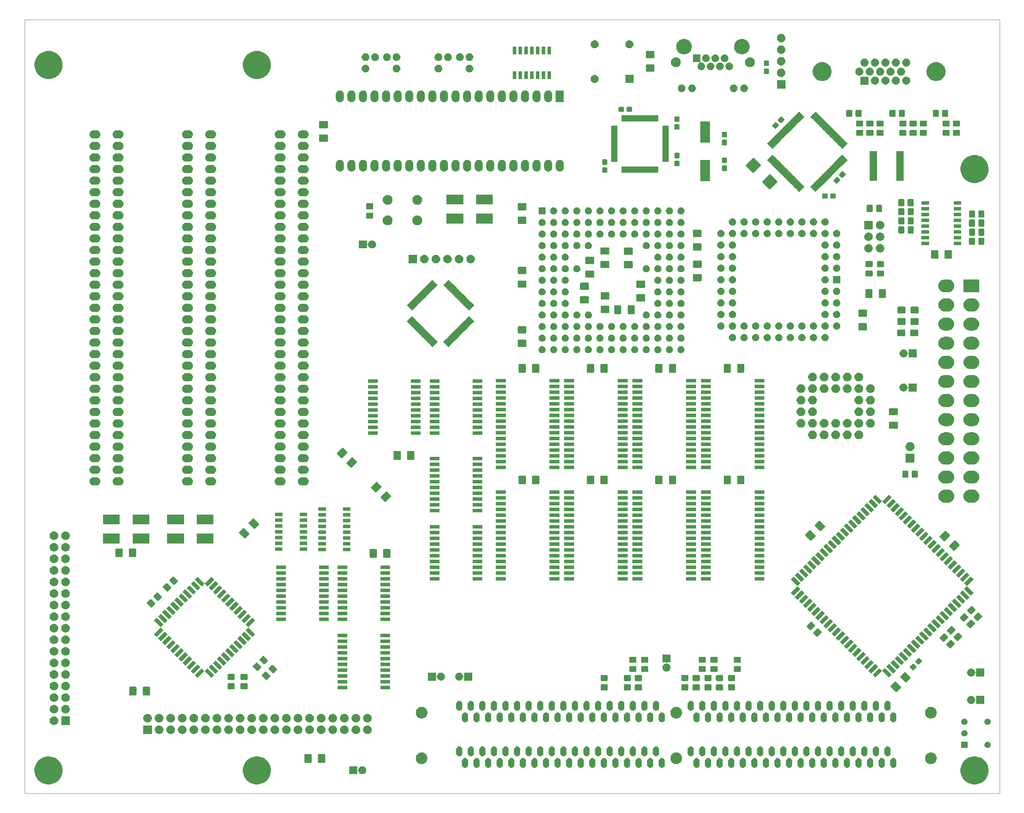
<source format=gbr>
%TF.GenerationSoftware,KiCad,Pcbnew,5.1.0-060a0da~80~ubuntu18.04.1*%
%TF.CreationDate,2019-04-17T18:28:31-04:00*%
%TF.ProjectId,C68,4336382e-6b69-4636-9164-5f7063625858,rev?*%
%TF.SameCoordinates,Original*%
%TF.FileFunction,Soldermask,Top*%
%TF.FilePolarity,Negative*%
%FSLAX46Y46*%
G04 Gerber Fmt 4.6, Leading zero omitted, Abs format (unit mm)*
G04 Created by KiCad (PCBNEW 5.1.0-060a0da~80~ubuntu18.04.1) date 2019-04-17 18:28:31*
%MOMM*%
%LPD*%
G04 APERTURE LIST*
%ADD10C,0.050000*%
%ADD11C,0.150000*%
G04 APERTURE END LIST*
D10*
X304000000Y-210000000D02*
X90000000Y-210000000D01*
X304000000Y-40000000D02*
X304000000Y-210000000D01*
X90000000Y-40000000D02*
X304000000Y-40000000D01*
X90000000Y-210000000D02*
X90000000Y-40000000D01*
D11*
G36*
X95750212Y-201875179D02*
G01*
X96168403Y-201958362D01*
X96564753Y-202122536D01*
X96710027Y-202182710D01*
X96728927Y-202190539D01*
X96982868Y-202360217D01*
X97233385Y-202527607D01*
X97662393Y-202956615D01*
X97822941Y-203196892D01*
X97999461Y-203461073D01*
X98231638Y-204021597D01*
X98350000Y-204616646D01*
X98350000Y-205223354D01*
X98231638Y-205818403D01*
X97999461Y-206378927D01*
X97662392Y-206883386D01*
X97233386Y-207312392D01*
X96728927Y-207649461D01*
X96168403Y-207881638D01*
X95573355Y-208000000D01*
X94966645Y-208000000D01*
X94669122Y-207940819D01*
X94371597Y-207881638D01*
X93811073Y-207649461D01*
X93306614Y-207312392D01*
X92877608Y-206883386D01*
X92540539Y-206378927D01*
X92308362Y-205818403D01*
X92190000Y-205223354D01*
X92190000Y-204616646D01*
X92308362Y-204021597D01*
X92540539Y-203461073D01*
X92717059Y-203196892D01*
X92877607Y-202956615D01*
X93306615Y-202527607D01*
X93557132Y-202360217D01*
X93811073Y-202190539D01*
X93829974Y-202182710D01*
X93975247Y-202122536D01*
X94371597Y-201958362D01*
X94789788Y-201875179D01*
X94966645Y-201840000D01*
X95573355Y-201840000D01*
X95750212Y-201875179D01*
X95750212Y-201875179D01*
G37*
G36*
X298950212Y-201875179D02*
G01*
X299368403Y-201958362D01*
X299764753Y-202122536D01*
X299910027Y-202182710D01*
X299928927Y-202190539D01*
X300182868Y-202360217D01*
X300433385Y-202527607D01*
X300862393Y-202956615D01*
X301022941Y-203196892D01*
X301199461Y-203461073D01*
X301431638Y-204021597D01*
X301550000Y-204616646D01*
X301550000Y-205223354D01*
X301431638Y-205818403D01*
X301199461Y-206378927D01*
X300862392Y-206883386D01*
X300433386Y-207312392D01*
X299928927Y-207649461D01*
X299368403Y-207881638D01*
X298773355Y-208000000D01*
X298166645Y-208000000D01*
X297869122Y-207940819D01*
X297571597Y-207881638D01*
X297011073Y-207649461D01*
X296506614Y-207312392D01*
X296077608Y-206883386D01*
X295740539Y-206378927D01*
X295508362Y-205818403D01*
X295390000Y-205223354D01*
X295390000Y-204616646D01*
X295508362Y-204021597D01*
X295740539Y-203461073D01*
X295917059Y-203196892D01*
X296077607Y-202956615D01*
X296506615Y-202527607D01*
X296757132Y-202360217D01*
X297011073Y-202190539D01*
X297029974Y-202182710D01*
X297175247Y-202122536D01*
X297571597Y-201958362D01*
X297989788Y-201875179D01*
X298166645Y-201840000D01*
X298773355Y-201840000D01*
X298950212Y-201875179D01*
X298950212Y-201875179D01*
G37*
G36*
X141470212Y-201875179D02*
G01*
X141888403Y-201958362D01*
X142284753Y-202122536D01*
X142430027Y-202182710D01*
X142448927Y-202190539D01*
X142702868Y-202360217D01*
X142953385Y-202527607D01*
X143382393Y-202956615D01*
X143542941Y-203196892D01*
X143719461Y-203461073D01*
X143951638Y-204021597D01*
X144070000Y-204616646D01*
X144070000Y-205223354D01*
X143951638Y-205818403D01*
X143719461Y-206378927D01*
X143382392Y-206883386D01*
X142953386Y-207312392D01*
X142448927Y-207649461D01*
X141888403Y-207881638D01*
X141293355Y-208000000D01*
X140686645Y-208000000D01*
X140389122Y-207940819D01*
X140091597Y-207881638D01*
X139531073Y-207649461D01*
X139026614Y-207312392D01*
X138597608Y-206883386D01*
X138260539Y-206378927D01*
X138028362Y-205818403D01*
X137910000Y-205223354D01*
X137910000Y-204616646D01*
X138028362Y-204021597D01*
X138260539Y-203461073D01*
X138437059Y-203196892D01*
X138597607Y-202956615D01*
X139026615Y-202527607D01*
X139277132Y-202360217D01*
X139531073Y-202190539D01*
X139549974Y-202182710D01*
X139695247Y-202122536D01*
X140091597Y-201958362D01*
X140509788Y-201875179D01*
X140686645Y-201840000D01*
X141293355Y-201840000D01*
X141470212Y-201875179D01*
X141470212Y-201875179D01*
G37*
G36*
X163010000Y-204720752D02*
G01*
X163012402Y-204745138D01*
X163019515Y-204768587D01*
X163031066Y-204790198D01*
X163046611Y-204809140D01*
X163065553Y-204824685D01*
X163087164Y-204836236D01*
X163110613Y-204843349D01*
X163134999Y-204845751D01*
X163159385Y-204843349D01*
X163182834Y-204836236D01*
X163204445Y-204824685D01*
X163223387Y-204809140D01*
X163238932Y-204790198D01*
X163250483Y-204768587D01*
X163257596Y-204745138D01*
X163283817Y-204613314D01*
X163350153Y-204453165D01*
X163446459Y-204309033D01*
X163569033Y-204186459D01*
X163713165Y-204090153D01*
X163873314Y-204023817D01*
X164043326Y-203990000D01*
X164216674Y-203990000D01*
X164386686Y-204023817D01*
X164546835Y-204090153D01*
X164690967Y-204186459D01*
X164813541Y-204309033D01*
X164909847Y-204453165D01*
X164976183Y-204613314D01*
X165010000Y-204783326D01*
X165010000Y-204956674D01*
X164976183Y-205126686D01*
X164909847Y-205286835D01*
X164813541Y-205430967D01*
X164690967Y-205553541D01*
X164546835Y-205649847D01*
X164386686Y-205716183D01*
X164216674Y-205750000D01*
X164043326Y-205750000D01*
X163873314Y-205716183D01*
X163713165Y-205649847D01*
X163569033Y-205553541D01*
X163446459Y-205430967D01*
X163350153Y-205286835D01*
X163283817Y-205126686D01*
X163257596Y-204994862D01*
X163250483Y-204971413D01*
X163238932Y-204949802D01*
X163223387Y-204930861D01*
X163204445Y-204915315D01*
X163182834Y-204903764D01*
X163159385Y-204896651D01*
X163134999Y-204894249D01*
X163110613Y-204896651D01*
X163087164Y-204903764D01*
X163065553Y-204915315D01*
X163046612Y-204930860D01*
X163031066Y-204949802D01*
X163019515Y-204971413D01*
X163012402Y-204994862D01*
X163010000Y-205019248D01*
X163010000Y-205750000D01*
X161250000Y-205750000D01*
X161250000Y-203990000D01*
X163010000Y-203990000D01*
X163010000Y-204720752D01*
X163010000Y-204720752D01*
G37*
G36*
X224905302Y-202195839D02*
G01*
X225033483Y-202234722D01*
X225033486Y-202234723D01*
X225139490Y-202291384D01*
X225151615Y-202297865D01*
X225255158Y-202382841D01*
X225340135Y-202486384D01*
X225340136Y-202486386D01*
X225403277Y-202604513D01*
X225403277Y-202604514D01*
X225403278Y-202604516D01*
X225442161Y-202732697D01*
X225452000Y-202832596D01*
X225452000Y-203699404D01*
X225442161Y-203799303D01*
X225403278Y-203927484D01*
X225403277Y-203927487D01*
X225352973Y-204021598D01*
X225340135Y-204045616D01*
X225255159Y-204149159D01*
X225151616Y-204234135D01*
X225151614Y-204234136D01*
X225033487Y-204297277D01*
X225033484Y-204297278D01*
X224905303Y-204336161D01*
X224772000Y-204349290D01*
X224638698Y-204336161D01*
X224510517Y-204297278D01*
X224510514Y-204297277D01*
X224392387Y-204234136D01*
X224392385Y-204234135D01*
X224288842Y-204149159D01*
X224203866Y-204045616D01*
X224191028Y-204021598D01*
X224140724Y-203927487D01*
X224140723Y-203927484D01*
X224101839Y-203799303D01*
X224092000Y-203699404D01*
X224092000Y-202832597D01*
X224101839Y-202732698D01*
X224140722Y-202604517D01*
X224140723Y-202604514D01*
X224203864Y-202486387D01*
X224203865Y-202486385D01*
X224288841Y-202382842D01*
X224392384Y-202297865D01*
X224404509Y-202291384D01*
X224510513Y-202234723D01*
X224510516Y-202234722D01*
X224638697Y-202195839D01*
X224772000Y-202182710D01*
X224905302Y-202195839D01*
X224905302Y-202195839D01*
G37*
G36*
X265545302Y-202195839D02*
G01*
X265673483Y-202234722D01*
X265673486Y-202234723D01*
X265779490Y-202291384D01*
X265791615Y-202297865D01*
X265895158Y-202382841D01*
X265980135Y-202486384D01*
X265980136Y-202486386D01*
X266043277Y-202604513D01*
X266043277Y-202604514D01*
X266043278Y-202604516D01*
X266082161Y-202732697D01*
X266092000Y-202832596D01*
X266092000Y-203699404D01*
X266082161Y-203799303D01*
X266043278Y-203927484D01*
X266043277Y-203927487D01*
X265992973Y-204021598D01*
X265980135Y-204045616D01*
X265895159Y-204149159D01*
X265791616Y-204234135D01*
X265791614Y-204234136D01*
X265673487Y-204297277D01*
X265673484Y-204297278D01*
X265545303Y-204336161D01*
X265412000Y-204349290D01*
X265278698Y-204336161D01*
X265150517Y-204297278D01*
X265150514Y-204297277D01*
X265032387Y-204234136D01*
X265032385Y-204234135D01*
X264928842Y-204149159D01*
X264843866Y-204045616D01*
X264831028Y-204021598D01*
X264780724Y-203927487D01*
X264780723Y-203927484D01*
X264741839Y-203799303D01*
X264732000Y-203699404D01*
X264732000Y-202832597D01*
X264741839Y-202732698D01*
X264780722Y-202604517D01*
X264780723Y-202604514D01*
X264843864Y-202486387D01*
X264843865Y-202486385D01*
X264928841Y-202382842D01*
X265032384Y-202297865D01*
X265044509Y-202291384D01*
X265150513Y-202234723D01*
X265150516Y-202234722D01*
X265278697Y-202195839D01*
X265412000Y-202182710D01*
X265545302Y-202195839D01*
X265545302Y-202195839D01*
G37*
G36*
X222365302Y-202195839D02*
G01*
X222493483Y-202234722D01*
X222493486Y-202234723D01*
X222599490Y-202291384D01*
X222611615Y-202297865D01*
X222715158Y-202382841D01*
X222800135Y-202486384D01*
X222800136Y-202486386D01*
X222863277Y-202604513D01*
X222863277Y-202604514D01*
X222863278Y-202604516D01*
X222902161Y-202732697D01*
X222912000Y-202832596D01*
X222912000Y-203699404D01*
X222902161Y-203799303D01*
X222863278Y-203927484D01*
X222863277Y-203927487D01*
X222812973Y-204021598D01*
X222800135Y-204045616D01*
X222715159Y-204149159D01*
X222611616Y-204234135D01*
X222611614Y-204234136D01*
X222493487Y-204297277D01*
X222493484Y-204297278D01*
X222365303Y-204336161D01*
X222232000Y-204349290D01*
X222098698Y-204336161D01*
X221970517Y-204297278D01*
X221970514Y-204297277D01*
X221852387Y-204234136D01*
X221852385Y-204234135D01*
X221748842Y-204149159D01*
X221663866Y-204045616D01*
X221651028Y-204021598D01*
X221600724Y-203927487D01*
X221600723Y-203927484D01*
X221561839Y-203799303D01*
X221552000Y-203699404D01*
X221552000Y-202832597D01*
X221561839Y-202732698D01*
X221600722Y-202604517D01*
X221600723Y-202604514D01*
X221663864Y-202486387D01*
X221663865Y-202486385D01*
X221748841Y-202382842D01*
X221852384Y-202297865D01*
X221864509Y-202291384D01*
X221970513Y-202234723D01*
X221970516Y-202234722D01*
X222098697Y-202195839D01*
X222232000Y-202182710D01*
X222365302Y-202195839D01*
X222365302Y-202195839D01*
G37*
G36*
X219825302Y-202195839D02*
G01*
X219953483Y-202234722D01*
X219953486Y-202234723D01*
X220059490Y-202291384D01*
X220071615Y-202297865D01*
X220175158Y-202382841D01*
X220260135Y-202486384D01*
X220260136Y-202486386D01*
X220323277Y-202604513D01*
X220323277Y-202604514D01*
X220323278Y-202604516D01*
X220362161Y-202732697D01*
X220372000Y-202832596D01*
X220372000Y-203699404D01*
X220362161Y-203799303D01*
X220323278Y-203927484D01*
X220323277Y-203927487D01*
X220272973Y-204021598D01*
X220260135Y-204045616D01*
X220175159Y-204149159D01*
X220071616Y-204234135D01*
X220071614Y-204234136D01*
X219953487Y-204297277D01*
X219953484Y-204297278D01*
X219825303Y-204336161D01*
X219692000Y-204349290D01*
X219558698Y-204336161D01*
X219430517Y-204297278D01*
X219430514Y-204297277D01*
X219312387Y-204234136D01*
X219312385Y-204234135D01*
X219208842Y-204149159D01*
X219123866Y-204045616D01*
X219111028Y-204021598D01*
X219060724Y-203927487D01*
X219060723Y-203927484D01*
X219021839Y-203799303D01*
X219012000Y-203699404D01*
X219012000Y-202832597D01*
X219021839Y-202732698D01*
X219060722Y-202604517D01*
X219060723Y-202604514D01*
X219123864Y-202486387D01*
X219123865Y-202486385D01*
X219208841Y-202382842D01*
X219312384Y-202297865D01*
X219324509Y-202291384D01*
X219430513Y-202234723D01*
X219430516Y-202234722D01*
X219558697Y-202195839D01*
X219692000Y-202182710D01*
X219825302Y-202195839D01*
X219825302Y-202195839D01*
G37*
G36*
X217285302Y-202195839D02*
G01*
X217413483Y-202234722D01*
X217413486Y-202234723D01*
X217519490Y-202291384D01*
X217531615Y-202297865D01*
X217635158Y-202382841D01*
X217720135Y-202486384D01*
X217720136Y-202486386D01*
X217783277Y-202604513D01*
X217783277Y-202604514D01*
X217783278Y-202604516D01*
X217822161Y-202732697D01*
X217832000Y-202832596D01*
X217832000Y-203699404D01*
X217822161Y-203799303D01*
X217783278Y-203927484D01*
X217783277Y-203927487D01*
X217732973Y-204021598D01*
X217720135Y-204045616D01*
X217635159Y-204149159D01*
X217531616Y-204234135D01*
X217531614Y-204234136D01*
X217413487Y-204297277D01*
X217413484Y-204297278D01*
X217285303Y-204336161D01*
X217152000Y-204349290D01*
X217018698Y-204336161D01*
X216890517Y-204297278D01*
X216890514Y-204297277D01*
X216772387Y-204234136D01*
X216772385Y-204234135D01*
X216668842Y-204149159D01*
X216583866Y-204045616D01*
X216571028Y-204021598D01*
X216520724Y-203927487D01*
X216520723Y-203927484D01*
X216481839Y-203799303D01*
X216472000Y-203699404D01*
X216472000Y-202832597D01*
X216481839Y-202732698D01*
X216520722Y-202604517D01*
X216520723Y-202604514D01*
X216583864Y-202486387D01*
X216583865Y-202486385D01*
X216668841Y-202382842D01*
X216772384Y-202297865D01*
X216784509Y-202291384D01*
X216890513Y-202234723D01*
X216890516Y-202234722D01*
X217018697Y-202195839D01*
X217152000Y-202182710D01*
X217285302Y-202195839D01*
X217285302Y-202195839D01*
G37*
G36*
X214745302Y-202195839D02*
G01*
X214873483Y-202234722D01*
X214873486Y-202234723D01*
X214979490Y-202291384D01*
X214991615Y-202297865D01*
X215095158Y-202382841D01*
X215180135Y-202486384D01*
X215180136Y-202486386D01*
X215243277Y-202604513D01*
X215243277Y-202604514D01*
X215243278Y-202604516D01*
X215282161Y-202732697D01*
X215292000Y-202832596D01*
X215292000Y-203699404D01*
X215282161Y-203799303D01*
X215243278Y-203927484D01*
X215243277Y-203927487D01*
X215192973Y-204021598D01*
X215180135Y-204045616D01*
X215095159Y-204149159D01*
X214991616Y-204234135D01*
X214991614Y-204234136D01*
X214873487Y-204297277D01*
X214873484Y-204297278D01*
X214745303Y-204336161D01*
X214612000Y-204349290D01*
X214478698Y-204336161D01*
X214350517Y-204297278D01*
X214350514Y-204297277D01*
X214232387Y-204234136D01*
X214232385Y-204234135D01*
X214128842Y-204149159D01*
X214043866Y-204045616D01*
X214031028Y-204021598D01*
X213980724Y-203927487D01*
X213980723Y-203927484D01*
X213941839Y-203799303D01*
X213932000Y-203699404D01*
X213932000Y-202832597D01*
X213941839Y-202732698D01*
X213980722Y-202604517D01*
X213980723Y-202604514D01*
X214043864Y-202486387D01*
X214043865Y-202486385D01*
X214128841Y-202382842D01*
X214232384Y-202297865D01*
X214244509Y-202291384D01*
X214350513Y-202234723D01*
X214350516Y-202234722D01*
X214478697Y-202195839D01*
X214612000Y-202182710D01*
X214745302Y-202195839D01*
X214745302Y-202195839D01*
G37*
G36*
X212205302Y-202195839D02*
G01*
X212333483Y-202234722D01*
X212333486Y-202234723D01*
X212439490Y-202291384D01*
X212451615Y-202297865D01*
X212555158Y-202382841D01*
X212640135Y-202486384D01*
X212640136Y-202486386D01*
X212703277Y-202604513D01*
X212703277Y-202604514D01*
X212703278Y-202604516D01*
X212742161Y-202732697D01*
X212752000Y-202832596D01*
X212752000Y-203699404D01*
X212742161Y-203799303D01*
X212703278Y-203927484D01*
X212703277Y-203927487D01*
X212652973Y-204021598D01*
X212640135Y-204045616D01*
X212555159Y-204149159D01*
X212451616Y-204234135D01*
X212451614Y-204234136D01*
X212333487Y-204297277D01*
X212333484Y-204297278D01*
X212205303Y-204336161D01*
X212072000Y-204349290D01*
X211938698Y-204336161D01*
X211810517Y-204297278D01*
X211810514Y-204297277D01*
X211692387Y-204234136D01*
X211692385Y-204234135D01*
X211588842Y-204149159D01*
X211503866Y-204045616D01*
X211491028Y-204021598D01*
X211440724Y-203927487D01*
X211440723Y-203927484D01*
X211401839Y-203799303D01*
X211392000Y-203699404D01*
X211392000Y-202832597D01*
X211401839Y-202732698D01*
X211440722Y-202604517D01*
X211440723Y-202604514D01*
X211503864Y-202486387D01*
X211503865Y-202486385D01*
X211588841Y-202382842D01*
X211692384Y-202297865D01*
X211704509Y-202291384D01*
X211810513Y-202234723D01*
X211810516Y-202234722D01*
X211938697Y-202195839D01*
X212072000Y-202182710D01*
X212205302Y-202195839D01*
X212205302Y-202195839D01*
G37*
G36*
X209665302Y-202195839D02*
G01*
X209793483Y-202234722D01*
X209793486Y-202234723D01*
X209899490Y-202291384D01*
X209911615Y-202297865D01*
X210015158Y-202382841D01*
X210100135Y-202486384D01*
X210100136Y-202486386D01*
X210163277Y-202604513D01*
X210163277Y-202604514D01*
X210163278Y-202604516D01*
X210202161Y-202732697D01*
X210212000Y-202832596D01*
X210212000Y-203699404D01*
X210202161Y-203799303D01*
X210163278Y-203927484D01*
X210163277Y-203927487D01*
X210112973Y-204021598D01*
X210100135Y-204045616D01*
X210015159Y-204149159D01*
X209911616Y-204234135D01*
X209911614Y-204234136D01*
X209793487Y-204297277D01*
X209793484Y-204297278D01*
X209665303Y-204336161D01*
X209532000Y-204349290D01*
X209398698Y-204336161D01*
X209270517Y-204297278D01*
X209270514Y-204297277D01*
X209152387Y-204234136D01*
X209152385Y-204234135D01*
X209048842Y-204149159D01*
X208963866Y-204045616D01*
X208951028Y-204021598D01*
X208900724Y-203927487D01*
X208900723Y-203927484D01*
X208861839Y-203799303D01*
X208852000Y-203699404D01*
X208852000Y-202832597D01*
X208861839Y-202732698D01*
X208900722Y-202604517D01*
X208900723Y-202604514D01*
X208963864Y-202486387D01*
X208963865Y-202486385D01*
X209048841Y-202382842D01*
X209152384Y-202297865D01*
X209164509Y-202291384D01*
X209270513Y-202234723D01*
X209270516Y-202234722D01*
X209398697Y-202195839D01*
X209532000Y-202182710D01*
X209665302Y-202195839D01*
X209665302Y-202195839D01*
G37*
G36*
X207125302Y-202195839D02*
G01*
X207253483Y-202234722D01*
X207253486Y-202234723D01*
X207359490Y-202291384D01*
X207371615Y-202297865D01*
X207475158Y-202382841D01*
X207560135Y-202486384D01*
X207560136Y-202486386D01*
X207623277Y-202604513D01*
X207623277Y-202604514D01*
X207623278Y-202604516D01*
X207662161Y-202732697D01*
X207672000Y-202832596D01*
X207672000Y-203699404D01*
X207662161Y-203799303D01*
X207623278Y-203927484D01*
X207623277Y-203927487D01*
X207572973Y-204021598D01*
X207560135Y-204045616D01*
X207475159Y-204149159D01*
X207371616Y-204234135D01*
X207371614Y-204234136D01*
X207253487Y-204297277D01*
X207253484Y-204297278D01*
X207125303Y-204336161D01*
X206992000Y-204349290D01*
X206858698Y-204336161D01*
X206730517Y-204297278D01*
X206730514Y-204297277D01*
X206612387Y-204234136D01*
X206612385Y-204234135D01*
X206508842Y-204149159D01*
X206423866Y-204045616D01*
X206411028Y-204021598D01*
X206360724Y-203927487D01*
X206360723Y-203927484D01*
X206321839Y-203799303D01*
X206312000Y-203699404D01*
X206312000Y-202832597D01*
X206321839Y-202732698D01*
X206360722Y-202604517D01*
X206360723Y-202604514D01*
X206423864Y-202486387D01*
X206423865Y-202486385D01*
X206508841Y-202382842D01*
X206612384Y-202297865D01*
X206624509Y-202291384D01*
X206730513Y-202234723D01*
X206730516Y-202234722D01*
X206858697Y-202195839D01*
X206992000Y-202182710D01*
X207125302Y-202195839D01*
X207125302Y-202195839D01*
G37*
G36*
X227445302Y-202195839D02*
G01*
X227573483Y-202234722D01*
X227573486Y-202234723D01*
X227679490Y-202291384D01*
X227691615Y-202297865D01*
X227795158Y-202382841D01*
X227880135Y-202486384D01*
X227880136Y-202486386D01*
X227943277Y-202604513D01*
X227943277Y-202604514D01*
X227943278Y-202604516D01*
X227982161Y-202732697D01*
X227992000Y-202832596D01*
X227992000Y-203699404D01*
X227982161Y-203799303D01*
X227943278Y-203927484D01*
X227943277Y-203927487D01*
X227892973Y-204021598D01*
X227880135Y-204045616D01*
X227795159Y-204149159D01*
X227691616Y-204234135D01*
X227691614Y-204234136D01*
X227573487Y-204297277D01*
X227573484Y-204297278D01*
X227445303Y-204336161D01*
X227312000Y-204349290D01*
X227178698Y-204336161D01*
X227050517Y-204297278D01*
X227050514Y-204297277D01*
X226932387Y-204234136D01*
X226932385Y-204234135D01*
X226828842Y-204149159D01*
X226743866Y-204045616D01*
X226731028Y-204021598D01*
X226680724Y-203927487D01*
X226680723Y-203927484D01*
X226641839Y-203799303D01*
X226632000Y-203699404D01*
X226632000Y-202832597D01*
X226641839Y-202732698D01*
X226680722Y-202604517D01*
X226680723Y-202604514D01*
X226743864Y-202486387D01*
X226743865Y-202486385D01*
X226828841Y-202382842D01*
X226932384Y-202297865D01*
X226944509Y-202291384D01*
X227050513Y-202234723D01*
X227050516Y-202234722D01*
X227178697Y-202195839D01*
X227312000Y-202182710D01*
X227445302Y-202195839D01*
X227445302Y-202195839D01*
G37*
G36*
X202045302Y-202195839D02*
G01*
X202173483Y-202234722D01*
X202173486Y-202234723D01*
X202279490Y-202291384D01*
X202291615Y-202297865D01*
X202395158Y-202382841D01*
X202480135Y-202486384D01*
X202480136Y-202486386D01*
X202543277Y-202604513D01*
X202543277Y-202604514D01*
X202543278Y-202604516D01*
X202582161Y-202732697D01*
X202592000Y-202832596D01*
X202592000Y-203699404D01*
X202582161Y-203799303D01*
X202543278Y-203927484D01*
X202543277Y-203927487D01*
X202492973Y-204021598D01*
X202480135Y-204045616D01*
X202395159Y-204149159D01*
X202291616Y-204234135D01*
X202291614Y-204234136D01*
X202173487Y-204297277D01*
X202173484Y-204297278D01*
X202045303Y-204336161D01*
X201912000Y-204349290D01*
X201778698Y-204336161D01*
X201650517Y-204297278D01*
X201650514Y-204297277D01*
X201532387Y-204234136D01*
X201532385Y-204234135D01*
X201428842Y-204149159D01*
X201343866Y-204045616D01*
X201331028Y-204021598D01*
X201280724Y-203927487D01*
X201280723Y-203927484D01*
X201241839Y-203799303D01*
X201232000Y-203699404D01*
X201232000Y-202832597D01*
X201241839Y-202732698D01*
X201280722Y-202604517D01*
X201280723Y-202604514D01*
X201343864Y-202486387D01*
X201343865Y-202486385D01*
X201428841Y-202382842D01*
X201532384Y-202297865D01*
X201544509Y-202291384D01*
X201650513Y-202234723D01*
X201650516Y-202234722D01*
X201778697Y-202195839D01*
X201912000Y-202182710D01*
X202045302Y-202195839D01*
X202045302Y-202195839D01*
G37*
G36*
X199505302Y-202195839D02*
G01*
X199633483Y-202234722D01*
X199633486Y-202234723D01*
X199739490Y-202291384D01*
X199751615Y-202297865D01*
X199855158Y-202382841D01*
X199940135Y-202486384D01*
X199940136Y-202486386D01*
X200003277Y-202604513D01*
X200003277Y-202604514D01*
X200003278Y-202604516D01*
X200042161Y-202732697D01*
X200052000Y-202832596D01*
X200052000Y-203699404D01*
X200042161Y-203799303D01*
X200003278Y-203927484D01*
X200003277Y-203927487D01*
X199952973Y-204021598D01*
X199940135Y-204045616D01*
X199855159Y-204149159D01*
X199751616Y-204234135D01*
X199751614Y-204234136D01*
X199633487Y-204297277D01*
X199633484Y-204297278D01*
X199505303Y-204336161D01*
X199372000Y-204349290D01*
X199238698Y-204336161D01*
X199110517Y-204297278D01*
X199110514Y-204297277D01*
X198992387Y-204234136D01*
X198992385Y-204234135D01*
X198888842Y-204149159D01*
X198803866Y-204045616D01*
X198791028Y-204021598D01*
X198740724Y-203927487D01*
X198740723Y-203927484D01*
X198701839Y-203799303D01*
X198692000Y-203699404D01*
X198692000Y-202832597D01*
X198701839Y-202732698D01*
X198740722Y-202604517D01*
X198740723Y-202604514D01*
X198803864Y-202486387D01*
X198803865Y-202486385D01*
X198888841Y-202382842D01*
X198992384Y-202297865D01*
X199004509Y-202291384D01*
X199110513Y-202234723D01*
X199110516Y-202234722D01*
X199238697Y-202195839D01*
X199372000Y-202182710D01*
X199505302Y-202195839D01*
X199505302Y-202195839D01*
G37*
G36*
X196965302Y-202195839D02*
G01*
X197093483Y-202234722D01*
X197093486Y-202234723D01*
X197199490Y-202291384D01*
X197211615Y-202297865D01*
X197315158Y-202382841D01*
X197400135Y-202486384D01*
X197400136Y-202486386D01*
X197463277Y-202604513D01*
X197463277Y-202604514D01*
X197463278Y-202604516D01*
X197502161Y-202732697D01*
X197512000Y-202832596D01*
X197512000Y-203699404D01*
X197502161Y-203799303D01*
X197463278Y-203927484D01*
X197463277Y-203927487D01*
X197412973Y-204021598D01*
X197400135Y-204045616D01*
X197315159Y-204149159D01*
X197211616Y-204234135D01*
X197211614Y-204234136D01*
X197093487Y-204297277D01*
X197093484Y-204297278D01*
X196965303Y-204336161D01*
X196832000Y-204349290D01*
X196698698Y-204336161D01*
X196570517Y-204297278D01*
X196570514Y-204297277D01*
X196452387Y-204234136D01*
X196452385Y-204234135D01*
X196348842Y-204149159D01*
X196263866Y-204045616D01*
X196251028Y-204021598D01*
X196200724Y-203927487D01*
X196200723Y-203927484D01*
X196161839Y-203799303D01*
X196152000Y-203699404D01*
X196152000Y-202832597D01*
X196161839Y-202732698D01*
X196200722Y-202604517D01*
X196200723Y-202604514D01*
X196263864Y-202486387D01*
X196263865Y-202486385D01*
X196348841Y-202382842D01*
X196452384Y-202297865D01*
X196464509Y-202291384D01*
X196570513Y-202234723D01*
X196570516Y-202234722D01*
X196698697Y-202195839D01*
X196832000Y-202182710D01*
X196965302Y-202195839D01*
X196965302Y-202195839D01*
G37*
G36*
X194425302Y-202195839D02*
G01*
X194553483Y-202234722D01*
X194553486Y-202234723D01*
X194659490Y-202291384D01*
X194671615Y-202297865D01*
X194775158Y-202382841D01*
X194860135Y-202486384D01*
X194860136Y-202486386D01*
X194923277Y-202604513D01*
X194923277Y-202604514D01*
X194923278Y-202604516D01*
X194962161Y-202732697D01*
X194972000Y-202832596D01*
X194972000Y-203699404D01*
X194962161Y-203799303D01*
X194923278Y-203927484D01*
X194923277Y-203927487D01*
X194872973Y-204021598D01*
X194860135Y-204045616D01*
X194775159Y-204149159D01*
X194671616Y-204234135D01*
X194671614Y-204234136D01*
X194553487Y-204297277D01*
X194553484Y-204297278D01*
X194425303Y-204336161D01*
X194292000Y-204349290D01*
X194158698Y-204336161D01*
X194030517Y-204297278D01*
X194030514Y-204297277D01*
X193912387Y-204234136D01*
X193912385Y-204234135D01*
X193808842Y-204149159D01*
X193723866Y-204045616D01*
X193711028Y-204021598D01*
X193660724Y-203927487D01*
X193660723Y-203927484D01*
X193621839Y-203799303D01*
X193612000Y-203699404D01*
X193612000Y-202832597D01*
X193621839Y-202732698D01*
X193660722Y-202604517D01*
X193660723Y-202604514D01*
X193723864Y-202486387D01*
X193723865Y-202486385D01*
X193808841Y-202382842D01*
X193912384Y-202297865D01*
X193924509Y-202291384D01*
X194030513Y-202234723D01*
X194030516Y-202234722D01*
X194158697Y-202195839D01*
X194292000Y-202182710D01*
X194425302Y-202195839D01*
X194425302Y-202195839D01*
G37*
G36*
X191885302Y-202195839D02*
G01*
X192013483Y-202234722D01*
X192013486Y-202234723D01*
X192119490Y-202291384D01*
X192131615Y-202297865D01*
X192235158Y-202382841D01*
X192320135Y-202486384D01*
X192320136Y-202486386D01*
X192383277Y-202604513D01*
X192383277Y-202604514D01*
X192383278Y-202604516D01*
X192422161Y-202732697D01*
X192432000Y-202832596D01*
X192432000Y-203699404D01*
X192422161Y-203799303D01*
X192383278Y-203927484D01*
X192383277Y-203927487D01*
X192332973Y-204021598D01*
X192320135Y-204045616D01*
X192235159Y-204149159D01*
X192131616Y-204234135D01*
X192131614Y-204234136D01*
X192013487Y-204297277D01*
X192013484Y-204297278D01*
X191885303Y-204336161D01*
X191752000Y-204349290D01*
X191618698Y-204336161D01*
X191490517Y-204297278D01*
X191490514Y-204297277D01*
X191372387Y-204234136D01*
X191372385Y-204234135D01*
X191268842Y-204149159D01*
X191183866Y-204045616D01*
X191171028Y-204021598D01*
X191120724Y-203927487D01*
X191120723Y-203927484D01*
X191081839Y-203799303D01*
X191072000Y-203699404D01*
X191072000Y-202832597D01*
X191081839Y-202732698D01*
X191120722Y-202604517D01*
X191120723Y-202604514D01*
X191183864Y-202486387D01*
X191183865Y-202486385D01*
X191268841Y-202382842D01*
X191372384Y-202297865D01*
X191384509Y-202291384D01*
X191490513Y-202234723D01*
X191490516Y-202234722D01*
X191618697Y-202195839D01*
X191752000Y-202182710D01*
X191885302Y-202195839D01*
X191885302Y-202195839D01*
G37*
G36*
X189345302Y-202195839D02*
G01*
X189473483Y-202234722D01*
X189473486Y-202234723D01*
X189579490Y-202291384D01*
X189591615Y-202297865D01*
X189695158Y-202382841D01*
X189780135Y-202486384D01*
X189780136Y-202486386D01*
X189843277Y-202604513D01*
X189843277Y-202604514D01*
X189843278Y-202604516D01*
X189882161Y-202732697D01*
X189892000Y-202832596D01*
X189892000Y-203699404D01*
X189882161Y-203799303D01*
X189843278Y-203927484D01*
X189843277Y-203927487D01*
X189792973Y-204021598D01*
X189780135Y-204045616D01*
X189695159Y-204149159D01*
X189591616Y-204234135D01*
X189591614Y-204234136D01*
X189473487Y-204297277D01*
X189473484Y-204297278D01*
X189345303Y-204336161D01*
X189212000Y-204349290D01*
X189078698Y-204336161D01*
X188950517Y-204297278D01*
X188950514Y-204297277D01*
X188832387Y-204234136D01*
X188832385Y-204234135D01*
X188728842Y-204149159D01*
X188643866Y-204045616D01*
X188631028Y-204021598D01*
X188580724Y-203927487D01*
X188580723Y-203927484D01*
X188541839Y-203799303D01*
X188532000Y-203699404D01*
X188532000Y-202832597D01*
X188541839Y-202732698D01*
X188580722Y-202604517D01*
X188580723Y-202604514D01*
X188643864Y-202486387D01*
X188643865Y-202486385D01*
X188728841Y-202382842D01*
X188832384Y-202297865D01*
X188844509Y-202291384D01*
X188950513Y-202234723D01*
X188950516Y-202234722D01*
X189078697Y-202195839D01*
X189212000Y-202182710D01*
X189345302Y-202195839D01*
X189345302Y-202195839D01*
G37*
G36*
X186805302Y-202195839D02*
G01*
X186933483Y-202234722D01*
X186933486Y-202234723D01*
X187039490Y-202291384D01*
X187051615Y-202297865D01*
X187155158Y-202382841D01*
X187240135Y-202486384D01*
X187240136Y-202486386D01*
X187303277Y-202604513D01*
X187303277Y-202604514D01*
X187303278Y-202604516D01*
X187342161Y-202732697D01*
X187352000Y-202832596D01*
X187352000Y-203699404D01*
X187342161Y-203799303D01*
X187303278Y-203927484D01*
X187303277Y-203927487D01*
X187252973Y-204021598D01*
X187240135Y-204045616D01*
X187155159Y-204149159D01*
X187051616Y-204234135D01*
X187051614Y-204234136D01*
X186933487Y-204297277D01*
X186933484Y-204297278D01*
X186805303Y-204336161D01*
X186672000Y-204349290D01*
X186538698Y-204336161D01*
X186410517Y-204297278D01*
X186410514Y-204297277D01*
X186292387Y-204234136D01*
X186292385Y-204234135D01*
X186188842Y-204149159D01*
X186103866Y-204045616D01*
X186091028Y-204021598D01*
X186040724Y-203927487D01*
X186040723Y-203927484D01*
X186001839Y-203799303D01*
X185992000Y-203699404D01*
X185992000Y-202832597D01*
X186001839Y-202732698D01*
X186040722Y-202604517D01*
X186040723Y-202604514D01*
X186103864Y-202486387D01*
X186103865Y-202486385D01*
X186188841Y-202382842D01*
X186292384Y-202297865D01*
X186304509Y-202291384D01*
X186410513Y-202234723D01*
X186410516Y-202234722D01*
X186538697Y-202195839D01*
X186672000Y-202182710D01*
X186805302Y-202195839D01*
X186805302Y-202195839D01*
G37*
G36*
X237605302Y-202195839D02*
G01*
X237733483Y-202234722D01*
X237733486Y-202234723D01*
X237839490Y-202291384D01*
X237851615Y-202297865D01*
X237955158Y-202382841D01*
X238040135Y-202486384D01*
X238040136Y-202486386D01*
X238103277Y-202604513D01*
X238103277Y-202604514D01*
X238103278Y-202604516D01*
X238142161Y-202732697D01*
X238152000Y-202832596D01*
X238152000Y-203699404D01*
X238142161Y-203799303D01*
X238103278Y-203927484D01*
X238103277Y-203927487D01*
X238052973Y-204021598D01*
X238040135Y-204045616D01*
X237955159Y-204149159D01*
X237851616Y-204234135D01*
X237851614Y-204234136D01*
X237733487Y-204297277D01*
X237733484Y-204297278D01*
X237605303Y-204336161D01*
X237472000Y-204349290D01*
X237338698Y-204336161D01*
X237210517Y-204297278D01*
X237210514Y-204297277D01*
X237092387Y-204234136D01*
X237092385Y-204234135D01*
X236988842Y-204149159D01*
X236903866Y-204045616D01*
X236891028Y-204021598D01*
X236840724Y-203927487D01*
X236840723Y-203927484D01*
X236801839Y-203799303D01*
X236792000Y-203699404D01*
X236792000Y-202832597D01*
X236801839Y-202732698D01*
X236840722Y-202604517D01*
X236840723Y-202604514D01*
X236903864Y-202486387D01*
X236903865Y-202486385D01*
X236988841Y-202382842D01*
X237092384Y-202297865D01*
X237104509Y-202291384D01*
X237210513Y-202234723D01*
X237210516Y-202234722D01*
X237338697Y-202195839D01*
X237472000Y-202182710D01*
X237605302Y-202195839D01*
X237605302Y-202195839D01*
G37*
G36*
X263005302Y-202195839D02*
G01*
X263133483Y-202234722D01*
X263133486Y-202234723D01*
X263239490Y-202291384D01*
X263251615Y-202297865D01*
X263355158Y-202382841D01*
X263440135Y-202486384D01*
X263440136Y-202486386D01*
X263503277Y-202604513D01*
X263503277Y-202604514D01*
X263503278Y-202604516D01*
X263542161Y-202732697D01*
X263552000Y-202832596D01*
X263552000Y-203699404D01*
X263542161Y-203799303D01*
X263503278Y-203927484D01*
X263503277Y-203927487D01*
X263452973Y-204021598D01*
X263440135Y-204045616D01*
X263355159Y-204149159D01*
X263251616Y-204234135D01*
X263251614Y-204234136D01*
X263133487Y-204297277D01*
X263133484Y-204297278D01*
X263005303Y-204336161D01*
X262872000Y-204349290D01*
X262738698Y-204336161D01*
X262610517Y-204297278D01*
X262610514Y-204297277D01*
X262492387Y-204234136D01*
X262492385Y-204234135D01*
X262388842Y-204149159D01*
X262303866Y-204045616D01*
X262291028Y-204021598D01*
X262240724Y-203927487D01*
X262240723Y-203927484D01*
X262201839Y-203799303D01*
X262192000Y-203699404D01*
X262192000Y-202832597D01*
X262201839Y-202732698D01*
X262240722Y-202604517D01*
X262240723Y-202604514D01*
X262303864Y-202486387D01*
X262303865Y-202486385D01*
X262388841Y-202382842D01*
X262492384Y-202297865D01*
X262504509Y-202291384D01*
X262610513Y-202234723D01*
X262610516Y-202234722D01*
X262738697Y-202195839D01*
X262872000Y-202182710D01*
X263005302Y-202195839D01*
X263005302Y-202195839D01*
G37*
G36*
X204585302Y-202195839D02*
G01*
X204713483Y-202234722D01*
X204713486Y-202234723D01*
X204819490Y-202291384D01*
X204831615Y-202297865D01*
X204935158Y-202382841D01*
X205020135Y-202486384D01*
X205020136Y-202486386D01*
X205083277Y-202604513D01*
X205083277Y-202604514D01*
X205083278Y-202604516D01*
X205122161Y-202732697D01*
X205132000Y-202832596D01*
X205132000Y-203699404D01*
X205122161Y-203799303D01*
X205083278Y-203927484D01*
X205083277Y-203927487D01*
X205032973Y-204021598D01*
X205020135Y-204045616D01*
X204935159Y-204149159D01*
X204831616Y-204234135D01*
X204831614Y-204234136D01*
X204713487Y-204297277D01*
X204713484Y-204297278D01*
X204585303Y-204336161D01*
X204452000Y-204349290D01*
X204318698Y-204336161D01*
X204190517Y-204297278D01*
X204190514Y-204297277D01*
X204072387Y-204234136D01*
X204072385Y-204234135D01*
X203968842Y-204149159D01*
X203883866Y-204045616D01*
X203871028Y-204021598D01*
X203820724Y-203927487D01*
X203820723Y-203927484D01*
X203781839Y-203799303D01*
X203772000Y-203699404D01*
X203772000Y-202832597D01*
X203781839Y-202732698D01*
X203820722Y-202604517D01*
X203820723Y-202604514D01*
X203883864Y-202486387D01*
X203883865Y-202486385D01*
X203968841Y-202382842D01*
X204072384Y-202297865D01*
X204084509Y-202291384D01*
X204190513Y-202234723D01*
X204190516Y-202234722D01*
X204318697Y-202195839D01*
X204452000Y-202182710D01*
X204585302Y-202195839D01*
X204585302Y-202195839D01*
G37*
G36*
X242685302Y-202195839D02*
G01*
X242813483Y-202234722D01*
X242813486Y-202234723D01*
X242919490Y-202291384D01*
X242931615Y-202297865D01*
X243035158Y-202382841D01*
X243120135Y-202486384D01*
X243120136Y-202486386D01*
X243183277Y-202604513D01*
X243183277Y-202604514D01*
X243183278Y-202604516D01*
X243222161Y-202732697D01*
X243232000Y-202832596D01*
X243232000Y-203699404D01*
X243222161Y-203799303D01*
X243183278Y-203927484D01*
X243183277Y-203927487D01*
X243132973Y-204021598D01*
X243120135Y-204045616D01*
X243035159Y-204149159D01*
X242931616Y-204234135D01*
X242931614Y-204234136D01*
X242813487Y-204297277D01*
X242813484Y-204297278D01*
X242685303Y-204336161D01*
X242552000Y-204349290D01*
X242418698Y-204336161D01*
X242290517Y-204297278D01*
X242290514Y-204297277D01*
X242172387Y-204234136D01*
X242172385Y-204234135D01*
X242068842Y-204149159D01*
X241983866Y-204045616D01*
X241971028Y-204021598D01*
X241920724Y-203927487D01*
X241920723Y-203927484D01*
X241881839Y-203799303D01*
X241872000Y-203699404D01*
X241872000Y-202832597D01*
X241881839Y-202732698D01*
X241920722Y-202604517D01*
X241920723Y-202604514D01*
X241983864Y-202486387D01*
X241983865Y-202486385D01*
X242068841Y-202382842D01*
X242172384Y-202297865D01*
X242184509Y-202291384D01*
X242290513Y-202234723D01*
X242290516Y-202234722D01*
X242418697Y-202195839D01*
X242552000Y-202182710D01*
X242685302Y-202195839D01*
X242685302Y-202195839D01*
G37*
G36*
X245225302Y-202195839D02*
G01*
X245353483Y-202234722D01*
X245353486Y-202234723D01*
X245459490Y-202291384D01*
X245471615Y-202297865D01*
X245575158Y-202382841D01*
X245660135Y-202486384D01*
X245660136Y-202486386D01*
X245723277Y-202604513D01*
X245723277Y-202604514D01*
X245723278Y-202604516D01*
X245762161Y-202732697D01*
X245772000Y-202832596D01*
X245772000Y-203699404D01*
X245762161Y-203799303D01*
X245723278Y-203927484D01*
X245723277Y-203927487D01*
X245672973Y-204021598D01*
X245660135Y-204045616D01*
X245575159Y-204149159D01*
X245471616Y-204234135D01*
X245471614Y-204234136D01*
X245353487Y-204297277D01*
X245353484Y-204297278D01*
X245225303Y-204336161D01*
X245092000Y-204349290D01*
X244958698Y-204336161D01*
X244830517Y-204297278D01*
X244830514Y-204297277D01*
X244712387Y-204234136D01*
X244712385Y-204234135D01*
X244608842Y-204149159D01*
X244523866Y-204045616D01*
X244511028Y-204021598D01*
X244460724Y-203927487D01*
X244460723Y-203927484D01*
X244421839Y-203799303D01*
X244412000Y-203699404D01*
X244412000Y-202832597D01*
X244421839Y-202732698D01*
X244460722Y-202604517D01*
X244460723Y-202604514D01*
X244523864Y-202486387D01*
X244523865Y-202486385D01*
X244608841Y-202382842D01*
X244712384Y-202297865D01*
X244724509Y-202291384D01*
X244830513Y-202234723D01*
X244830516Y-202234722D01*
X244958697Y-202195839D01*
X245092000Y-202182710D01*
X245225302Y-202195839D01*
X245225302Y-202195839D01*
G37*
G36*
X247765302Y-202195839D02*
G01*
X247893483Y-202234722D01*
X247893486Y-202234723D01*
X247999490Y-202291384D01*
X248011615Y-202297865D01*
X248115158Y-202382841D01*
X248200135Y-202486384D01*
X248200136Y-202486386D01*
X248263277Y-202604513D01*
X248263277Y-202604514D01*
X248263278Y-202604516D01*
X248302161Y-202732697D01*
X248312000Y-202832596D01*
X248312000Y-203699404D01*
X248302161Y-203799303D01*
X248263278Y-203927484D01*
X248263277Y-203927487D01*
X248212973Y-204021598D01*
X248200135Y-204045616D01*
X248115159Y-204149159D01*
X248011616Y-204234135D01*
X248011614Y-204234136D01*
X247893487Y-204297277D01*
X247893484Y-204297278D01*
X247765303Y-204336161D01*
X247632000Y-204349290D01*
X247498698Y-204336161D01*
X247370517Y-204297278D01*
X247370514Y-204297277D01*
X247252387Y-204234136D01*
X247252385Y-204234135D01*
X247148842Y-204149159D01*
X247063866Y-204045616D01*
X247051028Y-204021598D01*
X247000724Y-203927487D01*
X247000723Y-203927484D01*
X246961839Y-203799303D01*
X246952000Y-203699404D01*
X246952000Y-202832597D01*
X246961839Y-202732698D01*
X247000722Y-202604517D01*
X247000723Y-202604514D01*
X247063864Y-202486387D01*
X247063865Y-202486385D01*
X247148841Y-202382842D01*
X247252384Y-202297865D01*
X247264509Y-202291384D01*
X247370513Y-202234723D01*
X247370516Y-202234722D01*
X247498697Y-202195839D01*
X247632000Y-202182710D01*
X247765302Y-202195839D01*
X247765302Y-202195839D01*
G37*
G36*
X250305302Y-202195839D02*
G01*
X250433483Y-202234722D01*
X250433486Y-202234723D01*
X250539490Y-202291384D01*
X250551615Y-202297865D01*
X250655158Y-202382841D01*
X250740135Y-202486384D01*
X250740136Y-202486386D01*
X250803277Y-202604513D01*
X250803277Y-202604514D01*
X250803278Y-202604516D01*
X250842161Y-202732697D01*
X250852000Y-202832596D01*
X250852000Y-203699404D01*
X250842161Y-203799303D01*
X250803278Y-203927484D01*
X250803277Y-203927487D01*
X250752973Y-204021598D01*
X250740135Y-204045616D01*
X250655159Y-204149159D01*
X250551616Y-204234135D01*
X250551614Y-204234136D01*
X250433487Y-204297277D01*
X250433484Y-204297278D01*
X250305303Y-204336161D01*
X250172000Y-204349290D01*
X250038698Y-204336161D01*
X249910517Y-204297278D01*
X249910514Y-204297277D01*
X249792387Y-204234136D01*
X249792385Y-204234135D01*
X249688842Y-204149159D01*
X249603866Y-204045616D01*
X249591028Y-204021598D01*
X249540724Y-203927487D01*
X249540723Y-203927484D01*
X249501839Y-203799303D01*
X249492000Y-203699404D01*
X249492000Y-202832597D01*
X249501839Y-202732698D01*
X249540722Y-202604517D01*
X249540723Y-202604514D01*
X249603864Y-202486387D01*
X249603865Y-202486385D01*
X249688841Y-202382842D01*
X249792384Y-202297865D01*
X249804509Y-202291384D01*
X249910513Y-202234723D01*
X249910516Y-202234722D01*
X250038697Y-202195839D01*
X250172000Y-202182710D01*
X250305302Y-202195839D01*
X250305302Y-202195839D01*
G37*
G36*
X252845302Y-202195839D02*
G01*
X252973483Y-202234722D01*
X252973486Y-202234723D01*
X253079490Y-202291384D01*
X253091615Y-202297865D01*
X253195158Y-202382841D01*
X253280135Y-202486384D01*
X253280136Y-202486386D01*
X253343277Y-202604513D01*
X253343277Y-202604514D01*
X253343278Y-202604516D01*
X253382161Y-202732697D01*
X253392000Y-202832596D01*
X253392000Y-203699404D01*
X253382161Y-203799303D01*
X253343278Y-203927484D01*
X253343277Y-203927487D01*
X253292973Y-204021598D01*
X253280135Y-204045616D01*
X253195159Y-204149159D01*
X253091616Y-204234135D01*
X253091614Y-204234136D01*
X252973487Y-204297277D01*
X252973484Y-204297278D01*
X252845303Y-204336161D01*
X252712000Y-204349290D01*
X252578698Y-204336161D01*
X252450517Y-204297278D01*
X252450514Y-204297277D01*
X252332387Y-204234136D01*
X252332385Y-204234135D01*
X252228842Y-204149159D01*
X252143866Y-204045616D01*
X252131028Y-204021598D01*
X252080724Y-203927487D01*
X252080723Y-203927484D01*
X252041839Y-203799303D01*
X252032000Y-203699404D01*
X252032000Y-202832597D01*
X252041839Y-202732698D01*
X252080722Y-202604517D01*
X252080723Y-202604514D01*
X252143864Y-202486387D01*
X252143865Y-202486385D01*
X252228841Y-202382842D01*
X252332384Y-202297865D01*
X252344509Y-202291384D01*
X252450513Y-202234723D01*
X252450516Y-202234722D01*
X252578697Y-202195839D01*
X252712000Y-202182710D01*
X252845302Y-202195839D01*
X252845302Y-202195839D01*
G37*
G36*
X255385302Y-202195839D02*
G01*
X255513483Y-202234722D01*
X255513486Y-202234723D01*
X255619490Y-202291384D01*
X255631615Y-202297865D01*
X255735158Y-202382841D01*
X255820135Y-202486384D01*
X255820136Y-202486386D01*
X255883277Y-202604513D01*
X255883277Y-202604514D01*
X255883278Y-202604516D01*
X255922161Y-202732697D01*
X255932000Y-202832596D01*
X255932000Y-203699404D01*
X255922161Y-203799303D01*
X255883278Y-203927484D01*
X255883277Y-203927487D01*
X255832973Y-204021598D01*
X255820135Y-204045616D01*
X255735159Y-204149159D01*
X255631616Y-204234135D01*
X255631614Y-204234136D01*
X255513487Y-204297277D01*
X255513484Y-204297278D01*
X255385303Y-204336161D01*
X255252000Y-204349290D01*
X255118698Y-204336161D01*
X254990517Y-204297278D01*
X254990514Y-204297277D01*
X254872387Y-204234136D01*
X254872385Y-204234135D01*
X254768842Y-204149159D01*
X254683866Y-204045616D01*
X254671028Y-204021598D01*
X254620724Y-203927487D01*
X254620723Y-203927484D01*
X254581839Y-203799303D01*
X254572000Y-203699404D01*
X254572000Y-202832597D01*
X254581839Y-202732698D01*
X254620722Y-202604517D01*
X254620723Y-202604514D01*
X254683864Y-202486387D01*
X254683865Y-202486385D01*
X254768841Y-202382842D01*
X254872384Y-202297865D01*
X254884509Y-202291384D01*
X254990513Y-202234723D01*
X254990516Y-202234722D01*
X255118697Y-202195839D01*
X255252000Y-202182710D01*
X255385302Y-202195839D01*
X255385302Y-202195839D01*
G37*
G36*
X257925302Y-202195839D02*
G01*
X258053483Y-202234722D01*
X258053486Y-202234723D01*
X258159490Y-202291384D01*
X258171615Y-202297865D01*
X258275158Y-202382841D01*
X258360135Y-202486384D01*
X258360136Y-202486386D01*
X258423277Y-202604513D01*
X258423277Y-202604514D01*
X258423278Y-202604516D01*
X258462161Y-202732697D01*
X258472000Y-202832596D01*
X258472000Y-203699404D01*
X258462161Y-203799303D01*
X258423278Y-203927484D01*
X258423277Y-203927487D01*
X258372973Y-204021598D01*
X258360135Y-204045616D01*
X258275159Y-204149159D01*
X258171616Y-204234135D01*
X258171614Y-204234136D01*
X258053487Y-204297277D01*
X258053484Y-204297278D01*
X257925303Y-204336161D01*
X257792000Y-204349290D01*
X257658698Y-204336161D01*
X257530517Y-204297278D01*
X257530514Y-204297277D01*
X257412387Y-204234136D01*
X257412385Y-204234135D01*
X257308842Y-204149159D01*
X257223866Y-204045616D01*
X257211028Y-204021598D01*
X257160724Y-203927487D01*
X257160723Y-203927484D01*
X257121839Y-203799303D01*
X257112000Y-203699404D01*
X257112000Y-202832597D01*
X257121839Y-202732698D01*
X257160722Y-202604517D01*
X257160723Y-202604514D01*
X257223864Y-202486387D01*
X257223865Y-202486385D01*
X257308841Y-202382842D01*
X257412384Y-202297865D01*
X257424509Y-202291384D01*
X257530513Y-202234723D01*
X257530516Y-202234722D01*
X257658697Y-202195839D01*
X257792000Y-202182710D01*
X257925302Y-202195839D01*
X257925302Y-202195839D01*
G37*
G36*
X260465302Y-202195839D02*
G01*
X260593483Y-202234722D01*
X260593486Y-202234723D01*
X260699490Y-202291384D01*
X260711615Y-202297865D01*
X260815158Y-202382841D01*
X260900135Y-202486384D01*
X260900136Y-202486386D01*
X260963277Y-202604513D01*
X260963277Y-202604514D01*
X260963278Y-202604516D01*
X261002161Y-202732697D01*
X261012000Y-202832596D01*
X261012000Y-203699404D01*
X261002161Y-203799303D01*
X260963278Y-203927484D01*
X260963277Y-203927487D01*
X260912973Y-204021598D01*
X260900135Y-204045616D01*
X260815159Y-204149159D01*
X260711616Y-204234135D01*
X260711614Y-204234136D01*
X260593487Y-204297277D01*
X260593484Y-204297278D01*
X260465303Y-204336161D01*
X260332000Y-204349290D01*
X260198698Y-204336161D01*
X260070517Y-204297278D01*
X260070514Y-204297277D01*
X259952387Y-204234136D01*
X259952385Y-204234135D01*
X259848842Y-204149159D01*
X259763866Y-204045616D01*
X259751028Y-204021598D01*
X259700724Y-203927487D01*
X259700723Y-203927484D01*
X259661839Y-203799303D01*
X259652000Y-203699404D01*
X259652000Y-202832597D01*
X259661839Y-202732698D01*
X259700722Y-202604517D01*
X259700723Y-202604514D01*
X259763864Y-202486387D01*
X259763865Y-202486385D01*
X259848841Y-202382842D01*
X259952384Y-202297865D01*
X259964509Y-202291384D01*
X260070513Y-202234723D01*
X260070516Y-202234722D01*
X260198697Y-202195839D01*
X260332000Y-202182710D01*
X260465302Y-202195839D01*
X260465302Y-202195839D01*
G37*
G36*
X240145302Y-202195839D02*
G01*
X240273483Y-202234722D01*
X240273486Y-202234723D01*
X240379490Y-202291384D01*
X240391615Y-202297865D01*
X240495158Y-202382841D01*
X240580135Y-202486384D01*
X240580136Y-202486386D01*
X240643277Y-202604513D01*
X240643277Y-202604514D01*
X240643278Y-202604516D01*
X240682161Y-202732697D01*
X240692000Y-202832596D01*
X240692000Y-203699404D01*
X240682161Y-203799303D01*
X240643278Y-203927484D01*
X240643277Y-203927487D01*
X240592973Y-204021598D01*
X240580135Y-204045616D01*
X240495159Y-204149159D01*
X240391616Y-204234135D01*
X240391614Y-204234136D01*
X240273487Y-204297277D01*
X240273484Y-204297278D01*
X240145303Y-204336161D01*
X240012000Y-204349290D01*
X239878698Y-204336161D01*
X239750517Y-204297278D01*
X239750514Y-204297277D01*
X239632387Y-204234136D01*
X239632385Y-204234135D01*
X239528842Y-204149159D01*
X239443866Y-204045616D01*
X239431028Y-204021598D01*
X239380724Y-203927487D01*
X239380723Y-203927484D01*
X239341839Y-203799303D01*
X239332000Y-203699404D01*
X239332000Y-202832597D01*
X239341839Y-202732698D01*
X239380722Y-202604517D01*
X239380723Y-202604514D01*
X239443864Y-202486387D01*
X239443865Y-202486385D01*
X239528841Y-202382842D01*
X239632384Y-202297865D01*
X239644509Y-202291384D01*
X239750513Y-202234723D01*
X239750516Y-202234722D01*
X239878697Y-202195839D01*
X240012000Y-202182710D01*
X240145302Y-202195839D01*
X240145302Y-202195839D01*
G37*
G36*
X268085302Y-202195839D02*
G01*
X268213483Y-202234722D01*
X268213486Y-202234723D01*
X268319490Y-202291384D01*
X268331615Y-202297865D01*
X268435158Y-202382841D01*
X268520135Y-202486384D01*
X268520136Y-202486386D01*
X268583277Y-202604513D01*
X268583277Y-202604514D01*
X268583278Y-202604516D01*
X268622161Y-202732697D01*
X268632000Y-202832596D01*
X268632000Y-203699404D01*
X268622161Y-203799303D01*
X268583278Y-203927484D01*
X268583277Y-203927487D01*
X268532973Y-204021598D01*
X268520135Y-204045616D01*
X268435159Y-204149159D01*
X268331616Y-204234135D01*
X268331614Y-204234136D01*
X268213487Y-204297277D01*
X268213484Y-204297278D01*
X268085303Y-204336161D01*
X267952000Y-204349290D01*
X267818698Y-204336161D01*
X267690517Y-204297278D01*
X267690514Y-204297277D01*
X267572387Y-204234136D01*
X267572385Y-204234135D01*
X267468842Y-204149159D01*
X267383866Y-204045616D01*
X267371028Y-204021598D01*
X267320724Y-203927487D01*
X267320723Y-203927484D01*
X267281839Y-203799303D01*
X267272000Y-203699404D01*
X267272000Y-202832597D01*
X267281839Y-202732698D01*
X267320722Y-202604517D01*
X267320723Y-202604514D01*
X267383864Y-202486387D01*
X267383865Y-202486385D01*
X267468841Y-202382842D01*
X267572384Y-202297865D01*
X267584509Y-202291384D01*
X267690513Y-202234723D01*
X267690516Y-202234722D01*
X267818697Y-202195839D01*
X267952000Y-202182710D01*
X268085302Y-202195839D01*
X268085302Y-202195839D01*
G37*
G36*
X270625302Y-202195839D02*
G01*
X270753483Y-202234722D01*
X270753486Y-202234723D01*
X270859490Y-202291384D01*
X270871615Y-202297865D01*
X270975158Y-202382841D01*
X271060135Y-202486384D01*
X271060136Y-202486386D01*
X271123277Y-202604513D01*
X271123277Y-202604514D01*
X271123278Y-202604516D01*
X271162161Y-202732697D01*
X271172000Y-202832596D01*
X271172000Y-203699404D01*
X271162161Y-203799303D01*
X271123278Y-203927484D01*
X271123277Y-203927487D01*
X271072973Y-204021598D01*
X271060135Y-204045616D01*
X270975159Y-204149159D01*
X270871616Y-204234135D01*
X270871614Y-204234136D01*
X270753487Y-204297277D01*
X270753484Y-204297278D01*
X270625303Y-204336161D01*
X270492000Y-204349290D01*
X270358698Y-204336161D01*
X270230517Y-204297278D01*
X270230514Y-204297277D01*
X270112387Y-204234136D01*
X270112385Y-204234135D01*
X270008842Y-204149159D01*
X269923866Y-204045616D01*
X269911028Y-204021598D01*
X269860724Y-203927487D01*
X269860723Y-203927484D01*
X269821839Y-203799303D01*
X269812000Y-203699404D01*
X269812000Y-202832597D01*
X269821839Y-202732698D01*
X269860722Y-202604517D01*
X269860723Y-202604514D01*
X269923864Y-202486387D01*
X269923865Y-202486385D01*
X270008841Y-202382842D01*
X270112384Y-202297865D01*
X270124509Y-202291384D01*
X270230513Y-202234723D01*
X270230516Y-202234722D01*
X270358697Y-202195839D01*
X270492000Y-202182710D01*
X270625302Y-202195839D01*
X270625302Y-202195839D01*
G37*
G36*
X273165302Y-202195839D02*
G01*
X273293483Y-202234722D01*
X273293486Y-202234723D01*
X273399490Y-202291384D01*
X273411615Y-202297865D01*
X273515158Y-202382841D01*
X273600135Y-202486384D01*
X273600136Y-202486386D01*
X273663277Y-202604513D01*
X273663277Y-202604514D01*
X273663278Y-202604516D01*
X273702161Y-202732697D01*
X273712000Y-202832596D01*
X273712000Y-203699404D01*
X273702161Y-203799303D01*
X273663278Y-203927484D01*
X273663277Y-203927487D01*
X273612973Y-204021598D01*
X273600135Y-204045616D01*
X273515159Y-204149159D01*
X273411616Y-204234135D01*
X273411614Y-204234136D01*
X273293487Y-204297277D01*
X273293484Y-204297278D01*
X273165303Y-204336161D01*
X273032000Y-204349290D01*
X272898698Y-204336161D01*
X272770517Y-204297278D01*
X272770514Y-204297277D01*
X272652387Y-204234136D01*
X272652385Y-204234135D01*
X272548842Y-204149159D01*
X272463866Y-204045616D01*
X272451028Y-204021598D01*
X272400724Y-203927487D01*
X272400723Y-203927484D01*
X272361839Y-203799303D01*
X272352000Y-203699404D01*
X272352000Y-202832597D01*
X272361839Y-202732698D01*
X272400722Y-202604517D01*
X272400723Y-202604514D01*
X272463864Y-202486387D01*
X272463865Y-202486385D01*
X272548841Y-202382842D01*
X272652384Y-202297865D01*
X272664509Y-202291384D01*
X272770513Y-202234723D01*
X272770516Y-202234722D01*
X272898697Y-202195839D01*
X273032000Y-202182710D01*
X273165302Y-202195839D01*
X273165302Y-202195839D01*
G37*
G36*
X275705302Y-202195839D02*
G01*
X275833483Y-202234722D01*
X275833486Y-202234723D01*
X275939490Y-202291384D01*
X275951615Y-202297865D01*
X276055158Y-202382841D01*
X276140135Y-202486384D01*
X276140136Y-202486386D01*
X276203277Y-202604513D01*
X276203277Y-202604514D01*
X276203278Y-202604516D01*
X276242161Y-202732697D01*
X276252000Y-202832596D01*
X276252000Y-203699404D01*
X276242161Y-203799303D01*
X276203278Y-203927484D01*
X276203277Y-203927487D01*
X276152973Y-204021598D01*
X276140135Y-204045616D01*
X276055159Y-204149159D01*
X275951616Y-204234135D01*
X275951614Y-204234136D01*
X275833487Y-204297277D01*
X275833484Y-204297278D01*
X275705303Y-204336161D01*
X275572000Y-204349290D01*
X275438698Y-204336161D01*
X275310517Y-204297278D01*
X275310514Y-204297277D01*
X275192387Y-204234136D01*
X275192385Y-204234135D01*
X275088842Y-204149159D01*
X275003866Y-204045616D01*
X274991028Y-204021598D01*
X274940724Y-203927487D01*
X274940723Y-203927484D01*
X274901839Y-203799303D01*
X274892000Y-203699404D01*
X274892000Y-202832597D01*
X274901839Y-202732698D01*
X274940722Y-202604517D01*
X274940723Y-202604514D01*
X275003864Y-202486387D01*
X275003865Y-202486385D01*
X275088841Y-202382842D01*
X275192384Y-202297865D01*
X275204509Y-202291384D01*
X275310513Y-202234723D01*
X275310516Y-202234722D01*
X275438697Y-202195839D01*
X275572000Y-202182710D01*
X275705302Y-202195839D01*
X275705302Y-202195839D01*
G37*
G36*
X278245302Y-202195839D02*
G01*
X278373483Y-202234722D01*
X278373486Y-202234723D01*
X278479490Y-202291384D01*
X278491615Y-202297865D01*
X278595158Y-202382841D01*
X278680135Y-202486384D01*
X278680136Y-202486386D01*
X278743277Y-202604513D01*
X278743277Y-202604514D01*
X278743278Y-202604516D01*
X278782161Y-202732697D01*
X278792000Y-202832596D01*
X278792000Y-203699404D01*
X278782161Y-203799303D01*
X278743278Y-203927484D01*
X278743277Y-203927487D01*
X278692973Y-204021598D01*
X278680135Y-204045616D01*
X278595159Y-204149159D01*
X278491616Y-204234135D01*
X278491614Y-204234136D01*
X278373487Y-204297277D01*
X278373484Y-204297278D01*
X278245303Y-204336161D01*
X278112000Y-204349290D01*
X277978698Y-204336161D01*
X277850517Y-204297278D01*
X277850514Y-204297277D01*
X277732387Y-204234136D01*
X277732385Y-204234135D01*
X277628842Y-204149159D01*
X277543866Y-204045616D01*
X277531028Y-204021598D01*
X277480724Y-203927487D01*
X277480723Y-203927484D01*
X277441839Y-203799303D01*
X277432000Y-203699404D01*
X277432000Y-202832597D01*
X277441839Y-202732698D01*
X277480722Y-202604517D01*
X277480723Y-202604514D01*
X277543864Y-202486387D01*
X277543865Y-202486385D01*
X277628841Y-202382842D01*
X277732384Y-202297865D01*
X277744509Y-202291384D01*
X277850513Y-202234723D01*
X277850516Y-202234722D01*
X277978697Y-202195839D01*
X278112000Y-202182710D01*
X278245302Y-202195839D01*
X278245302Y-202195839D01*
G37*
G36*
X280785302Y-202195839D02*
G01*
X280913483Y-202234722D01*
X280913486Y-202234723D01*
X281019490Y-202291384D01*
X281031615Y-202297865D01*
X281135158Y-202382841D01*
X281220135Y-202486384D01*
X281220136Y-202486386D01*
X281283277Y-202604513D01*
X281283277Y-202604514D01*
X281283278Y-202604516D01*
X281322161Y-202732697D01*
X281332000Y-202832596D01*
X281332000Y-203699404D01*
X281322161Y-203799303D01*
X281283278Y-203927484D01*
X281283277Y-203927487D01*
X281232973Y-204021598D01*
X281220135Y-204045616D01*
X281135159Y-204149159D01*
X281031616Y-204234135D01*
X281031614Y-204234136D01*
X280913487Y-204297277D01*
X280913484Y-204297278D01*
X280785303Y-204336161D01*
X280652000Y-204349290D01*
X280518698Y-204336161D01*
X280390517Y-204297278D01*
X280390514Y-204297277D01*
X280272387Y-204234136D01*
X280272385Y-204234135D01*
X280168842Y-204149159D01*
X280083866Y-204045616D01*
X280071028Y-204021598D01*
X280020724Y-203927487D01*
X280020723Y-203927484D01*
X279981839Y-203799303D01*
X279972000Y-203699404D01*
X279972000Y-202832597D01*
X279981839Y-202732698D01*
X280020722Y-202604517D01*
X280020723Y-202604514D01*
X280083864Y-202486387D01*
X280083865Y-202486385D01*
X280168841Y-202382842D01*
X280272384Y-202297865D01*
X280284509Y-202291384D01*
X280390513Y-202234723D01*
X280390516Y-202234722D01*
X280518697Y-202195839D01*
X280652000Y-202182710D01*
X280785302Y-202195839D01*
X280785302Y-202195839D01*
G37*
G36*
X229985302Y-202195839D02*
G01*
X230113483Y-202234722D01*
X230113486Y-202234723D01*
X230219490Y-202291384D01*
X230231615Y-202297865D01*
X230335158Y-202382841D01*
X230420135Y-202486384D01*
X230420136Y-202486386D01*
X230483277Y-202604513D01*
X230483277Y-202604514D01*
X230483278Y-202604516D01*
X230522161Y-202732697D01*
X230532000Y-202832596D01*
X230532000Y-203699404D01*
X230522161Y-203799303D01*
X230483278Y-203927484D01*
X230483277Y-203927487D01*
X230432973Y-204021598D01*
X230420135Y-204045616D01*
X230335159Y-204149159D01*
X230231616Y-204234135D01*
X230231614Y-204234136D01*
X230113487Y-204297277D01*
X230113484Y-204297278D01*
X229985303Y-204336161D01*
X229852000Y-204349290D01*
X229718698Y-204336161D01*
X229590517Y-204297278D01*
X229590514Y-204297277D01*
X229472387Y-204234136D01*
X229472385Y-204234135D01*
X229368842Y-204149159D01*
X229283866Y-204045616D01*
X229271028Y-204021598D01*
X229220724Y-203927487D01*
X229220723Y-203927484D01*
X229181839Y-203799303D01*
X229172000Y-203699404D01*
X229172000Y-202832597D01*
X229181839Y-202732698D01*
X229220722Y-202604517D01*
X229220723Y-202604514D01*
X229283864Y-202486387D01*
X229283865Y-202486385D01*
X229368841Y-202382842D01*
X229472384Y-202297865D01*
X229484509Y-202291384D01*
X229590513Y-202234723D01*
X229590516Y-202234722D01*
X229718697Y-202195839D01*
X229852000Y-202182710D01*
X229985302Y-202195839D01*
X229985302Y-202195839D01*
G37*
G36*
X177328563Y-200975940D02*
G01*
X177521821Y-201014381D01*
X177755676Y-201111247D01*
X177966140Y-201251875D01*
X178145125Y-201430860D01*
X178285753Y-201641324D01*
X178382619Y-201875179D01*
X178432000Y-202123439D01*
X178432000Y-202376561D01*
X178382619Y-202624821D01*
X178285753Y-202858676D01*
X178145125Y-203069140D01*
X177966140Y-203248125D01*
X177755676Y-203388753D01*
X177521821Y-203485619D01*
X177328563Y-203524060D01*
X177273563Y-203535000D01*
X177020437Y-203535000D01*
X176965437Y-203524060D01*
X176772179Y-203485619D01*
X176538324Y-203388753D01*
X176327860Y-203248125D01*
X176148875Y-203069140D01*
X176008247Y-202858676D01*
X175911381Y-202624821D01*
X175862000Y-202376561D01*
X175862000Y-202123439D01*
X175911381Y-201875179D01*
X176008247Y-201641324D01*
X176148875Y-201430860D01*
X176327860Y-201251875D01*
X176538324Y-201111247D01*
X176772179Y-201014381D01*
X176965437Y-200975940D01*
X177020437Y-200965000D01*
X177273563Y-200965000D01*
X177328563Y-200975940D01*
X177328563Y-200975940D01*
G37*
G36*
X233208563Y-200975940D02*
G01*
X233401821Y-201014381D01*
X233635676Y-201111247D01*
X233846140Y-201251875D01*
X234025125Y-201430860D01*
X234165753Y-201641324D01*
X234262619Y-201875179D01*
X234312000Y-202123439D01*
X234312000Y-202376561D01*
X234262619Y-202624821D01*
X234165753Y-202858676D01*
X234025125Y-203069140D01*
X233846140Y-203248125D01*
X233635676Y-203388753D01*
X233401821Y-203485619D01*
X233208563Y-203524060D01*
X233153563Y-203535000D01*
X232900437Y-203535000D01*
X232845437Y-203524060D01*
X232652179Y-203485619D01*
X232418324Y-203388753D01*
X232207860Y-203248125D01*
X232028875Y-203069140D01*
X231888247Y-202858676D01*
X231791381Y-202624821D01*
X231742000Y-202376561D01*
X231742000Y-202123439D01*
X231791381Y-201875179D01*
X231888247Y-201641324D01*
X232028875Y-201430860D01*
X232207860Y-201251875D01*
X232418324Y-201111247D01*
X232652179Y-201014381D01*
X232845437Y-200975940D01*
X232900437Y-200965000D01*
X233153563Y-200965000D01*
X233208563Y-200975940D01*
X233208563Y-200975940D01*
G37*
G36*
X289088563Y-200975940D02*
G01*
X289281821Y-201014381D01*
X289515676Y-201111247D01*
X289726140Y-201251875D01*
X289905125Y-201430860D01*
X290045753Y-201641324D01*
X290142619Y-201875179D01*
X290192000Y-202123439D01*
X290192000Y-202376561D01*
X290142619Y-202624821D01*
X290045753Y-202858676D01*
X289905125Y-203069140D01*
X289726140Y-203248125D01*
X289515676Y-203388753D01*
X289281821Y-203485619D01*
X289088563Y-203524060D01*
X289033563Y-203535000D01*
X288780437Y-203535000D01*
X288725437Y-203524060D01*
X288532179Y-203485619D01*
X288298324Y-203388753D01*
X288087860Y-203248125D01*
X287908875Y-203069140D01*
X287768247Y-202858676D01*
X287671381Y-202624821D01*
X287622000Y-202376561D01*
X287622000Y-202123439D01*
X287671381Y-201875179D01*
X287768247Y-201641324D01*
X287908875Y-201430860D01*
X288087860Y-201251875D01*
X288298324Y-201111247D01*
X288532179Y-201014381D01*
X288725437Y-200975940D01*
X288780437Y-200965000D01*
X289033563Y-200965000D01*
X289088563Y-200975940D01*
X289088563Y-200975940D01*
G37*
G36*
X155821370Y-201349377D02*
G01*
X155858202Y-201360550D01*
X155892138Y-201378689D01*
X155921892Y-201403108D01*
X155946311Y-201432862D01*
X155964450Y-201466798D01*
X155975623Y-201503630D01*
X155980000Y-201548072D01*
X155980000Y-203051928D01*
X155975623Y-203096370D01*
X155964450Y-203133202D01*
X155946311Y-203167138D01*
X155921892Y-203196892D01*
X155892138Y-203221311D01*
X155858202Y-203239450D01*
X155821370Y-203250623D01*
X155776928Y-203255000D01*
X154598072Y-203255000D01*
X154553630Y-203250623D01*
X154516798Y-203239450D01*
X154482862Y-203221311D01*
X154453108Y-203196892D01*
X154428689Y-203167138D01*
X154410550Y-203133202D01*
X154399377Y-203096370D01*
X154395000Y-203051928D01*
X154395000Y-201548072D01*
X154399377Y-201503630D01*
X154410550Y-201466798D01*
X154428689Y-201432862D01*
X154453108Y-201403108D01*
X154482862Y-201378689D01*
X154516798Y-201360550D01*
X154553630Y-201349377D01*
X154598072Y-201345000D01*
X155776928Y-201345000D01*
X155821370Y-201349377D01*
X155821370Y-201349377D01*
G37*
G36*
X152846370Y-201349377D02*
G01*
X152883202Y-201360550D01*
X152917138Y-201378689D01*
X152946892Y-201403108D01*
X152971311Y-201432862D01*
X152989450Y-201466798D01*
X153000623Y-201503630D01*
X153005000Y-201548072D01*
X153005000Y-203051928D01*
X153000623Y-203096370D01*
X152989450Y-203133202D01*
X152971311Y-203167138D01*
X152946892Y-203196892D01*
X152917138Y-203221311D01*
X152883202Y-203239450D01*
X152846370Y-203250623D01*
X152801928Y-203255000D01*
X151623072Y-203255000D01*
X151578630Y-203250623D01*
X151541798Y-203239450D01*
X151507862Y-203221311D01*
X151478108Y-203196892D01*
X151453689Y-203167138D01*
X151435550Y-203133202D01*
X151424377Y-203096370D01*
X151420000Y-203051928D01*
X151420000Y-201548072D01*
X151424377Y-201503630D01*
X151435550Y-201466798D01*
X151453689Y-201432862D01*
X151478108Y-201403108D01*
X151507862Y-201378689D01*
X151541798Y-201360550D01*
X151578630Y-201349377D01*
X151623072Y-201345000D01*
X152801928Y-201345000D01*
X152846370Y-201349377D01*
X152846370Y-201349377D01*
G37*
G36*
X274435302Y-199655839D02*
G01*
X274563483Y-199694722D01*
X274563486Y-199694723D01*
X274669490Y-199751384D01*
X274681615Y-199757865D01*
X274785158Y-199842841D01*
X274870135Y-199946384D01*
X274870136Y-199946386D01*
X274933277Y-200064513D01*
X274933277Y-200064514D01*
X274933278Y-200064516D01*
X274972161Y-200192697D01*
X274982000Y-200292596D01*
X274982000Y-201159404D01*
X274972161Y-201259303D01*
X274941448Y-201360550D01*
X274933277Y-201387487D01*
X274924927Y-201403108D01*
X274870135Y-201505616D01*
X274785159Y-201609159D01*
X274681616Y-201694135D01*
X274681614Y-201694136D01*
X274563487Y-201757277D01*
X274563484Y-201757278D01*
X274435303Y-201796161D01*
X274302000Y-201809290D01*
X274168698Y-201796161D01*
X274040517Y-201757278D01*
X274040514Y-201757277D01*
X273922387Y-201694136D01*
X273922385Y-201694135D01*
X273818842Y-201609159D01*
X273733866Y-201505616D01*
X273679074Y-201403108D01*
X273670724Y-201387487D01*
X273668055Y-201378689D01*
X273631839Y-201259303D01*
X273622000Y-201159404D01*
X273622000Y-200292597D01*
X273631839Y-200192698D01*
X273670722Y-200064517D01*
X273670723Y-200064514D01*
X273733864Y-199946387D01*
X273733865Y-199946385D01*
X273818841Y-199842842D01*
X273922384Y-199757865D01*
X273934509Y-199751384D01*
X274040513Y-199694723D01*
X274040516Y-199694722D01*
X274168697Y-199655839D01*
X274302000Y-199642710D01*
X274435302Y-199655839D01*
X274435302Y-199655839D01*
G37*
G36*
X210935302Y-199655839D02*
G01*
X211063483Y-199694722D01*
X211063486Y-199694723D01*
X211169490Y-199751384D01*
X211181615Y-199757865D01*
X211285158Y-199842841D01*
X211370135Y-199946384D01*
X211370136Y-199946386D01*
X211433277Y-200064513D01*
X211433277Y-200064514D01*
X211433278Y-200064516D01*
X211472161Y-200192697D01*
X211482000Y-200292596D01*
X211482000Y-201159404D01*
X211472161Y-201259303D01*
X211441448Y-201360550D01*
X211433277Y-201387487D01*
X211424927Y-201403108D01*
X211370135Y-201505616D01*
X211285159Y-201609159D01*
X211181616Y-201694135D01*
X211181614Y-201694136D01*
X211063487Y-201757277D01*
X211063484Y-201757278D01*
X210935303Y-201796161D01*
X210802000Y-201809290D01*
X210668698Y-201796161D01*
X210540517Y-201757278D01*
X210540514Y-201757277D01*
X210422387Y-201694136D01*
X210422385Y-201694135D01*
X210318842Y-201609159D01*
X210233866Y-201505616D01*
X210179074Y-201403108D01*
X210170724Y-201387487D01*
X210168055Y-201378689D01*
X210131839Y-201259303D01*
X210122000Y-201159404D01*
X210122000Y-200292597D01*
X210131839Y-200192698D01*
X210170722Y-200064517D01*
X210170723Y-200064514D01*
X210233864Y-199946387D01*
X210233865Y-199946385D01*
X210318841Y-199842842D01*
X210422384Y-199757865D01*
X210434509Y-199751384D01*
X210540513Y-199694723D01*
X210540516Y-199694722D01*
X210668697Y-199655839D01*
X210802000Y-199642710D01*
X210935302Y-199655839D01*
X210935302Y-199655839D01*
G37*
G36*
X216015302Y-199655839D02*
G01*
X216143483Y-199694722D01*
X216143486Y-199694723D01*
X216249490Y-199751384D01*
X216261615Y-199757865D01*
X216365158Y-199842841D01*
X216450135Y-199946384D01*
X216450136Y-199946386D01*
X216513277Y-200064513D01*
X216513277Y-200064514D01*
X216513278Y-200064516D01*
X216552161Y-200192697D01*
X216562000Y-200292596D01*
X216562000Y-201159404D01*
X216552161Y-201259303D01*
X216521448Y-201360550D01*
X216513277Y-201387487D01*
X216504927Y-201403108D01*
X216450135Y-201505616D01*
X216365159Y-201609159D01*
X216261616Y-201694135D01*
X216261614Y-201694136D01*
X216143487Y-201757277D01*
X216143484Y-201757278D01*
X216015303Y-201796161D01*
X215882000Y-201809290D01*
X215748698Y-201796161D01*
X215620517Y-201757278D01*
X215620514Y-201757277D01*
X215502387Y-201694136D01*
X215502385Y-201694135D01*
X215398842Y-201609159D01*
X215313866Y-201505616D01*
X215259074Y-201403108D01*
X215250724Y-201387487D01*
X215248055Y-201378689D01*
X215211839Y-201259303D01*
X215202000Y-201159404D01*
X215202000Y-200292597D01*
X215211839Y-200192698D01*
X215250722Y-200064517D01*
X215250723Y-200064514D01*
X215313864Y-199946387D01*
X215313865Y-199946385D01*
X215398841Y-199842842D01*
X215502384Y-199757865D01*
X215514509Y-199751384D01*
X215620513Y-199694723D01*
X215620516Y-199694722D01*
X215748697Y-199655839D01*
X215882000Y-199642710D01*
X216015302Y-199655839D01*
X216015302Y-199655839D01*
G37*
G36*
X218555302Y-199655839D02*
G01*
X218683483Y-199694722D01*
X218683486Y-199694723D01*
X218789490Y-199751384D01*
X218801615Y-199757865D01*
X218905158Y-199842841D01*
X218990135Y-199946384D01*
X218990136Y-199946386D01*
X219053277Y-200064513D01*
X219053277Y-200064514D01*
X219053278Y-200064516D01*
X219092161Y-200192697D01*
X219102000Y-200292596D01*
X219102000Y-201159404D01*
X219092161Y-201259303D01*
X219061448Y-201360550D01*
X219053277Y-201387487D01*
X219044927Y-201403108D01*
X218990135Y-201505616D01*
X218905159Y-201609159D01*
X218801616Y-201694135D01*
X218801614Y-201694136D01*
X218683487Y-201757277D01*
X218683484Y-201757278D01*
X218555303Y-201796161D01*
X218422000Y-201809290D01*
X218288698Y-201796161D01*
X218160517Y-201757278D01*
X218160514Y-201757277D01*
X218042387Y-201694136D01*
X218042385Y-201694135D01*
X217938842Y-201609159D01*
X217853866Y-201505616D01*
X217799074Y-201403108D01*
X217790724Y-201387487D01*
X217788055Y-201378689D01*
X217751839Y-201259303D01*
X217742000Y-201159404D01*
X217742000Y-200292597D01*
X217751839Y-200192698D01*
X217790722Y-200064517D01*
X217790723Y-200064514D01*
X217853864Y-199946387D01*
X217853865Y-199946385D01*
X217938841Y-199842842D01*
X218042384Y-199757865D01*
X218054509Y-199751384D01*
X218160513Y-199694723D01*
X218160516Y-199694722D01*
X218288697Y-199655839D01*
X218422000Y-199642710D01*
X218555302Y-199655839D01*
X218555302Y-199655839D01*
G37*
G36*
X254115302Y-199655839D02*
G01*
X254243483Y-199694722D01*
X254243486Y-199694723D01*
X254349490Y-199751384D01*
X254361615Y-199757865D01*
X254465158Y-199842841D01*
X254550135Y-199946384D01*
X254550136Y-199946386D01*
X254613277Y-200064513D01*
X254613277Y-200064514D01*
X254613278Y-200064516D01*
X254652161Y-200192697D01*
X254662000Y-200292596D01*
X254662000Y-201159404D01*
X254652161Y-201259303D01*
X254621448Y-201360550D01*
X254613277Y-201387487D01*
X254604927Y-201403108D01*
X254550135Y-201505616D01*
X254465159Y-201609159D01*
X254361616Y-201694135D01*
X254361614Y-201694136D01*
X254243487Y-201757277D01*
X254243484Y-201757278D01*
X254115303Y-201796161D01*
X253982000Y-201809290D01*
X253848698Y-201796161D01*
X253720517Y-201757278D01*
X253720514Y-201757277D01*
X253602387Y-201694136D01*
X253602385Y-201694135D01*
X253498842Y-201609159D01*
X253413866Y-201505616D01*
X253359074Y-201403108D01*
X253350724Y-201387487D01*
X253348055Y-201378689D01*
X253311839Y-201259303D01*
X253302000Y-201159404D01*
X253302000Y-200292597D01*
X253311839Y-200192698D01*
X253350722Y-200064517D01*
X253350723Y-200064514D01*
X253413864Y-199946387D01*
X253413865Y-199946385D01*
X253498841Y-199842842D01*
X253602384Y-199757865D01*
X253614509Y-199751384D01*
X253720513Y-199694723D01*
X253720516Y-199694722D01*
X253848697Y-199655839D01*
X253982000Y-199642710D01*
X254115302Y-199655839D01*
X254115302Y-199655839D01*
G37*
G36*
X223635302Y-199655839D02*
G01*
X223763483Y-199694722D01*
X223763486Y-199694723D01*
X223869490Y-199751384D01*
X223881615Y-199757865D01*
X223985158Y-199842841D01*
X224070135Y-199946384D01*
X224070136Y-199946386D01*
X224133277Y-200064513D01*
X224133277Y-200064514D01*
X224133278Y-200064516D01*
X224172161Y-200192697D01*
X224182000Y-200292596D01*
X224182000Y-201159404D01*
X224172161Y-201259303D01*
X224141448Y-201360550D01*
X224133277Y-201387487D01*
X224124927Y-201403108D01*
X224070135Y-201505616D01*
X223985159Y-201609159D01*
X223881616Y-201694135D01*
X223881614Y-201694136D01*
X223763487Y-201757277D01*
X223763484Y-201757278D01*
X223635303Y-201796161D01*
X223502000Y-201809290D01*
X223368698Y-201796161D01*
X223240517Y-201757278D01*
X223240514Y-201757277D01*
X223122387Y-201694136D01*
X223122385Y-201694135D01*
X223018842Y-201609159D01*
X222933866Y-201505616D01*
X222879074Y-201403108D01*
X222870724Y-201387487D01*
X222868055Y-201378689D01*
X222831839Y-201259303D01*
X222822000Y-201159404D01*
X222822000Y-200292597D01*
X222831839Y-200192698D01*
X222870722Y-200064517D01*
X222870723Y-200064514D01*
X222933864Y-199946387D01*
X222933865Y-199946385D01*
X223018841Y-199842842D01*
X223122384Y-199757865D01*
X223134509Y-199751384D01*
X223240513Y-199694723D01*
X223240516Y-199694722D01*
X223368697Y-199655839D01*
X223502000Y-199642710D01*
X223635302Y-199655839D01*
X223635302Y-199655839D01*
G37*
G36*
X226175302Y-199655839D02*
G01*
X226303483Y-199694722D01*
X226303486Y-199694723D01*
X226409490Y-199751384D01*
X226421615Y-199757865D01*
X226525158Y-199842841D01*
X226610135Y-199946384D01*
X226610136Y-199946386D01*
X226673277Y-200064513D01*
X226673277Y-200064514D01*
X226673278Y-200064516D01*
X226712161Y-200192697D01*
X226722000Y-200292596D01*
X226722000Y-201159404D01*
X226712161Y-201259303D01*
X226681448Y-201360550D01*
X226673277Y-201387487D01*
X226664927Y-201403108D01*
X226610135Y-201505616D01*
X226525159Y-201609159D01*
X226421616Y-201694135D01*
X226421614Y-201694136D01*
X226303487Y-201757277D01*
X226303484Y-201757278D01*
X226175303Y-201796161D01*
X226042000Y-201809290D01*
X225908698Y-201796161D01*
X225780517Y-201757278D01*
X225780514Y-201757277D01*
X225662387Y-201694136D01*
X225662385Y-201694135D01*
X225558842Y-201609159D01*
X225473866Y-201505616D01*
X225419074Y-201403108D01*
X225410724Y-201387487D01*
X225408055Y-201378689D01*
X225371839Y-201259303D01*
X225362000Y-201159404D01*
X225362000Y-200292597D01*
X225371839Y-200192698D01*
X225410722Y-200064517D01*
X225410723Y-200064514D01*
X225473864Y-199946387D01*
X225473865Y-199946385D01*
X225558841Y-199842842D01*
X225662384Y-199757865D01*
X225674509Y-199751384D01*
X225780513Y-199694723D01*
X225780516Y-199694722D01*
X225908697Y-199655839D01*
X226042000Y-199642710D01*
X226175302Y-199655839D01*
X226175302Y-199655839D01*
G37*
G36*
X228715302Y-199655839D02*
G01*
X228843483Y-199694722D01*
X228843486Y-199694723D01*
X228949490Y-199751384D01*
X228961615Y-199757865D01*
X229065158Y-199842841D01*
X229150135Y-199946384D01*
X229150136Y-199946386D01*
X229213277Y-200064513D01*
X229213277Y-200064514D01*
X229213278Y-200064516D01*
X229252161Y-200192697D01*
X229262000Y-200292596D01*
X229262000Y-201159404D01*
X229252161Y-201259303D01*
X229221448Y-201360550D01*
X229213277Y-201387487D01*
X229204927Y-201403108D01*
X229150135Y-201505616D01*
X229065159Y-201609159D01*
X228961616Y-201694135D01*
X228961614Y-201694136D01*
X228843487Y-201757277D01*
X228843484Y-201757278D01*
X228715303Y-201796161D01*
X228582000Y-201809290D01*
X228448698Y-201796161D01*
X228320517Y-201757278D01*
X228320514Y-201757277D01*
X228202387Y-201694136D01*
X228202385Y-201694135D01*
X228098842Y-201609159D01*
X228013866Y-201505616D01*
X227959074Y-201403108D01*
X227950724Y-201387487D01*
X227948055Y-201378689D01*
X227911839Y-201259303D01*
X227902000Y-201159404D01*
X227902000Y-200292597D01*
X227911839Y-200192698D01*
X227950722Y-200064517D01*
X227950723Y-200064514D01*
X228013864Y-199946387D01*
X228013865Y-199946385D01*
X228098841Y-199842842D01*
X228202384Y-199757865D01*
X228214509Y-199751384D01*
X228320513Y-199694723D01*
X228320516Y-199694722D01*
X228448697Y-199655839D01*
X228582000Y-199642710D01*
X228715302Y-199655839D01*
X228715302Y-199655839D01*
G37*
G36*
X279515302Y-199655839D02*
G01*
X279643483Y-199694722D01*
X279643486Y-199694723D01*
X279749490Y-199751384D01*
X279761615Y-199757865D01*
X279865158Y-199842841D01*
X279950135Y-199946384D01*
X279950136Y-199946386D01*
X280013277Y-200064513D01*
X280013277Y-200064514D01*
X280013278Y-200064516D01*
X280052161Y-200192697D01*
X280062000Y-200292596D01*
X280062000Y-201159404D01*
X280052161Y-201259303D01*
X280021448Y-201360550D01*
X280013277Y-201387487D01*
X280004927Y-201403108D01*
X279950135Y-201505616D01*
X279865159Y-201609159D01*
X279761616Y-201694135D01*
X279761614Y-201694136D01*
X279643487Y-201757277D01*
X279643484Y-201757278D01*
X279515303Y-201796161D01*
X279382000Y-201809290D01*
X279248698Y-201796161D01*
X279120517Y-201757278D01*
X279120514Y-201757277D01*
X279002387Y-201694136D01*
X279002385Y-201694135D01*
X278898842Y-201609159D01*
X278813866Y-201505616D01*
X278759074Y-201403108D01*
X278750724Y-201387487D01*
X278748055Y-201378689D01*
X278711839Y-201259303D01*
X278702000Y-201159404D01*
X278702000Y-200292597D01*
X278711839Y-200192698D01*
X278750722Y-200064517D01*
X278750723Y-200064514D01*
X278813864Y-199946387D01*
X278813865Y-199946385D01*
X278898841Y-199842842D01*
X279002384Y-199757865D01*
X279014509Y-199751384D01*
X279120513Y-199694723D01*
X279120516Y-199694722D01*
X279248697Y-199655839D01*
X279382000Y-199642710D01*
X279515302Y-199655839D01*
X279515302Y-199655839D01*
G37*
G36*
X276975302Y-199655839D02*
G01*
X277103483Y-199694722D01*
X277103486Y-199694723D01*
X277209490Y-199751384D01*
X277221615Y-199757865D01*
X277325158Y-199842841D01*
X277410135Y-199946384D01*
X277410136Y-199946386D01*
X277473277Y-200064513D01*
X277473277Y-200064514D01*
X277473278Y-200064516D01*
X277512161Y-200192697D01*
X277522000Y-200292596D01*
X277522000Y-201159404D01*
X277512161Y-201259303D01*
X277481448Y-201360550D01*
X277473277Y-201387487D01*
X277464927Y-201403108D01*
X277410135Y-201505616D01*
X277325159Y-201609159D01*
X277221616Y-201694135D01*
X277221614Y-201694136D01*
X277103487Y-201757277D01*
X277103484Y-201757278D01*
X276975303Y-201796161D01*
X276842000Y-201809290D01*
X276708698Y-201796161D01*
X276580517Y-201757278D01*
X276580514Y-201757277D01*
X276462387Y-201694136D01*
X276462385Y-201694135D01*
X276358842Y-201609159D01*
X276273866Y-201505616D01*
X276219074Y-201403108D01*
X276210724Y-201387487D01*
X276208055Y-201378689D01*
X276171839Y-201259303D01*
X276162000Y-201159404D01*
X276162000Y-200292597D01*
X276171839Y-200192698D01*
X276210722Y-200064517D01*
X276210723Y-200064514D01*
X276273864Y-199946387D01*
X276273865Y-199946385D01*
X276358841Y-199842842D01*
X276462384Y-199757865D01*
X276474509Y-199751384D01*
X276580513Y-199694723D01*
X276580516Y-199694722D01*
X276708697Y-199655839D01*
X276842000Y-199642710D01*
X276975302Y-199655839D01*
X276975302Y-199655839D01*
G37*
G36*
X271895302Y-199655839D02*
G01*
X272023483Y-199694722D01*
X272023486Y-199694723D01*
X272129490Y-199751384D01*
X272141615Y-199757865D01*
X272245158Y-199842841D01*
X272330135Y-199946384D01*
X272330136Y-199946386D01*
X272393277Y-200064513D01*
X272393277Y-200064514D01*
X272393278Y-200064516D01*
X272432161Y-200192697D01*
X272442000Y-200292596D01*
X272442000Y-201159404D01*
X272432161Y-201259303D01*
X272401448Y-201360550D01*
X272393277Y-201387487D01*
X272384927Y-201403108D01*
X272330135Y-201505616D01*
X272245159Y-201609159D01*
X272141616Y-201694135D01*
X272141614Y-201694136D01*
X272023487Y-201757277D01*
X272023484Y-201757278D01*
X271895303Y-201796161D01*
X271762000Y-201809290D01*
X271628698Y-201796161D01*
X271500517Y-201757278D01*
X271500514Y-201757277D01*
X271382387Y-201694136D01*
X271382385Y-201694135D01*
X271278842Y-201609159D01*
X271193866Y-201505616D01*
X271139074Y-201403108D01*
X271130724Y-201387487D01*
X271128055Y-201378689D01*
X271091839Y-201259303D01*
X271082000Y-201159404D01*
X271082000Y-200292597D01*
X271091839Y-200192698D01*
X271130722Y-200064517D01*
X271130723Y-200064514D01*
X271193864Y-199946387D01*
X271193865Y-199946385D01*
X271278841Y-199842842D01*
X271382384Y-199757865D01*
X271394509Y-199751384D01*
X271500513Y-199694723D01*
X271500516Y-199694722D01*
X271628697Y-199655839D01*
X271762000Y-199642710D01*
X271895302Y-199655839D01*
X271895302Y-199655839D01*
G37*
G36*
X269355302Y-199655839D02*
G01*
X269483483Y-199694722D01*
X269483486Y-199694723D01*
X269589490Y-199751384D01*
X269601615Y-199757865D01*
X269705158Y-199842841D01*
X269790135Y-199946384D01*
X269790136Y-199946386D01*
X269853277Y-200064513D01*
X269853277Y-200064514D01*
X269853278Y-200064516D01*
X269892161Y-200192697D01*
X269902000Y-200292596D01*
X269902000Y-201159404D01*
X269892161Y-201259303D01*
X269861448Y-201360550D01*
X269853277Y-201387487D01*
X269844927Y-201403108D01*
X269790135Y-201505616D01*
X269705159Y-201609159D01*
X269601616Y-201694135D01*
X269601614Y-201694136D01*
X269483487Y-201757277D01*
X269483484Y-201757278D01*
X269355303Y-201796161D01*
X269222000Y-201809290D01*
X269088698Y-201796161D01*
X268960517Y-201757278D01*
X268960514Y-201757277D01*
X268842387Y-201694136D01*
X268842385Y-201694135D01*
X268738842Y-201609159D01*
X268653866Y-201505616D01*
X268599074Y-201403108D01*
X268590724Y-201387487D01*
X268588055Y-201378689D01*
X268551839Y-201259303D01*
X268542000Y-201159404D01*
X268542000Y-200292597D01*
X268551839Y-200192698D01*
X268590722Y-200064517D01*
X268590723Y-200064514D01*
X268653864Y-199946387D01*
X268653865Y-199946385D01*
X268738841Y-199842842D01*
X268842384Y-199757865D01*
X268854509Y-199751384D01*
X268960513Y-199694723D01*
X268960516Y-199694722D01*
X269088697Y-199655839D01*
X269222000Y-199642710D01*
X269355302Y-199655839D01*
X269355302Y-199655839D01*
G37*
G36*
X266815302Y-199655839D02*
G01*
X266943483Y-199694722D01*
X266943486Y-199694723D01*
X267049490Y-199751384D01*
X267061615Y-199757865D01*
X267165158Y-199842841D01*
X267250135Y-199946384D01*
X267250136Y-199946386D01*
X267313277Y-200064513D01*
X267313277Y-200064514D01*
X267313278Y-200064516D01*
X267352161Y-200192697D01*
X267362000Y-200292596D01*
X267362000Y-201159404D01*
X267352161Y-201259303D01*
X267321448Y-201360550D01*
X267313277Y-201387487D01*
X267304927Y-201403108D01*
X267250135Y-201505616D01*
X267165159Y-201609159D01*
X267061616Y-201694135D01*
X267061614Y-201694136D01*
X266943487Y-201757277D01*
X266943484Y-201757278D01*
X266815303Y-201796161D01*
X266682000Y-201809290D01*
X266548698Y-201796161D01*
X266420517Y-201757278D01*
X266420514Y-201757277D01*
X266302387Y-201694136D01*
X266302385Y-201694135D01*
X266198842Y-201609159D01*
X266113866Y-201505616D01*
X266059074Y-201403108D01*
X266050724Y-201387487D01*
X266048055Y-201378689D01*
X266011839Y-201259303D01*
X266002000Y-201159404D01*
X266002000Y-200292597D01*
X266011839Y-200192698D01*
X266050722Y-200064517D01*
X266050723Y-200064514D01*
X266113864Y-199946387D01*
X266113865Y-199946385D01*
X266198841Y-199842842D01*
X266302384Y-199757865D01*
X266314509Y-199751384D01*
X266420513Y-199694723D01*
X266420516Y-199694722D01*
X266548697Y-199655839D01*
X266682000Y-199642710D01*
X266815302Y-199655839D01*
X266815302Y-199655839D01*
G37*
G36*
X264275302Y-199655839D02*
G01*
X264403483Y-199694722D01*
X264403486Y-199694723D01*
X264509490Y-199751384D01*
X264521615Y-199757865D01*
X264625158Y-199842841D01*
X264710135Y-199946384D01*
X264710136Y-199946386D01*
X264773277Y-200064513D01*
X264773277Y-200064514D01*
X264773278Y-200064516D01*
X264812161Y-200192697D01*
X264822000Y-200292596D01*
X264822000Y-201159404D01*
X264812161Y-201259303D01*
X264781448Y-201360550D01*
X264773277Y-201387487D01*
X264764927Y-201403108D01*
X264710135Y-201505616D01*
X264625159Y-201609159D01*
X264521616Y-201694135D01*
X264521614Y-201694136D01*
X264403487Y-201757277D01*
X264403484Y-201757278D01*
X264275303Y-201796161D01*
X264142000Y-201809290D01*
X264008698Y-201796161D01*
X263880517Y-201757278D01*
X263880514Y-201757277D01*
X263762387Y-201694136D01*
X263762385Y-201694135D01*
X263658842Y-201609159D01*
X263573866Y-201505616D01*
X263519074Y-201403108D01*
X263510724Y-201387487D01*
X263508055Y-201378689D01*
X263471839Y-201259303D01*
X263462000Y-201159404D01*
X263462000Y-200292597D01*
X263471839Y-200192698D01*
X263510722Y-200064517D01*
X263510723Y-200064514D01*
X263573864Y-199946387D01*
X263573865Y-199946385D01*
X263658841Y-199842842D01*
X263762384Y-199757865D01*
X263774509Y-199751384D01*
X263880513Y-199694723D01*
X263880516Y-199694722D01*
X264008697Y-199655839D01*
X264142000Y-199642710D01*
X264275302Y-199655839D01*
X264275302Y-199655839D01*
G37*
G36*
X261735302Y-199655839D02*
G01*
X261863483Y-199694722D01*
X261863486Y-199694723D01*
X261969490Y-199751384D01*
X261981615Y-199757865D01*
X262085158Y-199842841D01*
X262170135Y-199946384D01*
X262170136Y-199946386D01*
X262233277Y-200064513D01*
X262233277Y-200064514D01*
X262233278Y-200064516D01*
X262272161Y-200192697D01*
X262282000Y-200292596D01*
X262282000Y-201159404D01*
X262272161Y-201259303D01*
X262241448Y-201360550D01*
X262233277Y-201387487D01*
X262224927Y-201403108D01*
X262170135Y-201505616D01*
X262085159Y-201609159D01*
X261981616Y-201694135D01*
X261981614Y-201694136D01*
X261863487Y-201757277D01*
X261863484Y-201757278D01*
X261735303Y-201796161D01*
X261602000Y-201809290D01*
X261468698Y-201796161D01*
X261340517Y-201757278D01*
X261340514Y-201757277D01*
X261222387Y-201694136D01*
X261222385Y-201694135D01*
X261118842Y-201609159D01*
X261033866Y-201505616D01*
X260979074Y-201403108D01*
X260970724Y-201387487D01*
X260968055Y-201378689D01*
X260931839Y-201259303D01*
X260922000Y-201159404D01*
X260922000Y-200292597D01*
X260931839Y-200192698D01*
X260970722Y-200064517D01*
X260970723Y-200064514D01*
X261033864Y-199946387D01*
X261033865Y-199946385D01*
X261118841Y-199842842D01*
X261222384Y-199757865D01*
X261234509Y-199751384D01*
X261340513Y-199694723D01*
X261340516Y-199694722D01*
X261468697Y-199655839D01*
X261602000Y-199642710D01*
X261735302Y-199655839D01*
X261735302Y-199655839D01*
G37*
G36*
X259195302Y-199655839D02*
G01*
X259323483Y-199694722D01*
X259323486Y-199694723D01*
X259429490Y-199751384D01*
X259441615Y-199757865D01*
X259545158Y-199842841D01*
X259630135Y-199946384D01*
X259630136Y-199946386D01*
X259693277Y-200064513D01*
X259693277Y-200064514D01*
X259693278Y-200064516D01*
X259732161Y-200192697D01*
X259742000Y-200292596D01*
X259742000Y-201159404D01*
X259732161Y-201259303D01*
X259701448Y-201360550D01*
X259693277Y-201387487D01*
X259684927Y-201403108D01*
X259630135Y-201505616D01*
X259545159Y-201609159D01*
X259441616Y-201694135D01*
X259441614Y-201694136D01*
X259323487Y-201757277D01*
X259323484Y-201757278D01*
X259195303Y-201796161D01*
X259062000Y-201809290D01*
X258928698Y-201796161D01*
X258800517Y-201757278D01*
X258800514Y-201757277D01*
X258682387Y-201694136D01*
X258682385Y-201694135D01*
X258578842Y-201609159D01*
X258493866Y-201505616D01*
X258439074Y-201403108D01*
X258430724Y-201387487D01*
X258428055Y-201378689D01*
X258391839Y-201259303D01*
X258382000Y-201159404D01*
X258382000Y-200292597D01*
X258391839Y-200192698D01*
X258430722Y-200064517D01*
X258430723Y-200064514D01*
X258493864Y-199946387D01*
X258493865Y-199946385D01*
X258578841Y-199842842D01*
X258682384Y-199757865D01*
X258694509Y-199751384D01*
X258800513Y-199694723D01*
X258800516Y-199694722D01*
X258928697Y-199655839D01*
X259062000Y-199642710D01*
X259195302Y-199655839D01*
X259195302Y-199655839D01*
G37*
G36*
X256655302Y-199655839D02*
G01*
X256783483Y-199694722D01*
X256783486Y-199694723D01*
X256889490Y-199751384D01*
X256901615Y-199757865D01*
X257005158Y-199842841D01*
X257090135Y-199946384D01*
X257090136Y-199946386D01*
X257153277Y-200064513D01*
X257153277Y-200064514D01*
X257153278Y-200064516D01*
X257192161Y-200192697D01*
X257202000Y-200292596D01*
X257202000Y-201159404D01*
X257192161Y-201259303D01*
X257161448Y-201360550D01*
X257153277Y-201387487D01*
X257144927Y-201403108D01*
X257090135Y-201505616D01*
X257005159Y-201609159D01*
X256901616Y-201694135D01*
X256901614Y-201694136D01*
X256783487Y-201757277D01*
X256783484Y-201757278D01*
X256655303Y-201796161D01*
X256522000Y-201809290D01*
X256388698Y-201796161D01*
X256260517Y-201757278D01*
X256260514Y-201757277D01*
X256142387Y-201694136D01*
X256142385Y-201694135D01*
X256038842Y-201609159D01*
X255953866Y-201505616D01*
X255899074Y-201403108D01*
X255890724Y-201387487D01*
X255888055Y-201378689D01*
X255851839Y-201259303D01*
X255842000Y-201159404D01*
X255842000Y-200292597D01*
X255851839Y-200192698D01*
X255890722Y-200064517D01*
X255890723Y-200064514D01*
X255953864Y-199946387D01*
X255953865Y-199946385D01*
X256038841Y-199842842D01*
X256142384Y-199757865D01*
X256154509Y-199751384D01*
X256260513Y-199694723D01*
X256260516Y-199694722D01*
X256388697Y-199655839D01*
X256522000Y-199642710D01*
X256655302Y-199655839D01*
X256655302Y-199655839D01*
G37*
G36*
X213475302Y-199655839D02*
G01*
X213603483Y-199694722D01*
X213603486Y-199694723D01*
X213709490Y-199751384D01*
X213721615Y-199757865D01*
X213825158Y-199842841D01*
X213910135Y-199946384D01*
X213910136Y-199946386D01*
X213973277Y-200064513D01*
X213973277Y-200064514D01*
X213973278Y-200064516D01*
X214012161Y-200192697D01*
X214022000Y-200292596D01*
X214022000Y-201159404D01*
X214012161Y-201259303D01*
X213981448Y-201360550D01*
X213973277Y-201387487D01*
X213964927Y-201403108D01*
X213910135Y-201505616D01*
X213825159Y-201609159D01*
X213721616Y-201694135D01*
X213721614Y-201694136D01*
X213603487Y-201757277D01*
X213603484Y-201757278D01*
X213475303Y-201796161D01*
X213342000Y-201809290D01*
X213208698Y-201796161D01*
X213080517Y-201757278D01*
X213080514Y-201757277D01*
X212962387Y-201694136D01*
X212962385Y-201694135D01*
X212858842Y-201609159D01*
X212773866Y-201505616D01*
X212719074Y-201403108D01*
X212710724Y-201387487D01*
X212708055Y-201378689D01*
X212671839Y-201259303D01*
X212662000Y-201159404D01*
X212662000Y-200292597D01*
X212671839Y-200192698D01*
X212710722Y-200064517D01*
X212710723Y-200064514D01*
X212773864Y-199946387D01*
X212773865Y-199946385D01*
X212858841Y-199842842D01*
X212962384Y-199757865D01*
X212974509Y-199751384D01*
X213080513Y-199694723D01*
X213080516Y-199694722D01*
X213208697Y-199655839D01*
X213342000Y-199642710D01*
X213475302Y-199655839D01*
X213475302Y-199655839D01*
G37*
G36*
X205855302Y-199655839D02*
G01*
X205983483Y-199694722D01*
X205983486Y-199694723D01*
X206089490Y-199751384D01*
X206101615Y-199757865D01*
X206205158Y-199842841D01*
X206290135Y-199946384D01*
X206290136Y-199946386D01*
X206353277Y-200064513D01*
X206353277Y-200064514D01*
X206353278Y-200064516D01*
X206392161Y-200192697D01*
X206402000Y-200292596D01*
X206402000Y-201159404D01*
X206392161Y-201259303D01*
X206361448Y-201360550D01*
X206353277Y-201387487D01*
X206344927Y-201403108D01*
X206290135Y-201505616D01*
X206205159Y-201609159D01*
X206101616Y-201694135D01*
X206101614Y-201694136D01*
X205983487Y-201757277D01*
X205983484Y-201757278D01*
X205855303Y-201796161D01*
X205722000Y-201809290D01*
X205588698Y-201796161D01*
X205460517Y-201757278D01*
X205460514Y-201757277D01*
X205342387Y-201694136D01*
X205342385Y-201694135D01*
X205238842Y-201609159D01*
X205153866Y-201505616D01*
X205099074Y-201403108D01*
X205090724Y-201387487D01*
X205088055Y-201378689D01*
X205051839Y-201259303D01*
X205042000Y-201159404D01*
X205042000Y-200292597D01*
X205051839Y-200192698D01*
X205090722Y-200064517D01*
X205090723Y-200064514D01*
X205153864Y-199946387D01*
X205153865Y-199946385D01*
X205238841Y-199842842D01*
X205342384Y-199757865D01*
X205354509Y-199751384D01*
X205460513Y-199694723D01*
X205460516Y-199694722D01*
X205588697Y-199655839D01*
X205722000Y-199642710D01*
X205855302Y-199655839D01*
X205855302Y-199655839D01*
G37*
G36*
X208395302Y-199655839D02*
G01*
X208523483Y-199694722D01*
X208523486Y-199694723D01*
X208629490Y-199751384D01*
X208641615Y-199757865D01*
X208745158Y-199842841D01*
X208830135Y-199946384D01*
X208830136Y-199946386D01*
X208893277Y-200064513D01*
X208893277Y-200064514D01*
X208893278Y-200064516D01*
X208932161Y-200192697D01*
X208942000Y-200292596D01*
X208942000Y-201159404D01*
X208932161Y-201259303D01*
X208901448Y-201360550D01*
X208893277Y-201387487D01*
X208884927Y-201403108D01*
X208830135Y-201505616D01*
X208745159Y-201609159D01*
X208641616Y-201694135D01*
X208641614Y-201694136D01*
X208523487Y-201757277D01*
X208523484Y-201757278D01*
X208395303Y-201796161D01*
X208262000Y-201809290D01*
X208128698Y-201796161D01*
X208000517Y-201757278D01*
X208000514Y-201757277D01*
X207882387Y-201694136D01*
X207882385Y-201694135D01*
X207778842Y-201609159D01*
X207693866Y-201505616D01*
X207639074Y-201403108D01*
X207630724Y-201387487D01*
X207628055Y-201378689D01*
X207591839Y-201259303D01*
X207582000Y-201159404D01*
X207582000Y-200292597D01*
X207591839Y-200192698D01*
X207630722Y-200064517D01*
X207630723Y-200064514D01*
X207693864Y-199946387D01*
X207693865Y-199946385D01*
X207778841Y-199842842D01*
X207882384Y-199757865D01*
X207894509Y-199751384D01*
X208000513Y-199694723D01*
X208000516Y-199694722D01*
X208128697Y-199655839D01*
X208262000Y-199642710D01*
X208395302Y-199655839D01*
X208395302Y-199655839D01*
G37*
G36*
X238875302Y-199655839D02*
G01*
X239003483Y-199694722D01*
X239003486Y-199694723D01*
X239109490Y-199751384D01*
X239121615Y-199757865D01*
X239225158Y-199842841D01*
X239310135Y-199946384D01*
X239310136Y-199946386D01*
X239373277Y-200064513D01*
X239373277Y-200064514D01*
X239373278Y-200064516D01*
X239412161Y-200192697D01*
X239422000Y-200292596D01*
X239422000Y-201159404D01*
X239412161Y-201259303D01*
X239381448Y-201360550D01*
X239373277Y-201387487D01*
X239364927Y-201403108D01*
X239310135Y-201505616D01*
X239225159Y-201609159D01*
X239121616Y-201694135D01*
X239121614Y-201694136D01*
X239003487Y-201757277D01*
X239003484Y-201757278D01*
X238875303Y-201796161D01*
X238742000Y-201809290D01*
X238608698Y-201796161D01*
X238480517Y-201757278D01*
X238480514Y-201757277D01*
X238362387Y-201694136D01*
X238362385Y-201694135D01*
X238258842Y-201609159D01*
X238173866Y-201505616D01*
X238119074Y-201403108D01*
X238110724Y-201387487D01*
X238108055Y-201378689D01*
X238071839Y-201259303D01*
X238062000Y-201159404D01*
X238062000Y-200292597D01*
X238071839Y-200192698D01*
X238110722Y-200064517D01*
X238110723Y-200064514D01*
X238173864Y-199946387D01*
X238173865Y-199946385D01*
X238258841Y-199842842D01*
X238362384Y-199757865D01*
X238374509Y-199751384D01*
X238480513Y-199694723D01*
X238480516Y-199694722D01*
X238608697Y-199655839D01*
X238742000Y-199642710D01*
X238875302Y-199655839D01*
X238875302Y-199655839D01*
G37*
G36*
X236335302Y-199655839D02*
G01*
X236463483Y-199694722D01*
X236463486Y-199694723D01*
X236569490Y-199751384D01*
X236581615Y-199757865D01*
X236685158Y-199842841D01*
X236770135Y-199946384D01*
X236770136Y-199946386D01*
X236833277Y-200064513D01*
X236833277Y-200064514D01*
X236833278Y-200064516D01*
X236872161Y-200192697D01*
X236882000Y-200292596D01*
X236882000Y-201159404D01*
X236872161Y-201259303D01*
X236841448Y-201360550D01*
X236833277Y-201387487D01*
X236824927Y-201403108D01*
X236770135Y-201505616D01*
X236685159Y-201609159D01*
X236581616Y-201694135D01*
X236581614Y-201694136D01*
X236463487Y-201757277D01*
X236463484Y-201757278D01*
X236335303Y-201796161D01*
X236202000Y-201809290D01*
X236068698Y-201796161D01*
X235940517Y-201757278D01*
X235940514Y-201757277D01*
X235822387Y-201694136D01*
X235822385Y-201694135D01*
X235718842Y-201609159D01*
X235633866Y-201505616D01*
X235579074Y-201403108D01*
X235570724Y-201387487D01*
X235568055Y-201378689D01*
X235531839Y-201259303D01*
X235522000Y-201159404D01*
X235522000Y-200292597D01*
X235531839Y-200192698D01*
X235570722Y-200064517D01*
X235570723Y-200064514D01*
X235633864Y-199946387D01*
X235633865Y-199946385D01*
X235718841Y-199842842D01*
X235822384Y-199757865D01*
X235834509Y-199751384D01*
X235940513Y-199694723D01*
X235940516Y-199694722D01*
X236068697Y-199655839D01*
X236202000Y-199642710D01*
X236335302Y-199655839D01*
X236335302Y-199655839D01*
G37*
G36*
X241415302Y-199655839D02*
G01*
X241543483Y-199694722D01*
X241543486Y-199694723D01*
X241649490Y-199751384D01*
X241661615Y-199757865D01*
X241765158Y-199842841D01*
X241850135Y-199946384D01*
X241850136Y-199946386D01*
X241913277Y-200064513D01*
X241913277Y-200064514D01*
X241913278Y-200064516D01*
X241952161Y-200192697D01*
X241962000Y-200292596D01*
X241962000Y-201159404D01*
X241952161Y-201259303D01*
X241921448Y-201360550D01*
X241913277Y-201387487D01*
X241904927Y-201403108D01*
X241850135Y-201505616D01*
X241765159Y-201609159D01*
X241661616Y-201694135D01*
X241661614Y-201694136D01*
X241543487Y-201757277D01*
X241543484Y-201757278D01*
X241415303Y-201796161D01*
X241282000Y-201809290D01*
X241148698Y-201796161D01*
X241020517Y-201757278D01*
X241020514Y-201757277D01*
X240902387Y-201694136D01*
X240902385Y-201694135D01*
X240798842Y-201609159D01*
X240713866Y-201505616D01*
X240659074Y-201403108D01*
X240650724Y-201387487D01*
X240648055Y-201378689D01*
X240611839Y-201259303D01*
X240602000Y-201159404D01*
X240602000Y-200292597D01*
X240611839Y-200192698D01*
X240650722Y-200064517D01*
X240650723Y-200064514D01*
X240713864Y-199946387D01*
X240713865Y-199946385D01*
X240798841Y-199842842D01*
X240902384Y-199757865D01*
X240914509Y-199751384D01*
X241020513Y-199694723D01*
X241020516Y-199694722D01*
X241148697Y-199655839D01*
X241282000Y-199642710D01*
X241415302Y-199655839D01*
X241415302Y-199655839D01*
G37*
G36*
X243955302Y-199655839D02*
G01*
X244083483Y-199694722D01*
X244083486Y-199694723D01*
X244189490Y-199751384D01*
X244201615Y-199757865D01*
X244305158Y-199842841D01*
X244390135Y-199946384D01*
X244390136Y-199946386D01*
X244453277Y-200064513D01*
X244453277Y-200064514D01*
X244453278Y-200064516D01*
X244492161Y-200192697D01*
X244502000Y-200292596D01*
X244502000Y-201159404D01*
X244492161Y-201259303D01*
X244461448Y-201360550D01*
X244453277Y-201387487D01*
X244444927Y-201403108D01*
X244390135Y-201505616D01*
X244305159Y-201609159D01*
X244201616Y-201694135D01*
X244201614Y-201694136D01*
X244083487Y-201757277D01*
X244083484Y-201757278D01*
X243955303Y-201796161D01*
X243822000Y-201809290D01*
X243688698Y-201796161D01*
X243560517Y-201757278D01*
X243560514Y-201757277D01*
X243442387Y-201694136D01*
X243442385Y-201694135D01*
X243338842Y-201609159D01*
X243253866Y-201505616D01*
X243199074Y-201403108D01*
X243190724Y-201387487D01*
X243188055Y-201378689D01*
X243151839Y-201259303D01*
X243142000Y-201159404D01*
X243142000Y-200292597D01*
X243151839Y-200192698D01*
X243190722Y-200064517D01*
X243190723Y-200064514D01*
X243253864Y-199946387D01*
X243253865Y-199946385D01*
X243338841Y-199842842D01*
X243442384Y-199757865D01*
X243454509Y-199751384D01*
X243560513Y-199694723D01*
X243560516Y-199694722D01*
X243688697Y-199655839D01*
X243822000Y-199642710D01*
X243955302Y-199655839D01*
X243955302Y-199655839D01*
G37*
G36*
X246495302Y-199655839D02*
G01*
X246623483Y-199694722D01*
X246623486Y-199694723D01*
X246729490Y-199751384D01*
X246741615Y-199757865D01*
X246845158Y-199842841D01*
X246930135Y-199946384D01*
X246930136Y-199946386D01*
X246993277Y-200064513D01*
X246993277Y-200064514D01*
X246993278Y-200064516D01*
X247032161Y-200192697D01*
X247042000Y-200292596D01*
X247042000Y-201159404D01*
X247032161Y-201259303D01*
X247001448Y-201360550D01*
X246993277Y-201387487D01*
X246984927Y-201403108D01*
X246930135Y-201505616D01*
X246845159Y-201609159D01*
X246741616Y-201694135D01*
X246741614Y-201694136D01*
X246623487Y-201757277D01*
X246623484Y-201757278D01*
X246495303Y-201796161D01*
X246362000Y-201809290D01*
X246228698Y-201796161D01*
X246100517Y-201757278D01*
X246100514Y-201757277D01*
X245982387Y-201694136D01*
X245982385Y-201694135D01*
X245878842Y-201609159D01*
X245793866Y-201505616D01*
X245739074Y-201403108D01*
X245730724Y-201387487D01*
X245728055Y-201378689D01*
X245691839Y-201259303D01*
X245682000Y-201159404D01*
X245682000Y-200292597D01*
X245691839Y-200192698D01*
X245730722Y-200064517D01*
X245730723Y-200064514D01*
X245793864Y-199946387D01*
X245793865Y-199946385D01*
X245878841Y-199842842D01*
X245982384Y-199757865D01*
X245994509Y-199751384D01*
X246100513Y-199694723D01*
X246100516Y-199694722D01*
X246228697Y-199655839D01*
X246362000Y-199642710D01*
X246495302Y-199655839D01*
X246495302Y-199655839D01*
G37*
G36*
X249035302Y-199655839D02*
G01*
X249163483Y-199694722D01*
X249163486Y-199694723D01*
X249269490Y-199751384D01*
X249281615Y-199757865D01*
X249385158Y-199842841D01*
X249470135Y-199946384D01*
X249470136Y-199946386D01*
X249533277Y-200064513D01*
X249533277Y-200064514D01*
X249533278Y-200064516D01*
X249572161Y-200192697D01*
X249582000Y-200292596D01*
X249582000Y-201159404D01*
X249572161Y-201259303D01*
X249541448Y-201360550D01*
X249533277Y-201387487D01*
X249524927Y-201403108D01*
X249470135Y-201505616D01*
X249385159Y-201609159D01*
X249281616Y-201694135D01*
X249281614Y-201694136D01*
X249163487Y-201757277D01*
X249163484Y-201757278D01*
X249035303Y-201796161D01*
X248902000Y-201809290D01*
X248768698Y-201796161D01*
X248640517Y-201757278D01*
X248640514Y-201757277D01*
X248522387Y-201694136D01*
X248522385Y-201694135D01*
X248418842Y-201609159D01*
X248333866Y-201505616D01*
X248279074Y-201403108D01*
X248270724Y-201387487D01*
X248268055Y-201378689D01*
X248231839Y-201259303D01*
X248222000Y-201159404D01*
X248222000Y-200292597D01*
X248231839Y-200192698D01*
X248270722Y-200064517D01*
X248270723Y-200064514D01*
X248333864Y-199946387D01*
X248333865Y-199946385D01*
X248418841Y-199842842D01*
X248522384Y-199757865D01*
X248534509Y-199751384D01*
X248640513Y-199694723D01*
X248640516Y-199694722D01*
X248768697Y-199655839D01*
X248902000Y-199642710D01*
X249035302Y-199655839D01*
X249035302Y-199655839D01*
G37*
G36*
X251575302Y-199655839D02*
G01*
X251703483Y-199694722D01*
X251703486Y-199694723D01*
X251809490Y-199751384D01*
X251821615Y-199757865D01*
X251925158Y-199842841D01*
X252010135Y-199946384D01*
X252010136Y-199946386D01*
X252073277Y-200064513D01*
X252073277Y-200064514D01*
X252073278Y-200064516D01*
X252112161Y-200192697D01*
X252122000Y-200292596D01*
X252122000Y-201159404D01*
X252112161Y-201259303D01*
X252081448Y-201360550D01*
X252073277Y-201387487D01*
X252064927Y-201403108D01*
X252010135Y-201505616D01*
X251925159Y-201609159D01*
X251821616Y-201694135D01*
X251821614Y-201694136D01*
X251703487Y-201757277D01*
X251703484Y-201757278D01*
X251575303Y-201796161D01*
X251442000Y-201809290D01*
X251308698Y-201796161D01*
X251180517Y-201757278D01*
X251180514Y-201757277D01*
X251062387Y-201694136D01*
X251062385Y-201694135D01*
X250958842Y-201609159D01*
X250873866Y-201505616D01*
X250819074Y-201403108D01*
X250810724Y-201387487D01*
X250808055Y-201378689D01*
X250771839Y-201259303D01*
X250762000Y-201159404D01*
X250762000Y-200292597D01*
X250771839Y-200192698D01*
X250810722Y-200064517D01*
X250810723Y-200064514D01*
X250873864Y-199946387D01*
X250873865Y-199946385D01*
X250958841Y-199842842D01*
X251062384Y-199757865D01*
X251074509Y-199751384D01*
X251180513Y-199694723D01*
X251180516Y-199694722D01*
X251308697Y-199655839D01*
X251442000Y-199642710D01*
X251575302Y-199655839D01*
X251575302Y-199655839D01*
G37*
G36*
X221095302Y-199655839D02*
G01*
X221223483Y-199694722D01*
X221223486Y-199694723D01*
X221329490Y-199751384D01*
X221341615Y-199757865D01*
X221445158Y-199842841D01*
X221530135Y-199946384D01*
X221530136Y-199946386D01*
X221593277Y-200064513D01*
X221593277Y-200064514D01*
X221593278Y-200064516D01*
X221632161Y-200192697D01*
X221642000Y-200292596D01*
X221642000Y-201159404D01*
X221632161Y-201259303D01*
X221601448Y-201360550D01*
X221593277Y-201387487D01*
X221584927Y-201403108D01*
X221530135Y-201505616D01*
X221445159Y-201609159D01*
X221341616Y-201694135D01*
X221341614Y-201694136D01*
X221223487Y-201757277D01*
X221223484Y-201757278D01*
X221095303Y-201796161D01*
X220962000Y-201809290D01*
X220828698Y-201796161D01*
X220700517Y-201757278D01*
X220700514Y-201757277D01*
X220582387Y-201694136D01*
X220582385Y-201694135D01*
X220478842Y-201609159D01*
X220393866Y-201505616D01*
X220339074Y-201403108D01*
X220330724Y-201387487D01*
X220328055Y-201378689D01*
X220291839Y-201259303D01*
X220282000Y-201159404D01*
X220282000Y-200292597D01*
X220291839Y-200192698D01*
X220330722Y-200064517D01*
X220330723Y-200064514D01*
X220393864Y-199946387D01*
X220393865Y-199946385D01*
X220478841Y-199842842D01*
X220582384Y-199757865D01*
X220594509Y-199751384D01*
X220700513Y-199694723D01*
X220700516Y-199694722D01*
X220828697Y-199655839D01*
X220962000Y-199642710D01*
X221095302Y-199655839D01*
X221095302Y-199655839D01*
G37*
G36*
X188075302Y-199655839D02*
G01*
X188203483Y-199694722D01*
X188203486Y-199694723D01*
X188309490Y-199751384D01*
X188321615Y-199757865D01*
X188425158Y-199842841D01*
X188510135Y-199946384D01*
X188510136Y-199946386D01*
X188573277Y-200064513D01*
X188573277Y-200064514D01*
X188573278Y-200064516D01*
X188612161Y-200192697D01*
X188622000Y-200292596D01*
X188622000Y-201159404D01*
X188612161Y-201259303D01*
X188581448Y-201360550D01*
X188573277Y-201387487D01*
X188564927Y-201403108D01*
X188510135Y-201505616D01*
X188425159Y-201609159D01*
X188321616Y-201694135D01*
X188321614Y-201694136D01*
X188203487Y-201757277D01*
X188203484Y-201757278D01*
X188075303Y-201796161D01*
X187942000Y-201809290D01*
X187808698Y-201796161D01*
X187680517Y-201757278D01*
X187680514Y-201757277D01*
X187562387Y-201694136D01*
X187562385Y-201694135D01*
X187458842Y-201609159D01*
X187373866Y-201505616D01*
X187319074Y-201403108D01*
X187310724Y-201387487D01*
X187308055Y-201378689D01*
X187271839Y-201259303D01*
X187262000Y-201159404D01*
X187262000Y-200292597D01*
X187271839Y-200192698D01*
X187310722Y-200064517D01*
X187310723Y-200064514D01*
X187373864Y-199946387D01*
X187373865Y-199946385D01*
X187458841Y-199842842D01*
X187562384Y-199757865D01*
X187574509Y-199751384D01*
X187680513Y-199694723D01*
X187680516Y-199694722D01*
X187808697Y-199655839D01*
X187942000Y-199642710D01*
X188075302Y-199655839D01*
X188075302Y-199655839D01*
G37*
G36*
X190615302Y-199655839D02*
G01*
X190743483Y-199694722D01*
X190743486Y-199694723D01*
X190849490Y-199751384D01*
X190861615Y-199757865D01*
X190965158Y-199842841D01*
X191050135Y-199946384D01*
X191050136Y-199946386D01*
X191113277Y-200064513D01*
X191113277Y-200064514D01*
X191113278Y-200064516D01*
X191152161Y-200192697D01*
X191162000Y-200292596D01*
X191162000Y-201159404D01*
X191152161Y-201259303D01*
X191121448Y-201360550D01*
X191113277Y-201387487D01*
X191104927Y-201403108D01*
X191050135Y-201505616D01*
X190965159Y-201609159D01*
X190861616Y-201694135D01*
X190861614Y-201694136D01*
X190743487Y-201757277D01*
X190743484Y-201757278D01*
X190615303Y-201796161D01*
X190482000Y-201809290D01*
X190348698Y-201796161D01*
X190220517Y-201757278D01*
X190220514Y-201757277D01*
X190102387Y-201694136D01*
X190102385Y-201694135D01*
X189998842Y-201609159D01*
X189913866Y-201505616D01*
X189859074Y-201403108D01*
X189850724Y-201387487D01*
X189848055Y-201378689D01*
X189811839Y-201259303D01*
X189802000Y-201159404D01*
X189802000Y-200292597D01*
X189811839Y-200192698D01*
X189850722Y-200064517D01*
X189850723Y-200064514D01*
X189913864Y-199946387D01*
X189913865Y-199946385D01*
X189998841Y-199842842D01*
X190102384Y-199757865D01*
X190114509Y-199751384D01*
X190220513Y-199694723D01*
X190220516Y-199694722D01*
X190348697Y-199655839D01*
X190482000Y-199642710D01*
X190615302Y-199655839D01*
X190615302Y-199655839D01*
G37*
G36*
X193155302Y-199655839D02*
G01*
X193283483Y-199694722D01*
X193283486Y-199694723D01*
X193389490Y-199751384D01*
X193401615Y-199757865D01*
X193505158Y-199842841D01*
X193590135Y-199946384D01*
X193590136Y-199946386D01*
X193653277Y-200064513D01*
X193653277Y-200064514D01*
X193653278Y-200064516D01*
X193692161Y-200192697D01*
X193702000Y-200292596D01*
X193702000Y-201159404D01*
X193692161Y-201259303D01*
X193661448Y-201360550D01*
X193653277Y-201387487D01*
X193644927Y-201403108D01*
X193590135Y-201505616D01*
X193505159Y-201609159D01*
X193401616Y-201694135D01*
X193401614Y-201694136D01*
X193283487Y-201757277D01*
X193283484Y-201757278D01*
X193155303Y-201796161D01*
X193022000Y-201809290D01*
X192888698Y-201796161D01*
X192760517Y-201757278D01*
X192760514Y-201757277D01*
X192642387Y-201694136D01*
X192642385Y-201694135D01*
X192538842Y-201609159D01*
X192453866Y-201505616D01*
X192399074Y-201403108D01*
X192390724Y-201387487D01*
X192388055Y-201378689D01*
X192351839Y-201259303D01*
X192342000Y-201159404D01*
X192342000Y-200292597D01*
X192351839Y-200192698D01*
X192390722Y-200064517D01*
X192390723Y-200064514D01*
X192453864Y-199946387D01*
X192453865Y-199946385D01*
X192538841Y-199842842D01*
X192642384Y-199757865D01*
X192654509Y-199751384D01*
X192760513Y-199694723D01*
X192760516Y-199694722D01*
X192888697Y-199655839D01*
X193022000Y-199642710D01*
X193155302Y-199655839D01*
X193155302Y-199655839D01*
G37*
G36*
X195695302Y-199655839D02*
G01*
X195823483Y-199694722D01*
X195823486Y-199694723D01*
X195929490Y-199751384D01*
X195941615Y-199757865D01*
X196045158Y-199842841D01*
X196130135Y-199946384D01*
X196130136Y-199946386D01*
X196193277Y-200064513D01*
X196193277Y-200064514D01*
X196193278Y-200064516D01*
X196232161Y-200192697D01*
X196242000Y-200292596D01*
X196242000Y-201159404D01*
X196232161Y-201259303D01*
X196201448Y-201360550D01*
X196193277Y-201387487D01*
X196184927Y-201403108D01*
X196130135Y-201505616D01*
X196045159Y-201609159D01*
X195941616Y-201694135D01*
X195941614Y-201694136D01*
X195823487Y-201757277D01*
X195823484Y-201757278D01*
X195695303Y-201796161D01*
X195562000Y-201809290D01*
X195428698Y-201796161D01*
X195300517Y-201757278D01*
X195300514Y-201757277D01*
X195182387Y-201694136D01*
X195182385Y-201694135D01*
X195078842Y-201609159D01*
X194993866Y-201505616D01*
X194939074Y-201403108D01*
X194930724Y-201387487D01*
X194928055Y-201378689D01*
X194891839Y-201259303D01*
X194882000Y-201159404D01*
X194882000Y-200292597D01*
X194891839Y-200192698D01*
X194930722Y-200064517D01*
X194930723Y-200064514D01*
X194993864Y-199946387D01*
X194993865Y-199946385D01*
X195078841Y-199842842D01*
X195182384Y-199757865D01*
X195194509Y-199751384D01*
X195300513Y-199694723D01*
X195300516Y-199694722D01*
X195428697Y-199655839D01*
X195562000Y-199642710D01*
X195695302Y-199655839D01*
X195695302Y-199655839D01*
G37*
G36*
X198235302Y-199655839D02*
G01*
X198363483Y-199694722D01*
X198363486Y-199694723D01*
X198469490Y-199751384D01*
X198481615Y-199757865D01*
X198585158Y-199842841D01*
X198670135Y-199946384D01*
X198670136Y-199946386D01*
X198733277Y-200064513D01*
X198733277Y-200064514D01*
X198733278Y-200064516D01*
X198772161Y-200192697D01*
X198782000Y-200292596D01*
X198782000Y-201159404D01*
X198772161Y-201259303D01*
X198741448Y-201360550D01*
X198733277Y-201387487D01*
X198724927Y-201403108D01*
X198670135Y-201505616D01*
X198585159Y-201609159D01*
X198481616Y-201694135D01*
X198481614Y-201694136D01*
X198363487Y-201757277D01*
X198363484Y-201757278D01*
X198235303Y-201796161D01*
X198102000Y-201809290D01*
X197968698Y-201796161D01*
X197840517Y-201757278D01*
X197840514Y-201757277D01*
X197722387Y-201694136D01*
X197722385Y-201694135D01*
X197618842Y-201609159D01*
X197533866Y-201505616D01*
X197479074Y-201403108D01*
X197470724Y-201387487D01*
X197468055Y-201378689D01*
X197431839Y-201259303D01*
X197422000Y-201159404D01*
X197422000Y-200292597D01*
X197431839Y-200192698D01*
X197470722Y-200064517D01*
X197470723Y-200064514D01*
X197533864Y-199946387D01*
X197533865Y-199946385D01*
X197618841Y-199842842D01*
X197722384Y-199757865D01*
X197734509Y-199751384D01*
X197840513Y-199694723D01*
X197840516Y-199694722D01*
X197968697Y-199655839D01*
X198102000Y-199642710D01*
X198235302Y-199655839D01*
X198235302Y-199655839D01*
G37*
G36*
X200775302Y-199655839D02*
G01*
X200903483Y-199694722D01*
X200903486Y-199694723D01*
X201009490Y-199751384D01*
X201021615Y-199757865D01*
X201125158Y-199842841D01*
X201210135Y-199946384D01*
X201210136Y-199946386D01*
X201273277Y-200064513D01*
X201273277Y-200064514D01*
X201273278Y-200064516D01*
X201312161Y-200192697D01*
X201322000Y-200292596D01*
X201322000Y-201159404D01*
X201312161Y-201259303D01*
X201281448Y-201360550D01*
X201273277Y-201387487D01*
X201264927Y-201403108D01*
X201210135Y-201505616D01*
X201125159Y-201609159D01*
X201021616Y-201694135D01*
X201021614Y-201694136D01*
X200903487Y-201757277D01*
X200903484Y-201757278D01*
X200775303Y-201796161D01*
X200642000Y-201809290D01*
X200508698Y-201796161D01*
X200380517Y-201757278D01*
X200380514Y-201757277D01*
X200262387Y-201694136D01*
X200262385Y-201694135D01*
X200158842Y-201609159D01*
X200073866Y-201505616D01*
X200019074Y-201403108D01*
X200010724Y-201387487D01*
X200008055Y-201378689D01*
X199971839Y-201259303D01*
X199962000Y-201159404D01*
X199962000Y-200292597D01*
X199971839Y-200192698D01*
X200010722Y-200064517D01*
X200010723Y-200064514D01*
X200073864Y-199946387D01*
X200073865Y-199946385D01*
X200158841Y-199842842D01*
X200262384Y-199757865D01*
X200274509Y-199751384D01*
X200380513Y-199694723D01*
X200380516Y-199694722D01*
X200508697Y-199655839D01*
X200642000Y-199642710D01*
X200775302Y-199655839D01*
X200775302Y-199655839D01*
G37*
G36*
X203315302Y-199655839D02*
G01*
X203443483Y-199694722D01*
X203443486Y-199694723D01*
X203549490Y-199751384D01*
X203561615Y-199757865D01*
X203665158Y-199842841D01*
X203750135Y-199946384D01*
X203750136Y-199946386D01*
X203813277Y-200064513D01*
X203813277Y-200064514D01*
X203813278Y-200064516D01*
X203852161Y-200192697D01*
X203862000Y-200292596D01*
X203862000Y-201159404D01*
X203852161Y-201259303D01*
X203821448Y-201360550D01*
X203813277Y-201387487D01*
X203804927Y-201403108D01*
X203750135Y-201505616D01*
X203665159Y-201609159D01*
X203561616Y-201694135D01*
X203561614Y-201694136D01*
X203443487Y-201757277D01*
X203443484Y-201757278D01*
X203315303Y-201796161D01*
X203182000Y-201809290D01*
X203048698Y-201796161D01*
X202920517Y-201757278D01*
X202920514Y-201757277D01*
X202802387Y-201694136D01*
X202802385Y-201694135D01*
X202698842Y-201609159D01*
X202613866Y-201505616D01*
X202559074Y-201403108D01*
X202550724Y-201387487D01*
X202548055Y-201378689D01*
X202511839Y-201259303D01*
X202502000Y-201159404D01*
X202502000Y-200292597D01*
X202511839Y-200192698D01*
X202550722Y-200064517D01*
X202550723Y-200064514D01*
X202613864Y-199946387D01*
X202613865Y-199946385D01*
X202698841Y-199842842D01*
X202802384Y-199757865D01*
X202814509Y-199751384D01*
X202920513Y-199694723D01*
X202920516Y-199694722D01*
X203048697Y-199655839D01*
X203182000Y-199642710D01*
X203315302Y-199655839D01*
X203315302Y-199655839D01*
G37*
G36*
X185535302Y-199655839D02*
G01*
X185663483Y-199694722D01*
X185663486Y-199694723D01*
X185769490Y-199751384D01*
X185781615Y-199757865D01*
X185885158Y-199842841D01*
X185970135Y-199946384D01*
X185970136Y-199946386D01*
X186033277Y-200064513D01*
X186033277Y-200064514D01*
X186033278Y-200064516D01*
X186072161Y-200192697D01*
X186082000Y-200292596D01*
X186082000Y-201159404D01*
X186072161Y-201259303D01*
X186041448Y-201360550D01*
X186033277Y-201387487D01*
X186024927Y-201403108D01*
X185970135Y-201505616D01*
X185885159Y-201609159D01*
X185781616Y-201694135D01*
X185781614Y-201694136D01*
X185663487Y-201757277D01*
X185663484Y-201757278D01*
X185535303Y-201796161D01*
X185402000Y-201809290D01*
X185268698Y-201796161D01*
X185140517Y-201757278D01*
X185140514Y-201757277D01*
X185022387Y-201694136D01*
X185022385Y-201694135D01*
X184918842Y-201609159D01*
X184833866Y-201505616D01*
X184779074Y-201403108D01*
X184770724Y-201387487D01*
X184768055Y-201378689D01*
X184731839Y-201259303D01*
X184722000Y-201159404D01*
X184722000Y-200292597D01*
X184731839Y-200192698D01*
X184770722Y-200064517D01*
X184770723Y-200064514D01*
X184833864Y-199946387D01*
X184833865Y-199946385D01*
X184918841Y-199842842D01*
X185022384Y-199757865D01*
X185034509Y-199751384D01*
X185140513Y-199694723D01*
X185140516Y-199694722D01*
X185268697Y-199655839D01*
X185402000Y-199642710D01*
X185535302Y-199655839D01*
X185535302Y-199655839D01*
G37*
G36*
X296930000Y-200000000D02*
G01*
X295570000Y-200000000D01*
X295570000Y-198640000D01*
X296930000Y-198640000D01*
X296930000Y-200000000D01*
X296930000Y-200000000D01*
G37*
G36*
X301462661Y-198653066D02*
G01*
X301528349Y-198666132D01*
X301579608Y-198687364D01*
X301652100Y-198717391D01*
X301763474Y-198791809D01*
X301858191Y-198886526D01*
X301932609Y-198997900D01*
X301983868Y-199121652D01*
X302010000Y-199253025D01*
X302010000Y-199386975D01*
X301983868Y-199518348D01*
X301932609Y-199642100D01*
X301858191Y-199753474D01*
X301763474Y-199848191D01*
X301652100Y-199922609D01*
X301594701Y-199946384D01*
X301528349Y-199973868D01*
X301396975Y-200000000D01*
X301263025Y-200000000D01*
X301197339Y-199986934D01*
X301131651Y-199973868D01*
X301065299Y-199946384D01*
X301007900Y-199922609D01*
X300896526Y-199848191D01*
X300801809Y-199753474D01*
X300727391Y-199642100D01*
X300676132Y-199518348D01*
X300650000Y-199386975D01*
X300650000Y-199253025D01*
X300676132Y-199121652D01*
X300727391Y-198997900D01*
X300801809Y-198886526D01*
X300896526Y-198791809D01*
X301007900Y-198717391D01*
X301080392Y-198687364D01*
X301131651Y-198666132D01*
X301197339Y-198653066D01*
X301263025Y-198640000D01*
X301396975Y-198640000D01*
X301462661Y-198653066D01*
X301462661Y-198653066D01*
G37*
G36*
X296382661Y-196113066D02*
G01*
X296448349Y-196126132D01*
X296499608Y-196147364D01*
X296572100Y-196177391D01*
X296683474Y-196251809D01*
X296778191Y-196346526D01*
X296852609Y-196457900D01*
X296903868Y-196581652D01*
X296930000Y-196713025D01*
X296930000Y-196846975D01*
X296903868Y-196978348D01*
X296852609Y-197102100D01*
X296778191Y-197213474D01*
X296683474Y-197308191D01*
X296572100Y-197382609D01*
X296499608Y-197412636D01*
X296448349Y-197433868D01*
X296316975Y-197460000D01*
X296183025Y-197460000D01*
X296051651Y-197433868D01*
X296000392Y-197412636D01*
X295927900Y-197382609D01*
X295816526Y-197308191D01*
X295721809Y-197213474D01*
X295647391Y-197102100D01*
X295596132Y-196978348D01*
X295570000Y-196846975D01*
X295570000Y-196713025D01*
X295596132Y-196581652D01*
X295647391Y-196457900D01*
X295721809Y-196346526D01*
X295816526Y-196251809D01*
X295927900Y-196177391D01*
X296000392Y-196147364D01*
X296051651Y-196126132D01*
X296117339Y-196113066D01*
X296183025Y-196100000D01*
X296316975Y-196100000D01*
X296382661Y-196113066D01*
X296382661Y-196113066D01*
G37*
G36*
X160364976Y-195070053D02*
G01*
X160542850Y-195124011D01*
X160706771Y-195211629D01*
X160850454Y-195329546D01*
X160968371Y-195473229D01*
X161055989Y-195637150D01*
X161109947Y-195815024D01*
X161128165Y-196000000D01*
X161109947Y-196184976D01*
X161055989Y-196362850D01*
X160968371Y-196526771D01*
X160850454Y-196670454D01*
X160706771Y-196788371D01*
X160542850Y-196875989D01*
X160364976Y-196929947D01*
X160226352Y-196943600D01*
X160133648Y-196943600D01*
X159995024Y-196929947D01*
X159817150Y-196875989D01*
X159653229Y-196788371D01*
X159509546Y-196670454D01*
X159391629Y-196526771D01*
X159304011Y-196362850D01*
X159250053Y-196184976D01*
X159231835Y-196000000D01*
X159250053Y-195815024D01*
X159304011Y-195637150D01*
X159391629Y-195473229D01*
X159509546Y-195329546D01*
X159653229Y-195211629D01*
X159817150Y-195124011D01*
X159995024Y-195070053D01*
X160133648Y-195056400D01*
X160226352Y-195056400D01*
X160364976Y-195070053D01*
X160364976Y-195070053D01*
G37*
G36*
X157824976Y-195070053D02*
G01*
X158002850Y-195124011D01*
X158166771Y-195211629D01*
X158310454Y-195329546D01*
X158428371Y-195473229D01*
X158515989Y-195637150D01*
X158569947Y-195815024D01*
X158588165Y-196000000D01*
X158569947Y-196184976D01*
X158515989Y-196362850D01*
X158428371Y-196526771D01*
X158310454Y-196670454D01*
X158166771Y-196788371D01*
X158002850Y-196875989D01*
X157824976Y-196929947D01*
X157686352Y-196943600D01*
X157593648Y-196943600D01*
X157455024Y-196929947D01*
X157277150Y-196875989D01*
X157113229Y-196788371D01*
X156969546Y-196670454D01*
X156851629Y-196526771D01*
X156764011Y-196362850D01*
X156710053Y-196184976D01*
X156691835Y-196000000D01*
X156710053Y-195815024D01*
X156764011Y-195637150D01*
X156851629Y-195473229D01*
X156969546Y-195329546D01*
X157113229Y-195211629D01*
X157277150Y-195124011D01*
X157455024Y-195070053D01*
X157593648Y-195056400D01*
X157686352Y-195056400D01*
X157824976Y-195070053D01*
X157824976Y-195070053D01*
G37*
G36*
X165444976Y-195070053D02*
G01*
X165622850Y-195124011D01*
X165786771Y-195211629D01*
X165930454Y-195329546D01*
X166048371Y-195473229D01*
X166135989Y-195637150D01*
X166189947Y-195815024D01*
X166208165Y-196000000D01*
X166189947Y-196184976D01*
X166135989Y-196362850D01*
X166048371Y-196526771D01*
X165930454Y-196670454D01*
X165786771Y-196788371D01*
X165622850Y-196875989D01*
X165444976Y-196929947D01*
X165306352Y-196943600D01*
X165213648Y-196943600D01*
X165075024Y-196929947D01*
X164897150Y-196875989D01*
X164733229Y-196788371D01*
X164589546Y-196670454D01*
X164471629Y-196526771D01*
X164384011Y-196362850D01*
X164330053Y-196184976D01*
X164311835Y-196000000D01*
X164330053Y-195815024D01*
X164384011Y-195637150D01*
X164471629Y-195473229D01*
X164589546Y-195329546D01*
X164733229Y-195211629D01*
X164897150Y-195124011D01*
X165075024Y-195070053D01*
X165213648Y-195056400D01*
X165306352Y-195056400D01*
X165444976Y-195070053D01*
X165444976Y-195070053D01*
G37*
G36*
X117943600Y-196943600D02*
G01*
X116056400Y-196943600D01*
X116056400Y-195056400D01*
X117943600Y-195056400D01*
X117943600Y-196943600D01*
X117943600Y-196943600D01*
G37*
G36*
X119724976Y-195070053D02*
G01*
X119902850Y-195124011D01*
X120066771Y-195211629D01*
X120210454Y-195329546D01*
X120328371Y-195473229D01*
X120415989Y-195637150D01*
X120469947Y-195815024D01*
X120488165Y-196000000D01*
X120469947Y-196184976D01*
X120415989Y-196362850D01*
X120328371Y-196526771D01*
X120210454Y-196670454D01*
X120066771Y-196788371D01*
X119902850Y-196875989D01*
X119724976Y-196929947D01*
X119586352Y-196943600D01*
X119493648Y-196943600D01*
X119355024Y-196929947D01*
X119177150Y-196875989D01*
X119013229Y-196788371D01*
X118869546Y-196670454D01*
X118751629Y-196526771D01*
X118664011Y-196362850D01*
X118610053Y-196184976D01*
X118591835Y-196000000D01*
X118610053Y-195815024D01*
X118664011Y-195637150D01*
X118751629Y-195473229D01*
X118869546Y-195329546D01*
X119013229Y-195211629D01*
X119177150Y-195124011D01*
X119355024Y-195070053D01*
X119493648Y-195056400D01*
X119586352Y-195056400D01*
X119724976Y-195070053D01*
X119724976Y-195070053D01*
G37*
G36*
X122264976Y-195070053D02*
G01*
X122442850Y-195124011D01*
X122606771Y-195211629D01*
X122750454Y-195329546D01*
X122868371Y-195473229D01*
X122955989Y-195637150D01*
X123009947Y-195815024D01*
X123028165Y-196000000D01*
X123009947Y-196184976D01*
X122955989Y-196362850D01*
X122868371Y-196526771D01*
X122750454Y-196670454D01*
X122606771Y-196788371D01*
X122442850Y-196875989D01*
X122264976Y-196929947D01*
X122126352Y-196943600D01*
X122033648Y-196943600D01*
X121895024Y-196929947D01*
X121717150Y-196875989D01*
X121553229Y-196788371D01*
X121409546Y-196670454D01*
X121291629Y-196526771D01*
X121204011Y-196362850D01*
X121150053Y-196184976D01*
X121131835Y-196000000D01*
X121150053Y-195815024D01*
X121204011Y-195637150D01*
X121291629Y-195473229D01*
X121409546Y-195329546D01*
X121553229Y-195211629D01*
X121717150Y-195124011D01*
X121895024Y-195070053D01*
X122033648Y-195056400D01*
X122126352Y-195056400D01*
X122264976Y-195070053D01*
X122264976Y-195070053D01*
G37*
G36*
X124804976Y-195070053D02*
G01*
X124982850Y-195124011D01*
X125146771Y-195211629D01*
X125290454Y-195329546D01*
X125408371Y-195473229D01*
X125495989Y-195637150D01*
X125549947Y-195815024D01*
X125568165Y-196000000D01*
X125549947Y-196184976D01*
X125495989Y-196362850D01*
X125408371Y-196526771D01*
X125290454Y-196670454D01*
X125146771Y-196788371D01*
X124982850Y-196875989D01*
X124804976Y-196929947D01*
X124666352Y-196943600D01*
X124573648Y-196943600D01*
X124435024Y-196929947D01*
X124257150Y-196875989D01*
X124093229Y-196788371D01*
X123949546Y-196670454D01*
X123831629Y-196526771D01*
X123744011Y-196362850D01*
X123690053Y-196184976D01*
X123671835Y-196000000D01*
X123690053Y-195815024D01*
X123744011Y-195637150D01*
X123831629Y-195473229D01*
X123949546Y-195329546D01*
X124093229Y-195211629D01*
X124257150Y-195124011D01*
X124435024Y-195070053D01*
X124573648Y-195056400D01*
X124666352Y-195056400D01*
X124804976Y-195070053D01*
X124804976Y-195070053D01*
G37*
G36*
X127344976Y-195070053D02*
G01*
X127522850Y-195124011D01*
X127686771Y-195211629D01*
X127830454Y-195329546D01*
X127948371Y-195473229D01*
X128035989Y-195637150D01*
X128089947Y-195815024D01*
X128108165Y-196000000D01*
X128089947Y-196184976D01*
X128035989Y-196362850D01*
X127948371Y-196526771D01*
X127830454Y-196670454D01*
X127686771Y-196788371D01*
X127522850Y-196875989D01*
X127344976Y-196929947D01*
X127206352Y-196943600D01*
X127113648Y-196943600D01*
X126975024Y-196929947D01*
X126797150Y-196875989D01*
X126633229Y-196788371D01*
X126489546Y-196670454D01*
X126371629Y-196526771D01*
X126284011Y-196362850D01*
X126230053Y-196184976D01*
X126211835Y-196000000D01*
X126230053Y-195815024D01*
X126284011Y-195637150D01*
X126371629Y-195473229D01*
X126489546Y-195329546D01*
X126633229Y-195211629D01*
X126797150Y-195124011D01*
X126975024Y-195070053D01*
X127113648Y-195056400D01*
X127206352Y-195056400D01*
X127344976Y-195070053D01*
X127344976Y-195070053D01*
G37*
G36*
X129884976Y-195070053D02*
G01*
X130062850Y-195124011D01*
X130226771Y-195211629D01*
X130370454Y-195329546D01*
X130488371Y-195473229D01*
X130575989Y-195637150D01*
X130629947Y-195815024D01*
X130648165Y-196000000D01*
X130629947Y-196184976D01*
X130575989Y-196362850D01*
X130488371Y-196526771D01*
X130370454Y-196670454D01*
X130226771Y-196788371D01*
X130062850Y-196875989D01*
X129884976Y-196929947D01*
X129746352Y-196943600D01*
X129653648Y-196943600D01*
X129515024Y-196929947D01*
X129337150Y-196875989D01*
X129173229Y-196788371D01*
X129029546Y-196670454D01*
X128911629Y-196526771D01*
X128824011Y-196362850D01*
X128770053Y-196184976D01*
X128751835Y-196000000D01*
X128770053Y-195815024D01*
X128824011Y-195637150D01*
X128911629Y-195473229D01*
X129029546Y-195329546D01*
X129173229Y-195211629D01*
X129337150Y-195124011D01*
X129515024Y-195070053D01*
X129653648Y-195056400D01*
X129746352Y-195056400D01*
X129884976Y-195070053D01*
X129884976Y-195070053D01*
G37*
G36*
X132424976Y-195070053D02*
G01*
X132602850Y-195124011D01*
X132766771Y-195211629D01*
X132910454Y-195329546D01*
X133028371Y-195473229D01*
X133115989Y-195637150D01*
X133169947Y-195815024D01*
X133188165Y-196000000D01*
X133169947Y-196184976D01*
X133115989Y-196362850D01*
X133028371Y-196526771D01*
X132910454Y-196670454D01*
X132766771Y-196788371D01*
X132602850Y-196875989D01*
X132424976Y-196929947D01*
X132286352Y-196943600D01*
X132193648Y-196943600D01*
X132055024Y-196929947D01*
X131877150Y-196875989D01*
X131713229Y-196788371D01*
X131569546Y-196670454D01*
X131451629Y-196526771D01*
X131364011Y-196362850D01*
X131310053Y-196184976D01*
X131291835Y-196000000D01*
X131310053Y-195815024D01*
X131364011Y-195637150D01*
X131451629Y-195473229D01*
X131569546Y-195329546D01*
X131713229Y-195211629D01*
X131877150Y-195124011D01*
X132055024Y-195070053D01*
X132193648Y-195056400D01*
X132286352Y-195056400D01*
X132424976Y-195070053D01*
X132424976Y-195070053D01*
G37*
G36*
X134964976Y-195070053D02*
G01*
X135142850Y-195124011D01*
X135306771Y-195211629D01*
X135450454Y-195329546D01*
X135568371Y-195473229D01*
X135655989Y-195637150D01*
X135709947Y-195815024D01*
X135728165Y-196000000D01*
X135709947Y-196184976D01*
X135655989Y-196362850D01*
X135568371Y-196526771D01*
X135450454Y-196670454D01*
X135306771Y-196788371D01*
X135142850Y-196875989D01*
X134964976Y-196929947D01*
X134826352Y-196943600D01*
X134733648Y-196943600D01*
X134595024Y-196929947D01*
X134417150Y-196875989D01*
X134253229Y-196788371D01*
X134109546Y-196670454D01*
X133991629Y-196526771D01*
X133904011Y-196362850D01*
X133850053Y-196184976D01*
X133831835Y-196000000D01*
X133850053Y-195815024D01*
X133904011Y-195637150D01*
X133991629Y-195473229D01*
X134109546Y-195329546D01*
X134253229Y-195211629D01*
X134417150Y-195124011D01*
X134595024Y-195070053D01*
X134733648Y-195056400D01*
X134826352Y-195056400D01*
X134964976Y-195070053D01*
X134964976Y-195070053D01*
G37*
G36*
X137504976Y-195070053D02*
G01*
X137682850Y-195124011D01*
X137846771Y-195211629D01*
X137990454Y-195329546D01*
X138108371Y-195473229D01*
X138195989Y-195637150D01*
X138249947Y-195815024D01*
X138268165Y-196000000D01*
X138249947Y-196184976D01*
X138195989Y-196362850D01*
X138108371Y-196526771D01*
X137990454Y-196670454D01*
X137846771Y-196788371D01*
X137682850Y-196875989D01*
X137504976Y-196929947D01*
X137366352Y-196943600D01*
X137273648Y-196943600D01*
X137135024Y-196929947D01*
X136957150Y-196875989D01*
X136793229Y-196788371D01*
X136649546Y-196670454D01*
X136531629Y-196526771D01*
X136444011Y-196362850D01*
X136390053Y-196184976D01*
X136371835Y-196000000D01*
X136390053Y-195815024D01*
X136444011Y-195637150D01*
X136531629Y-195473229D01*
X136649546Y-195329546D01*
X136793229Y-195211629D01*
X136957150Y-195124011D01*
X137135024Y-195070053D01*
X137273648Y-195056400D01*
X137366352Y-195056400D01*
X137504976Y-195070053D01*
X137504976Y-195070053D01*
G37*
G36*
X140044976Y-195070053D02*
G01*
X140222850Y-195124011D01*
X140386771Y-195211629D01*
X140530454Y-195329546D01*
X140648371Y-195473229D01*
X140735989Y-195637150D01*
X140789947Y-195815024D01*
X140808165Y-196000000D01*
X140789947Y-196184976D01*
X140735989Y-196362850D01*
X140648371Y-196526771D01*
X140530454Y-196670454D01*
X140386771Y-196788371D01*
X140222850Y-196875989D01*
X140044976Y-196929947D01*
X139906352Y-196943600D01*
X139813648Y-196943600D01*
X139675024Y-196929947D01*
X139497150Y-196875989D01*
X139333229Y-196788371D01*
X139189546Y-196670454D01*
X139071629Y-196526771D01*
X138984011Y-196362850D01*
X138930053Y-196184976D01*
X138911835Y-196000000D01*
X138930053Y-195815024D01*
X138984011Y-195637150D01*
X139071629Y-195473229D01*
X139189546Y-195329546D01*
X139333229Y-195211629D01*
X139497150Y-195124011D01*
X139675024Y-195070053D01*
X139813648Y-195056400D01*
X139906352Y-195056400D01*
X140044976Y-195070053D01*
X140044976Y-195070053D01*
G37*
G36*
X142584976Y-195070053D02*
G01*
X142762850Y-195124011D01*
X142926771Y-195211629D01*
X143070454Y-195329546D01*
X143188371Y-195473229D01*
X143275989Y-195637150D01*
X143329947Y-195815024D01*
X143348165Y-196000000D01*
X143329947Y-196184976D01*
X143275989Y-196362850D01*
X143188371Y-196526771D01*
X143070454Y-196670454D01*
X142926771Y-196788371D01*
X142762850Y-196875989D01*
X142584976Y-196929947D01*
X142446352Y-196943600D01*
X142353648Y-196943600D01*
X142215024Y-196929947D01*
X142037150Y-196875989D01*
X141873229Y-196788371D01*
X141729546Y-196670454D01*
X141611629Y-196526771D01*
X141524011Y-196362850D01*
X141470053Y-196184976D01*
X141451835Y-196000000D01*
X141470053Y-195815024D01*
X141524011Y-195637150D01*
X141611629Y-195473229D01*
X141729546Y-195329546D01*
X141873229Y-195211629D01*
X142037150Y-195124011D01*
X142215024Y-195070053D01*
X142353648Y-195056400D01*
X142446352Y-195056400D01*
X142584976Y-195070053D01*
X142584976Y-195070053D01*
G37*
G36*
X145124976Y-195070053D02*
G01*
X145302850Y-195124011D01*
X145466771Y-195211629D01*
X145610454Y-195329546D01*
X145728371Y-195473229D01*
X145815989Y-195637150D01*
X145869947Y-195815024D01*
X145888165Y-196000000D01*
X145869947Y-196184976D01*
X145815989Y-196362850D01*
X145728371Y-196526771D01*
X145610454Y-196670454D01*
X145466771Y-196788371D01*
X145302850Y-196875989D01*
X145124976Y-196929947D01*
X144986352Y-196943600D01*
X144893648Y-196943600D01*
X144755024Y-196929947D01*
X144577150Y-196875989D01*
X144413229Y-196788371D01*
X144269546Y-196670454D01*
X144151629Y-196526771D01*
X144064011Y-196362850D01*
X144010053Y-196184976D01*
X143991835Y-196000000D01*
X144010053Y-195815024D01*
X144064011Y-195637150D01*
X144151629Y-195473229D01*
X144269546Y-195329546D01*
X144413229Y-195211629D01*
X144577150Y-195124011D01*
X144755024Y-195070053D01*
X144893648Y-195056400D01*
X144986352Y-195056400D01*
X145124976Y-195070053D01*
X145124976Y-195070053D01*
G37*
G36*
X147664976Y-195070053D02*
G01*
X147842850Y-195124011D01*
X148006771Y-195211629D01*
X148150454Y-195329546D01*
X148268371Y-195473229D01*
X148355989Y-195637150D01*
X148409947Y-195815024D01*
X148428165Y-196000000D01*
X148409947Y-196184976D01*
X148355989Y-196362850D01*
X148268371Y-196526771D01*
X148150454Y-196670454D01*
X148006771Y-196788371D01*
X147842850Y-196875989D01*
X147664976Y-196929947D01*
X147526352Y-196943600D01*
X147433648Y-196943600D01*
X147295024Y-196929947D01*
X147117150Y-196875989D01*
X146953229Y-196788371D01*
X146809546Y-196670454D01*
X146691629Y-196526771D01*
X146604011Y-196362850D01*
X146550053Y-196184976D01*
X146531835Y-196000000D01*
X146550053Y-195815024D01*
X146604011Y-195637150D01*
X146691629Y-195473229D01*
X146809546Y-195329546D01*
X146953229Y-195211629D01*
X147117150Y-195124011D01*
X147295024Y-195070053D01*
X147433648Y-195056400D01*
X147526352Y-195056400D01*
X147664976Y-195070053D01*
X147664976Y-195070053D01*
G37*
G36*
X150204976Y-195070053D02*
G01*
X150382850Y-195124011D01*
X150546771Y-195211629D01*
X150690454Y-195329546D01*
X150808371Y-195473229D01*
X150895989Y-195637150D01*
X150949947Y-195815024D01*
X150968165Y-196000000D01*
X150949947Y-196184976D01*
X150895989Y-196362850D01*
X150808371Y-196526771D01*
X150690454Y-196670454D01*
X150546771Y-196788371D01*
X150382850Y-196875989D01*
X150204976Y-196929947D01*
X150066352Y-196943600D01*
X149973648Y-196943600D01*
X149835024Y-196929947D01*
X149657150Y-196875989D01*
X149493229Y-196788371D01*
X149349546Y-196670454D01*
X149231629Y-196526771D01*
X149144011Y-196362850D01*
X149090053Y-196184976D01*
X149071835Y-196000000D01*
X149090053Y-195815024D01*
X149144011Y-195637150D01*
X149231629Y-195473229D01*
X149349546Y-195329546D01*
X149493229Y-195211629D01*
X149657150Y-195124011D01*
X149835024Y-195070053D01*
X149973648Y-195056400D01*
X150066352Y-195056400D01*
X150204976Y-195070053D01*
X150204976Y-195070053D01*
G37*
G36*
X152744976Y-195070053D02*
G01*
X152922850Y-195124011D01*
X153086771Y-195211629D01*
X153230454Y-195329546D01*
X153348371Y-195473229D01*
X153435989Y-195637150D01*
X153489947Y-195815024D01*
X153508165Y-196000000D01*
X153489947Y-196184976D01*
X153435989Y-196362850D01*
X153348371Y-196526771D01*
X153230454Y-196670454D01*
X153086771Y-196788371D01*
X152922850Y-196875989D01*
X152744976Y-196929947D01*
X152606352Y-196943600D01*
X152513648Y-196943600D01*
X152375024Y-196929947D01*
X152197150Y-196875989D01*
X152033229Y-196788371D01*
X151889546Y-196670454D01*
X151771629Y-196526771D01*
X151684011Y-196362850D01*
X151630053Y-196184976D01*
X151611835Y-196000000D01*
X151630053Y-195815024D01*
X151684011Y-195637150D01*
X151771629Y-195473229D01*
X151889546Y-195329546D01*
X152033229Y-195211629D01*
X152197150Y-195124011D01*
X152375024Y-195070053D01*
X152513648Y-195056400D01*
X152606352Y-195056400D01*
X152744976Y-195070053D01*
X152744976Y-195070053D01*
G37*
G36*
X155284976Y-195070053D02*
G01*
X155462850Y-195124011D01*
X155626771Y-195211629D01*
X155770454Y-195329546D01*
X155888371Y-195473229D01*
X155975989Y-195637150D01*
X156029947Y-195815024D01*
X156048165Y-196000000D01*
X156029947Y-196184976D01*
X155975989Y-196362850D01*
X155888371Y-196526771D01*
X155770454Y-196670454D01*
X155626771Y-196788371D01*
X155462850Y-196875989D01*
X155284976Y-196929947D01*
X155146352Y-196943600D01*
X155053648Y-196943600D01*
X154915024Y-196929947D01*
X154737150Y-196875989D01*
X154573229Y-196788371D01*
X154429546Y-196670454D01*
X154311629Y-196526771D01*
X154224011Y-196362850D01*
X154170053Y-196184976D01*
X154151835Y-196000000D01*
X154170053Y-195815024D01*
X154224011Y-195637150D01*
X154311629Y-195473229D01*
X154429546Y-195329546D01*
X154573229Y-195211629D01*
X154737150Y-195124011D01*
X154915024Y-195070053D01*
X155053648Y-195056400D01*
X155146352Y-195056400D01*
X155284976Y-195070053D01*
X155284976Y-195070053D01*
G37*
G36*
X162904976Y-195070053D02*
G01*
X163082850Y-195124011D01*
X163246771Y-195211629D01*
X163390454Y-195329546D01*
X163508371Y-195473229D01*
X163595989Y-195637150D01*
X163649947Y-195815024D01*
X163668165Y-196000000D01*
X163649947Y-196184976D01*
X163595989Y-196362850D01*
X163508371Y-196526771D01*
X163390454Y-196670454D01*
X163246771Y-196788371D01*
X163082850Y-196875989D01*
X162904976Y-196929947D01*
X162766352Y-196943600D01*
X162673648Y-196943600D01*
X162535024Y-196929947D01*
X162357150Y-196875989D01*
X162193229Y-196788371D01*
X162049546Y-196670454D01*
X161931629Y-196526771D01*
X161844011Y-196362850D01*
X161790053Y-196184976D01*
X161771835Y-196000000D01*
X161790053Y-195815024D01*
X161844011Y-195637150D01*
X161931629Y-195473229D01*
X162049546Y-195329546D01*
X162193229Y-195211629D01*
X162357150Y-195124011D01*
X162535024Y-195070053D01*
X162673648Y-195056400D01*
X162766352Y-195056400D01*
X162904976Y-195070053D01*
X162904976Y-195070053D01*
G37*
G36*
X96644976Y-193070053D02*
G01*
X96822850Y-193124011D01*
X96986771Y-193211629D01*
X97130454Y-193329546D01*
X97248371Y-193473229D01*
X97335989Y-193637150D01*
X97389947Y-193815024D01*
X97408165Y-194000000D01*
X97389947Y-194184976D01*
X97335989Y-194362850D01*
X97248371Y-194526771D01*
X97130454Y-194670454D01*
X96986771Y-194788371D01*
X96822850Y-194875989D01*
X96644976Y-194929947D01*
X96506352Y-194943600D01*
X96413648Y-194943600D01*
X96275024Y-194929947D01*
X96097150Y-194875989D01*
X95933229Y-194788371D01*
X95789546Y-194670454D01*
X95671629Y-194526771D01*
X95584011Y-194362850D01*
X95530053Y-194184976D01*
X95511835Y-194000000D01*
X95530053Y-193815024D01*
X95584011Y-193637150D01*
X95671629Y-193473229D01*
X95789546Y-193329546D01*
X95933229Y-193211629D01*
X96097150Y-193124011D01*
X96275024Y-193070053D01*
X96413648Y-193056400D01*
X96506352Y-193056400D01*
X96644976Y-193070053D01*
X96644976Y-193070053D01*
G37*
G36*
X99943600Y-194943600D02*
G01*
X98056400Y-194943600D01*
X98056400Y-193056400D01*
X99943600Y-193056400D01*
X99943600Y-194943600D01*
X99943600Y-194943600D01*
G37*
G36*
X301528349Y-193586132D02*
G01*
X301579608Y-193607364D01*
X301652100Y-193637391D01*
X301763474Y-193711809D01*
X301858191Y-193806526D01*
X301932609Y-193917900D01*
X301961136Y-193986771D01*
X301983868Y-194041651D01*
X302010000Y-194173025D01*
X302010000Y-194306975D01*
X301983868Y-194438348D01*
X301932609Y-194562100D01*
X301858191Y-194673474D01*
X301763474Y-194768191D01*
X301652100Y-194842609D01*
X301579608Y-194872636D01*
X301528349Y-194893868D01*
X301396975Y-194920000D01*
X301263025Y-194920000D01*
X301131651Y-194893868D01*
X301080392Y-194872636D01*
X301007900Y-194842609D01*
X300896526Y-194768191D01*
X300801809Y-194673474D01*
X300727391Y-194562100D01*
X300676132Y-194438348D01*
X300650000Y-194306975D01*
X300650000Y-194173025D01*
X300676132Y-194041651D01*
X300698864Y-193986771D01*
X300727391Y-193917900D01*
X300801809Y-193806526D01*
X300896526Y-193711809D01*
X301007900Y-193637391D01*
X301080392Y-193607364D01*
X301131651Y-193586132D01*
X301263025Y-193560000D01*
X301396975Y-193560000D01*
X301528349Y-193586132D01*
X301528349Y-193586132D01*
G37*
G36*
X296448349Y-193586132D02*
G01*
X296499608Y-193607364D01*
X296572100Y-193637391D01*
X296683474Y-193711809D01*
X296778191Y-193806526D01*
X296852609Y-193917900D01*
X296881136Y-193986771D01*
X296903868Y-194041651D01*
X296930000Y-194173025D01*
X296930000Y-194306975D01*
X296903868Y-194438348D01*
X296852609Y-194562100D01*
X296778191Y-194673474D01*
X296683474Y-194768191D01*
X296572100Y-194842609D01*
X296499608Y-194872636D01*
X296448349Y-194893868D01*
X296316975Y-194920000D01*
X296183025Y-194920000D01*
X296051651Y-194893868D01*
X296000392Y-194872636D01*
X295927900Y-194842609D01*
X295816526Y-194768191D01*
X295721809Y-194673474D01*
X295647391Y-194562100D01*
X295596132Y-194438348D01*
X295570000Y-194306975D01*
X295570000Y-194173025D01*
X295596132Y-194041651D01*
X295618864Y-193986771D01*
X295647391Y-193917900D01*
X295721809Y-193806526D01*
X295816526Y-193711809D01*
X295927900Y-193637391D01*
X296000392Y-193607364D01*
X296051651Y-193586132D01*
X296183025Y-193560000D01*
X296316975Y-193560000D01*
X296448349Y-193586132D01*
X296448349Y-193586132D01*
G37*
G36*
X142584976Y-192530053D02*
G01*
X142762850Y-192584011D01*
X142926771Y-192671629D01*
X143070454Y-192789546D01*
X143188371Y-192933229D01*
X143275989Y-193097150D01*
X143329947Y-193275024D01*
X143348165Y-193460000D01*
X143329947Y-193644976D01*
X143275989Y-193822850D01*
X143188371Y-193986771D01*
X143070454Y-194130454D01*
X142926771Y-194248371D01*
X142762850Y-194335989D01*
X142584976Y-194389947D01*
X142446352Y-194403600D01*
X142353648Y-194403600D01*
X142215024Y-194389947D01*
X142037150Y-194335989D01*
X141873229Y-194248371D01*
X141729546Y-194130454D01*
X141611629Y-193986771D01*
X141524011Y-193822850D01*
X141470053Y-193644976D01*
X141451835Y-193460000D01*
X141470053Y-193275024D01*
X141524011Y-193097150D01*
X141611629Y-192933229D01*
X141729546Y-192789546D01*
X141873229Y-192671629D01*
X142037150Y-192584011D01*
X142215024Y-192530053D01*
X142353648Y-192516400D01*
X142446352Y-192516400D01*
X142584976Y-192530053D01*
X142584976Y-192530053D01*
G37*
G36*
X145124976Y-192530053D02*
G01*
X145302850Y-192584011D01*
X145466771Y-192671629D01*
X145610454Y-192789546D01*
X145728371Y-192933229D01*
X145815989Y-193097150D01*
X145869947Y-193275024D01*
X145888165Y-193460000D01*
X145869947Y-193644976D01*
X145815989Y-193822850D01*
X145728371Y-193986771D01*
X145610454Y-194130454D01*
X145466771Y-194248371D01*
X145302850Y-194335989D01*
X145124976Y-194389947D01*
X144986352Y-194403600D01*
X144893648Y-194403600D01*
X144755024Y-194389947D01*
X144577150Y-194335989D01*
X144413229Y-194248371D01*
X144269546Y-194130454D01*
X144151629Y-193986771D01*
X144064011Y-193822850D01*
X144010053Y-193644976D01*
X143991835Y-193460000D01*
X144010053Y-193275024D01*
X144064011Y-193097150D01*
X144151629Y-192933229D01*
X144269546Y-192789546D01*
X144413229Y-192671629D01*
X144577150Y-192584011D01*
X144755024Y-192530053D01*
X144893648Y-192516400D01*
X144986352Y-192516400D01*
X145124976Y-192530053D01*
X145124976Y-192530053D01*
G37*
G36*
X150204976Y-192530053D02*
G01*
X150382850Y-192584011D01*
X150546771Y-192671629D01*
X150690454Y-192789546D01*
X150808371Y-192933229D01*
X150895989Y-193097150D01*
X150949947Y-193275024D01*
X150968165Y-193460000D01*
X150949947Y-193644976D01*
X150895989Y-193822850D01*
X150808371Y-193986771D01*
X150690454Y-194130454D01*
X150546771Y-194248371D01*
X150382850Y-194335989D01*
X150204976Y-194389947D01*
X150066352Y-194403600D01*
X149973648Y-194403600D01*
X149835024Y-194389947D01*
X149657150Y-194335989D01*
X149493229Y-194248371D01*
X149349546Y-194130454D01*
X149231629Y-193986771D01*
X149144011Y-193822850D01*
X149090053Y-193644976D01*
X149071835Y-193460000D01*
X149090053Y-193275024D01*
X149144011Y-193097150D01*
X149231629Y-192933229D01*
X149349546Y-192789546D01*
X149493229Y-192671629D01*
X149657150Y-192584011D01*
X149835024Y-192530053D01*
X149973648Y-192516400D01*
X150066352Y-192516400D01*
X150204976Y-192530053D01*
X150204976Y-192530053D01*
G37*
G36*
X152744976Y-192530053D02*
G01*
X152922850Y-192584011D01*
X153086771Y-192671629D01*
X153230454Y-192789546D01*
X153348371Y-192933229D01*
X153435989Y-193097150D01*
X153489947Y-193275024D01*
X153508165Y-193460000D01*
X153489947Y-193644976D01*
X153435989Y-193822850D01*
X153348371Y-193986771D01*
X153230454Y-194130454D01*
X153086771Y-194248371D01*
X152922850Y-194335989D01*
X152744976Y-194389947D01*
X152606352Y-194403600D01*
X152513648Y-194403600D01*
X152375024Y-194389947D01*
X152197150Y-194335989D01*
X152033229Y-194248371D01*
X151889546Y-194130454D01*
X151771629Y-193986771D01*
X151684011Y-193822850D01*
X151630053Y-193644976D01*
X151611835Y-193460000D01*
X151630053Y-193275024D01*
X151684011Y-193097150D01*
X151771629Y-192933229D01*
X151889546Y-192789546D01*
X152033229Y-192671629D01*
X152197150Y-192584011D01*
X152375024Y-192530053D01*
X152513648Y-192516400D01*
X152606352Y-192516400D01*
X152744976Y-192530053D01*
X152744976Y-192530053D01*
G37*
G36*
X155284976Y-192530053D02*
G01*
X155462850Y-192584011D01*
X155626771Y-192671629D01*
X155770454Y-192789546D01*
X155888371Y-192933229D01*
X155975989Y-193097150D01*
X156029947Y-193275024D01*
X156048165Y-193460000D01*
X156029947Y-193644976D01*
X155975989Y-193822850D01*
X155888371Y-193986771D01*
X155770454Y-194130454D01*
X155626771Y-194248371D01*
X155462850Y-194335989D01*
X155284976Y-194389947D01*
X155146352Y-194403600D01*
X155053648Y-194403600D01*
X154915024Y-194389947D01*
X154737150Y-194335989D01*
X154573229Y-194248371D01*
X154429546Y-194130454D01*
X154311629Y-193986771D01*
X154224011Y-193822850D01*
X154170053Y-193644976D01*
X154151835Y-193460000D01*
X154170053Y-193275024D01*
X154224011Y-193097150D01*
X154311629Y-192933229D01*
X154429546Y-192789546D01*
X154573229Y-192671629D01*
X154737150Y-192584011D01*
X154915024Y-192530053D01*
X155053648Y-192516400D01*
X155146352Y-192516400D01*
X155284976Y-192530053D01*
X155284976Y-192530053D01*
G37*
G36*
X157824976Y-192530053D02*
G01*
X158002850Y-192584011D01*
X158166771Y-192671629D01*
X158310454Y-192789546D01*
X158428371Y-192933229D01*
X158515989Y-193097150D01*
X158569947Y-193275024D01*
X158588165Y-193460000D01*
X158569947Y-193644976D01*
X158515989Y-193822850D01*
X158428371Y-193986771D01*
X158310454Y-194130454D01*
X158166771Y-194248371D01*
X158002850Y-194335989D01*
X157824976Y-194389947D01*
X157686352Y-194403600D01*
X157593648Y-194403600D01*
X157455024Y-194389947D01*
X157277150Y-194335989D01*
X157113229Y-194248371D01*
X156969546Y-194130454D01*
X156851629Y-193986771D01*
X156764011Y-193822850D01*
X156710053Y-193644976D01*
X156691835Y-193460000D01*
X156710053Y-193275024D01*
X156764011Y-193097150D01*
X156851629Y-192933229D01*
X156969546Y-192789546D01*
X157113229Y-192671629D01*
X157277150Y-192584011D01*
X157455024Y-192530053D01*
X157593648Y-192516400D01*
X157686352Y-192516400D01*
X157824976Y-192530053D01*
X157824976Y-192530053D01*
G37*
G36*
X160364976Y-192530053D02*
G01*
X160542850Y-192584011D01*
X160706771Y-192671629D01*
X160850454Y-192789546D01*
X160968371Y-192933229D01*
X161055989Y-193097150D01*
X161109947Y-193275024D01*
X161128165Y-193460000D01*
X161109947Y-193644976D01*
X161055989Y-193822850D01*
X160968371Y-193986771D01*
X160850454Y-194130454D01*
X160706771Y-194248371D01*
X160542850Y-194335989D01*
X160364976Y-194389947D01*
X160226352Y-194403600D01*
X160133648Y-194403600D01*
X159995024Y-194389947D01*
X159817150Y-194335989D01*
X159653229Y-194248371D01*
X159509546Y-194130454D01*
X159391629Y-193986771D01*
X159304011Y-193822850D01*
X159250053Y-193644976D01*
X159231835Y-193460000D01*
X159250053Y-193275024D01*
X159304011Y-193097150D01*
X159391629Y-192933229D01*
X159509546Y-192789546D01*
X159653229Y-192671629D01*
X159817150Y-192584011D01*
X159995024Y-192530053D01*
X160133648Y-192516400D01*
X160226352Y-192516400D01*
X160364976Y-192530053D01*
X160364976Y-192530053D01*
G37*
G36*
X162904976Y-192530053D02*
G01*
X163082850Y-192584011D01*
X163246771Y-192671629D01*
X163390454Y-192789546D01*
X163508371Y-192933229D01*
X163595989Y-193097150D01*
X163649947Y-193275024D01*
X163668165Y-193460000D01*
X163649947Y-193644976D01*
X163595989Y-193822850D01*
X163508371Y-193986771D01*
X163390454Y-194130454D01*
X163246771Y-194248371D01*
X163082850Y-194335989D01*
X162904976Y-194389947D01*
X162766352Y-194403600D01*
X162673648Y-194403600D01*
X162535024Y-194389947D01*
X162357150Y-194335989D01*
X162193229Y-194248371D01*
X162049546Y-194130454D01*
X161931629Y-193986771D01*
X161844011Y-193822850D01*
X161790053Y-193644976D01*
X161771835Y-193460000D01*
X161790053Y-193275024D01*
X161844011Y-193097150D01*
X161931629Y-192933229D01*
X162049546Y-192789546D01*
X162193229Y-192671629D01*
X162357150Y-192584011D01*
X162535024Y-192530053D01*
X162673648Y-192516400D01*
X162766352Y-192516400D01*
X162904976Y-192530053D01*
X162904976Y-192530053D01*
G37*
G36*
X165444976Y-192530053D02*
G01*
X165622850Y-192584011D01*
X165786771Y-192671629D01*
X165930454Y-192789546D01*
X166048371Y-192933229D01*
X166135989Y-193097150D01*
X166189947Y-193275024D01*
X166208165Y-193460000D01*
X166189947Y-193644976D01*
X166135989Y-193822850D01*
X166048371Y-193986771D01*
X165930454Y-194130454D01*
X165786771Y-194248371D01*
X165622850Y-194335989D01*
X165444976Y-194389947D01*
X165306352Y-194403600D01*
X165213648Y-194403600D01*
X165075024Y-194389947D01*
X164897150Y-194335989D01*
X164733229Y-194248371D01*
X164589546Y-194130454D01*
X164471629Y-193986771D01*
X164384011Y-193822850D01*
X164330053Y-193644976D01*
X164311835Y-193460000D01*
X164330053Y-193275024D01*
X164384011Y-193097150D01*
X164471629Y-192933229D01*
X164589546Y-192789546D01*
X164733229Y-192671629D01*
X164897150Y-192584011D01*
X165075024Y-192530053D01*
X165213648Y-192516400D01*
X165306352Y-192516400D01*
X165444976Y-192530053D01*
X165444976Y-192530053D01*
G37*
G36*
X147664976Y-192530053D02*
G01*
X147842850Y-192584011D01*
X148006771Y-192671629D01*
X148150454Y-192789546D01*
X148268371Y-192933229D01*
X148355989Y-193097150D01*
X148409947Y-193275024D01*
X148428165Y-193460000D01*
X148409947Y-193644976D01*
X148355989Y-193822850D01*
X148268371Y-193986771D01*
X148150454Y-194130454D01*
X148006771Y-194248371D01*
X147842850Y-194335989D01*
X147664976Y-194389947D01*
X147526352Y-194403600D01*
X147433648Y-194403600D01*
X147295024Y-194389947D01*
X147117150Y-194335989D01*
X146953229Y-194248371D01*
X146809546Y-194130454D01*
X146691629Y-193986771D01*
X146604011Y-193822850D01*
X146550053Y-193644976D01*
X146531835Y-193460000D01*
X146550053Y-193275024D01*
X146604011Y-193097150D01*
X146691629Y-192933229D01*
X146809546Y-192789546D01*
X146953229Y-192671629D01*
X147117150Y-192584011D01*
X147295024Y-192530053D01*
X147433648Y-192516400D01*
X147526352Y-192516400D01*
X147664976Y-192530053D01*
X147664976Y-192530053D01*
G37*
G36*
X119724976Y-192530053D02*
G01*
X119902850Y-192584011D01*
X120066771Y-192671629D01*
X120210454Y-192789546D01*
X120328371Y-192933229D01*
X120415989Y-193097150D01*
X120469947Y-193275024D01*
X120488165Y-193460000D01*
X120469947Y-193644976D01*
X120415989Y-193822850D01*
X120328371Y-193986771D01*
X120210454Y-194130454D01*
X120066771Y-194248371D01*
X119902850Y-194335989D01*
X119724976Y-194389947D01*
X119586352Y-194403600D01*
X119493648Y-194403600D01*
X119355024Y-194389947D01*
X119177150Y-194335989D01*
X119013229Y-194248371D01*
X118869546Y-194130454D01*
X118751629Y-193986771D01*
X118664011Y-193822850D01*
X118610053Y-193644976D01*
X118591835Y-193460000D01*
X118610053Y-193275024D01*
X118664011Y-193097150D01*
X118751629Y-192933229D01*
X118869546Y-192789546D01*
X119013229Y-192671629D01*
X119177150Y-192584011D01*
X119355024Y-192530053D01*
X119493648Y-192516400D01*
X119586352Y-192516400D01*
X119724976Y-192530053D01*
X119724976Y-192530053D01*
G37*
G36*
X117184976Y-192530053D02*
G01*
X117362850Y-192584011D01*
X117526771Y-192671629D01*
X117670454Y-192789546D01*
X117788371Y-192933229D01*
X117875989Y-193097150D01*
X117929947Y-193275024D01*
X117948165Y-193460000D01*
X117929947Y-193644976D01*
X117875989Y-193822850D01*
X117788371Y-193986771D01*
X117670454Y-194130454D01*
X117526771Y-194248371D01*
X117362850Y-194335989D01*
X117184976Y-194389947D01*
X117046352Y-194403600D01*
X116953648Y-194403600D01*
X116815024Y-194389947D01*
X116637150Y-194335989D01*
X116473229Y-194248371D01*
X116329546Y-194130454D01*
X116211629Y-193986771D01*
X116124011Y-193822850D01*
X116070053Y-193644976D01*
X116051835Y-193460000D01*
X116070053Y-193275024D01*
X116124011Y-193097150D01*
X116211629Y-192933229D01*
X116329546Y-192789546D01*
X116473229Y-192671629D01*
X116637150Y-192584011D01*
X116815024Y-192530053D01*
X116953648Y-192516400D01*
X117046352Y-192516400D01*
X117184976Y-192530053D01*
X117184976Y-192530053D01*
G37*
G36*
X140044976Y-192530053D02*
G01*
X140222850Y-192584011D01*
X140386771Y-192671629D01*
X140530454Y-192789546D01*
X140648371Y-192933229D01*
X140735989Y-193097150D01*
X140789947Y-193275024D01*
X140808165Y-193460000D01*
X140789947Y-193644976D01*
X140735989Y-193822850D01*
X140648371Y-193986771D01*
X140530454Y-194130454D01*
X140386771Y-194248371D01*
X140222850Y-194335989D01*
X140044976Y-194389947D01*
X139906352Y-194403600D01*
X139813648Y-194403600D01*
X139675024Y-194389947D01*
X139497150Y-194335989D01*
X139333229Y-194248371D01*
X139189546Y-194130454D01*
X139071629Y-193986771D01*
X138984011Y-193822850D01*
X138930053Y-193644976D01*
X138911835Y-193460000D01*
X138930053Y-193275024D01*
X138984011Y-193097150D01*
X139071629Y-192933229D01*
X139189546Y-192789546D01*
X139333229Y-192671629D01*
X139497150Y-192584011D01*
X139675024Y-192530053D01*
X139813648Y-192516400D01*
X139906352Y-192516400D01*
X140044976Y-192530053D01*
X140044976Y-192530053D01*
G37*
G36*
X137504976Y-192530053D02*
G01*
X137682850Y-192584011D01*
X137846771Y-192671629D01*
X137990454Y-192789546D01*
X138108371Y-192933229D01*
X138195989Y-193097150D01*
X138249947Y-193275024D01*
X138268165Y-193460000D01*
X138249947Y-193644976D01*
X138195989Y-193822850D01*
X138108371Y-193986771D01*
X137990454Y-194130454D01*
X137846771Y-194248371D01*
X137682850Y-194335989D01*
X137504976Y-194389947D01*
X137366352Y-194403600D01*
X137273648Y-194403600D01*
X137135024Y-194389947D01*
X136957150Y-194335989D01*
X136793229Y-194248371D01*
X136649546Y-194130454D01*
X136531629Y-193986771D01*
X136444011Y-193822850D01*
X136390053Y-193644976D01*
X136371835Y-193460000D01*
X136390053Y-193275024D01*
X136444011Y-193097150D01*
X136531629Y-192933229D01*
X136649546Y-192789546D01*
X136793229Y-192671629D01*
X136957150Y-192584011D01*
X137135024Y-192530053D01*
X137273648Y-192516400D01*
X137366352Y-192516400D01*
X137504976Y-192530053D01*
X137504976Y-192530053D01*
G37*
G36*
X134964976Y-192530053D02*
G01*
X135142850Y-192584011D01*
X135306771Y-192671629D01*
X135450454Y-192789546D01*
X135568371Y-192933229D01*
X135655989Y-193097150D01*
X135709947Y-193275024D01*
X135728165Y-193460000D01*
X135709947Y-193644976D01*
X135655989Y-193822850D01*
X135568371Y-193986771D01*
X135450454Y-194130454D01*
X135306771Y-194248371D01*
X135142850Y-194335989D01*
X134964976Y-194389947D01*
X134826352Y-194403600D01*
X134733648Y-194403600D01*
X134595024Y-194389947D01*
X134417150Y-194335989D01*
X134253229Y-194248371D01*
X134109546Y-194130454D01*
X133991629Y-193986771D01*
X133904011Y-193822850D01*
X133850053Y-193644976D01*
X133831835Y-193460000D01*
X133850053Y-193275024D01*
X133904011Y-193097150D01*
X133991629Y-192933229D01*
X134109546Y-192789546D01*
X134253229Y-192671629D01*
X134417150Y-192584011D01*
X134595024Y-192530053D01*
X134733648Y-192516400D01*
X134826352Y-192516400D01*
X134964976Y-192530053D01*
X134964976Y-192530053D01*
G37*
G36*
X132424976Y-192530053D02*
G01*
X132602850Y-192584011D01*
X132766771Y-192671629D01*
X132910454Y-192789546D01*
X133028371Y-192933229D01*
X133115989Y-193097150D01*
X133169947Y-193275024D01*
X133188165Y-193460000D01*
X133169947Y-193644976D01*
X133115989Y-193822850D01*
X133028371Y-193986771D01*
X132910454Y-194130454D01*
X132766771Y-194248371D01*
X132602850Y-194335989D01*
X132424976Y-194389947D01*
X132286352Y-194403600D01*
X132193648Y-194403600D01*
X132055024Y-194389947D01*
X131877150Y-194335989D01*
X131713229Y-194248371D01*
X131569546Y-194130454D01*
X131451629Y-193986771D01*
X131364011Y-193822850D01*
X131310053Y-193644976D01*
X131291835Y-193460000D01*
X131310053Y-193275024D01*
X131364011Y-193097150D01*
X131451629Y-192933229D01*
X131569546Y-192789546D01*
X131713229Y-192671629D01*
X131877150Y-192584011D01*
X132055024Y-192530053D01*
X132193648Y-192516400D01*
X132286352Y-192516400D01*
X132424976Y-192530053D01*
X132424976Y-192530053D01*
G37*
G36*
X129884976Y-192530053D02*
G01*
X130062850Y-192584011D01*
X130226771Y-192671629D01*
X130370454Y-192789546D01*
X130488371Y-192933229D01*
X130575989Y-193097150D01*
X130629947Y-193275024D01*
X130648165Y-193460000D01*
X130629947Y-193644976D01*
X130575989Y-193822850D01*
X130488371Y-193986771D01*
X130370454Y-194130454D01*
X130226771Y-194248371D01*
X130062850Y-194335989D01*
X129884976Y-194389947D01*
X129746352Y-194403600D01*
X129653648Y-194403600D01*
X129515024Y-194389947D01*
X129337150Y-194335989D01*
X129173229Y-194248371D01*
X129029546Y-194130454D01*
X128911629Y-193986771D01*
X128824011Y-193822850D01*
X128770053Y-193644976D01*
X128751835Y-193460000D01*
X128770053Y-193275024D01*
X128824011Y-193097150D01*
X128911629Y-192933229D01*
X129029546Y-192789546D01*
X129173229Y-192671629D01*
X129337150Y-192584011D01*
X129515024Y-192530053D01*
X129653648Y-192516400D01*
X129746352Y-192516400D01*
X129884976Y-192530053D01*
X129884976Y-192530053D01*
G37*
G36*
X127344976Y-192530053D02*
G01*
X127522850Y-192584011D01*
X127686771Y-192671629D01*
X127830454Y-192789546D01*
X127948371Y-192933229D01*
X128035989Y-193097150D01*
X128089947Y-193275024D01*
X128108165Y-193460000D01*
X128089947Y-193644976D01*
X128035989Y-193822850D01*
X127948371Y-193986771D01*
X127830454Y-194130454D01*
X127686771Y-194248371D01*
X127522850Y-194335989D01*
X127344976Y-194389947D01*
X127206352Y-194403600D01*
X127113648Y-194403600D01*
X126975024Y-194389947D01*
X126797150Y-194335989D01*
X126633229Y-194248371D01*
X126489546Y-194130454D01*
X126371629Y-193986771D01*
X126284011Y-193822850D01*
X126230053Y-193644976D01*
X126211835Y-193460000D01*
X126230053Y-193275024D01*
X126284011Y-193097150D01*
X126371629Y-192933229D01*
X126489546Y-192789546D01*
X126633229Y-192671629D01*
X126797150Y-192584011D01*
X126975024Y-192530053D01*
X127113648Y-192516400D01*
X127206352Y-192516400D01*
X127344976Y-192530053D01*
X127344976Y-192530053D01*
G37*
G36*
X124804976Y-192530053D02*
G01*
X124982850Y-192584011D01*
X125146771Y-192671629D01*
X125290454Y-192789546D01*
X125408371Y-192933229D01*
X125495989Y-193097150D01*
X125549947Y-193275024D01*
X125568165Y-193460000D01*
X125549947Y-193644976D01*
X125495989Y-193822850D01*
X125408371Y-193986771D01*
X125290454Y-194130454D01*
X125146771Y-194248371D01*
X124982850Y-194335989D01*
X124804976Y-194389947D01*
X124666352Y-194403600D01*
X124573648Y-194403600D01*
X124435024Y-194389947D01*
X124257150Y-194335989D01*
X124093229Y-194248371D01*
X123949546Y-194130454D01*
X123831629Y-193986771D01*
X123744011Y-193822850D01*
X123690053Y-193644976D01*
X123671835Y-193460000D01*
X123690053Y-193275024D01*
X123744011Y-193097150D01*
X123831629Y-192933229D01*
X123949546Y-192789546D01*
X124093229Y-192671629D01*
X124257150Y-192584011D01*
X124435024Y-192530053D01*
X124573648Y-192516400D01*
X124666352Y-192516400D01*
X124804976Y-192530053D01*
X124804976Y-192530053D01*
G37*
G36*
X122264976Y-192530053D02*
G01*
X122442850Y-192584011D01*
X122606771Y-192671629D01*
X122750454Y-192789546D01*
X122868371Y-192933229D01*
X122955989Y-193097150D01*
X123009947Y-193275024D01*
X123028165Y-193460000D01*
X123009947Y-193644976D01*
X122955989Y-193822850D01*
X122868371Y-193986771D01*
X122750454Y-194130454D01*
X122606771Y-194248371D01*
X122442850Y-194335989D01*
X122264976Y-194389947D01*
X122126352Y-194403600D01*
X122033648Y-194403600D01*
X121895024Y-194389947D01*
X121717150Y-194335989D01*
X121553229Y-194248371D01*
X121409546Y-194130454D01*
X121291629Y-193986771D01*
X121204011Y-193822850D01*
X121150053Y-193644976D01*
X121131835Y-193460000D01*
X121150053Y-193275024D01*
X121204011Y-193097150D01*
X121291629Y-192933229D01*
X121409546Y-192789546D01*
X121553229Y-192671629D01*
X121717150Y-192584011D01*
X121895024Y-192530053D01*
X122033648Y-192516400D01*
X122126352Y-192516400D01*
X122264976Y-192530053D01*
X122264976Y-192530053D01*
G37*
G36*
X202045302Y-192195839D02*
G01*
X202173483Y-192234722D01*
X202173486Y-192234723D01*
X202279490Y-192291384D01*
X202291615Y-192297865D01*
X202395158Y-192382841D01*
X202480135Y-192486384D01*
X202480136Y-192486386D01*
X202543277Y-192604513D01*
X202543277Y-192604514D01*
X202543278Y-192604516D01*
X202582161Y-192732697D01*
X202592000Y-192832596D01*
X202592000Y-193699404D01*
X202582161Y-193799303D01*
X202546185Y-193917900D01*
X202543277Y-193927487D01*
X202486616Y-194033491D01*
X202480135Y-194045616D01*
X202395159Y-194149159D01*
X202291616Y-194234135D01*
X202291614Y-194234136D01*
X202173487Y-194297277D01*
X202173484Y-194297278D01*
X202045303Y-194336161D01*
X201912000Y-194349290D01*
X201778698Y-194336161D01*
X201650517Y-194297278D01*
X201650514Y-194297277D01*
X201532387Y-194234136D01*
X201532385Y-194234135D01*
X201428842Y-194149159D01*
X201343866Y-194045616D01*
X201337385Y-194033491D01*
X201280724Y-193927487D01*
X201277816Y-193917900D01*
X201241839Y-193799303D01*
X201232000Y-193699404D01*
X201232000Y-192832597D01*
X201241839Y-192732698D01*
X201280722Y-192604517D01*
X201280723Y-192604514D01*
X201343864Y-192486387D01*
X201343865Y-192486385D01*
X201428841Y-192382842D01*
X201532384Y-192297865D01*
X201544509Y-192291384D01*
X201650513Y-192234723D01*
X201650516Y-192234722D01*
X201778697Y-192195839D01*
X201912000Y-192182710D01*
X202045302Y-192195839D01*
X202045302Y-192195839D01*
G37*
G36*
X199505302Y-192195839D02*
G01*
X199633483Y-192234722D01*
X199633486Y-192234723D01*
X199739490Y-192291384D01*
X199751615Y-192297865D01*
X199855158Y-192382841D01*
X199940135Y-192486384D01*
X199940136Y-192486386D01*
X200003277Y-192604513D01*
X200003277Y-192604514D01*
X200003278Y-192604516D01*
X200042161Y-192732697D01*
X200052000Y-192832596D01*
X200052000Y-193699404D01*
X200042161Y-193799303D01*
X200006185Y-193917900D01*
X200003277Y-193927487D01*
X199946616Y-194033491D01*
X199940135Y-194045616D01*
X199855159Y-194149159D01*
X199751616Y-194234135D01*
X199751614Y-194234136D01*
X199633487Y-194297277D01*
X199633484Y-194297278D01*
X199505303Y-194336161D01*
X199372000Y-194349290D01*
X199238698Y-194336161D01*
X199110517Y-194297278D01*
X199110514Y-194297277D01*
X198992387Y-194234136D01*
X198992385Y-194234135D01*
X198888842Y-194149159D01*
X198803866Y-194045616D01*
X198797385Y-194033491D01*
X198740724Y-193927487D01*
X198737816Y-193917900D01*
X198701839Y-193799303D01*
X198692000Y-193699404D01*
X198692000Y-192832597D01*
X198701839Y-192732698D01*
X198740722Y-192604517D01*
X198740723Y-192604514D01*
X198803864Y-192486387D01*
X198803865Y-192486385D01*
X198888841Y-192382842D01*
X198992384Y-192297865D01*
X199004509Y-192291384D01*
X199110513Y-192234723D01*
X199110516Y-192234722D01*
X199238697Y-192195839D01*
X199372000Y-192182710D01*
X199505302Y-192195839D01*
X199505302Y-192195839D01*
G37*
G36*
X196965302Y-192195839D02*
G01*
X197093483Y-192234722D01*
X197093486Y-192234723D01*
X197199490Y-192291384D01*
X197211615Y-192297865D01*
X197315158Y-192382841D01*
X197400135Y-192486384D01*
X197400136Y-192486386D01*
X197463277Y-192604513D01*
X197463277Y-192604514D01*
X197463278Y-192604516D01*
X197502161Y-192732697D01*
X197512000Y-192832596D01*
X197512000Y-193699404D01*
X197502161Y-193799303D01*
X197466185Y-193917900D01*
X197463277Y-193927487D01*
X197406616Y-194033491D01*
X197400135Y-194045616D01*
X197315159Y-194149159D01*
X197211616Y-194234135D01*
X197211614Y-194234136D01*
X197093487Y-194297277D01*
X197093484Y-194297278D01*
X196965303Y-194336161D01*
X196832000Y-194349290D01*
X196698698Y-194336161D01*
X196570517Y-194297278D01*
X196570514Y-194297277D01*
X196452387Y-194234136D01*
X196452385Y-194234135D01*
X196348842Y-194149159D01*
X196263866Y-194045616D01*
X196257385Y-194033491D01*
X196200724Y-193927487D01*
X196197816Y-193917900D01*
X196161839Y-193799303D01*
X196152000Y-193699404D01*
X196152000Y-192832597D01*
X196161839Y-192732698D01*
X196200722Y-192604517D01*
X196200723Y-192604514D01*
X196263864Y-192486387D01*
X196263865Y-192486385D01*
X196348841Y-192382842D01*
X196452384Y-192297865D01*
X196464509Y-192291384D01*
X196570513Y-192234723D01*
X196570516Y-192234722D01*
X196698697Y-192195839D01*
X196832000Y-192182710D01*
X196965302Y-192195839D01*
X196965302Y-192195839D01*
G37*
G36*
X263005302Y-192195839D02*
G01*
X263133483Y-192234722D01*
X263133486Y-192234723D01*
X263239490Y-192291384D01*
X263251615Y-192297865D01*
X263355158Y-192382841D01*
X263440135Y-192486384D01*
X263440136Y-192486386D01*
X263503277Y-192604513D01*
X263503277Y-192604514D01*
X263503278Y-192604516D01*
X263542161Y-192732697D01*
X263552000Y-192832596D01*
X263552000Y-193699404D01*
X263542161Y-193799303D01*
X263506185Y-193917900D01*
X263503277Y-193927487D01*
X263446616Y-194033491D01*
X263440135Y-194045616D01*
X263355159Y-194149159D01*
X263251616Y-194234135D01*
X263251614Y-194234136D01*
X263133487Y-194297277D01*
X263133484Y-194297278D01*
X263005303Y-194336161D01*
X262872000Y-194349290D01*
X262738698Y-194336161D01*
X262610517Y-194297278D01*
X262610514Y-194297277D01*
X262492387Y-194234136D01*
X262492385Y-194234135D01*
X262388842Y-194149159D01*
X262303866Y-194045616D01*
X262297385Y-194033491D01*
X262240724Y-193927487D01*
X262237816Y-193917900D01*
X262201839Y-193799303D01*
X262192000Y-193699404D01*
X262192000Y-192832597D01*
X262201839Y-192732698D01*
X262240722Y-192604517D01*
X262240723Y-192604514D01*
X262303864Y-192486387D01*
X262303865Y-192486385D01*
X262388841Y-192382842D01*
X262492384Y-192297865D01*
X262504509Y-192291384D01*
X262610513Y-192234723D01*
X262610516Y-192234722D01*
X262738697Y-192195839D01*
X262872000Y-192182710D01*
X263005302Y-192195839D01*
X263005302Y-192195839D01*
G37*
G36*
X191885302Y-192195839D02*
G01*
X192013483Y-192234722D01*
X192013486Y-192234723D01*
X192119490Y-192291384D01*
X192131615Y-192297865D01*
X192235158Y-192382841D01*
X192320135Y-192486384D01*
X192320136Y-192486386D01*
X192383277Y-192604513D01*
X192383277Y-192604514D01*
X192383278Y-192604516D01*
X192422161Y-192732697D01*
X192432000Y-192832596D01*
X192432000Y-193699404D01*
X192422161Y-193799303D01*
X192386185Y-193917900D01*
X192383277Y-193927487D01*
X192326616Y-194033491D01*
X192320135Y-194045616D01*
X192235159Y-194149159D01*
X192131616Y-194234135D01*
X192131614Y-194234136D01*
X192013487Y-194297277D01*
X192013484Y-194297278D01*
X191885303Y-194336161D01*
X191752000Y-194349290D01*
X191618698Y-194336161D01*
X191490517Y-194297278D01*
X191490514Y-194297277D01*
X191372387Y-194234136D01*
X191372385Y-194234135D01*
X191268842Y-194149159D01*
X191183866Y-194045616D01*
X191177385Y-194033491D01*
X191120724Y-193927487D01*
X191117816Y-193917900D01*
X191081839Y-193799303D01*
X191072000Y-193699404D01*
X191072000Y-192832597D01*
X191081839Y-192732698D01*
X191120722Y-192604517D01*
X191120723Y-192604514D01*
X191183864Y-192486387D01*
X191183865Y-192486385D01*
X191268841Y-192382842D01*
X191372384Y-192297865D01*
X191384509Y-192291384D01*
X191490513Y-192234723D01*
X191490516Y-192234722D01*
X191618697Y-192195839D01*
X191752000Y-192182710D01*
X191885302Y-192195839D01*
X191885302Y-192195839D01*
G37*
G36*
X189345302Y-192195839D02*
G01*
X189473483Y-192234722D01*
X189473486Y-192234723D01*
X189579490Y-192291384D01*
X189591615Y-192297865D01*
X189695158Y-192382841D01*
X189780135Y-192486384D01*
X189780136Y-192486386D01*
X189843277Y-192604513D01*
X189843277Y-192604514D01*
X189843278Y-192604516D01*
X189882161Y-192732697D01*
X189892000Y-192832596D01*
X189892000Y-193699404D01*
X189882161Y-193799303D01*
X189846185Y-193917900D01*
X189843277Y-193927487D01*
X189786616Y-194033491D01*
X189780135Y-194045616D01*
X189695159Y-194149159D01*
X189591616Y-194234135D01*
X189591614Y-194234136D01*
X189473487Y-194297277D01*
X189473484Y-194297278D01*
X189345303Y-194336161D01*
X189212000Y-194349290D01*
X189078698Y-194336161D01*
X188950517Y-194297278D01*
X188950514Y-194297277D01*
X188832387Y-194234136D01*
X188832385Y-194234135D01*
X188728842Y-194149159D01*
X188643866Y-194045616D01*
X188637385Y-194033491D01*
X188580724Y-193927487D01*
X188577816Y-193917900D01*
X188541839Y-193799303D01*
X188532000Y-193699404D01*
X188532000Y-192832597D01*
X188541839Y-192732698D01*
X188580722Y-192604517D01*
X188580723Y-192604514D01*
X188643864Y-192486387D01*
X188643865Y-192486385D01*
X188728841Y-192382842D01*
X188832384Y-192297865D01*
X188844509Y-192291384D01*
X188950513Y-192234723D01*
X188950516Y-192234722D01*
X189078697Y-192195839D01*
X189212000Y-192182710D01*
X189345302Y-192195839D01*
X189345302Y-192195839D01*
G37*
G36*
X186805302Y-192195839D02*
G01*
X186933483Y-192234722D01*
X186933486Y-192234723D01*
X187039490Y-192291384D01*
X187051615Y-192297865D01*
X187155158Y-192382841D01*
X187240135Y-192486384D01*
X187240136Y-192486386D01*
X187303277Y-192604513D01*
X187303277Y-192604514D01*
X187303278Y-192604516D01*
X187342161Y-192732697D01*
X187352000Y-192832596D01*
X187352000Y-193699404D01*
X187342161Y-193799303D01*
X187306185Y-193917900D01*
X187303277Y-193927487D01*
X187246616Y-194033491D01*
X187240135Y-194045616D01*
X187155159Y-194149159D01*
X187051616Y-194234135D01*
X187051614Y-194234136D01*
X186933487Y-194297277D01*
X186933484Y-194297278D01*
X186805303Y-194336161D01*
X186672000Y-194349290D01*
X186538698Y-194336161D01*
X186410517Y-194297278D01*
X186410514Y-194297277D01*
X186292387Y-194234136D01*
X186292385Y-194234135D01*
X186188842Y-194149159D01*
X186103866Y-194045616D01*
X186097385Y-194033491D01*
X186040724Y-193927487D01*
X186037816Y-193917900D01*
X186001839Y-193799303D01*
X185992000Y-193699404D01*
X185992000Y-192832597D01*
X186001839Y-192732698D01*
X186040722Y-192604517D01*
X186040723Y-192604514D01*
X186103864Y-192486387D01*
X186103865Y-192486385D01*
X186188841Y-192382842D01*
X186292384Y-192297865D01*
X186304509Y-192291384D01*
X186410513Y-192234723D01*
X186410516Y-192234722D01*
X186538697Y-192195839D01*
X186672000Y-192182710D01*
X186805302Y-192195839D01*
X186805302Y-192195839D01*
G37*
G36*
X229985302Y-192195839D02*
G01*
X230113483Y-192234722D01*
X230113486Y-192234723D01*
X230219490Y-192291384D01*
X230231615Y-192297865D01*
X230335158Y-192382841D01*
X230420135Y-192486384D01*
X230420136Y-192486386D01*
X230483277Y-192604513D01*
X230483277Y-192604514D01*
X230483278Y-192604516D01*
X230522161Y-192732697D01*
X230532000Y-192832596D01*
X230532000Y-193699404D01*
X230522161Y-193799303D01*
X230486185Y-193917900D01*
X230483277Y-193927487D01*
X230426616Y-194033491D01*
X230420135Y-194045616D01*
X230335159Y-194149159D01*
X230231616Y-194234135D01*
X230231614Y-194234136D01*
X230113487Y-194297277D01*
X230113484Y-194297278D01*
X229985303Y-194336161D01*
X229852000Y-194349290D01*
X229718698Y-194336161D01*
X229590517Y-194297278D01*
X229590514Y-194297277D01*
X229472387Y-194234136D01*
X229472385Y-194234135D01*
X229368842Y-194149159D01*
X229283866Y-194045616D01*
X229277385Y-194033491D01*
X229220724Y-193927487D01*
X229217816Y-193917900D01*
X229181839Y-193799303D01*
X229172000Y-193699404D01*
X229172000Y-192832597D01*
X229181839Y-192732698D01*
X229220722Y-192604517D01*
X229220723Y-192604514D01*
X229283864Y-192486387D01*
X229283865Y-192486385D01*
X229368841Y-192382842D01*
X229472384Y-192297865D01*
X229484509Y-192291384D01*
X229590513Y-192234723D01*
X229590516Y-192234722D01*
X229718697Y-192195839D01*
X229852000Y-192182710D01*
X229985302Y-192195839D01*
X229985302Y-192195839D01*
G37*
G36*
X240145302Y-192195839D02*
G01*
X240273483Y-192234722D01*
X240273486Y-192234723D01*
X240379490Y-192291384D01*
X240391615Y-192297865D01*
X240495158Y-192382841D01*
X240580135Y-192486384D01*
X240580136Y-192486386D01*
X240643277Y-192604513D01*
X240643277Y-192604514D01*
X240643278Y-192604516D01*
X240682161Y-192732697D01*
X240692000Y-192832596D01*
X240692000Y-193699404D01*
X240682161Y-193799303D01*
X240646185Y-193917900D01*
X240643277Y-193927487D01*
X240586616Y-194033491D01*
X240580135Y-194045616D01*
X240495159Y-194149159D01*
X240391616Y-194234135D01*
X240391614Y-194234136D01*
X240273487Y-194297277D01*
X240273484Y-194297278D01*
X240145303Y-194336161D01*
X240012000Y-194349290D01*
X239878698Y-194336161D01*
X239750517Y-194297278D01*
X239750514Y-194297277D01*
X239632387Y-194234136D01*
X239632385Y-194234135D01*
X239528842Y-194149159D01*
X239443866Y-194045616D01*
X239437385Y-194033491D01*
X239380724Y-193927487D01*
X239377816Y-193917900D01*
X239341839Y-193799303D01*
X239332000Y-193699404D01*
X239332000Y-192832597D01*
X239341839Y-192732698D01*
X239380722Y-192604517D01*
X239380723Y-192604514D01*
X239443864Y-192486387D01*
X239443865Y-192486385D01*
X239528841Y-192382842D01*
X239632384Y-192297865D01*
X239644509Y-192291384D01*
X239750513Y-192234723D01*
X239750516Y-192234722D01*
X239878697Y-192195839D01*
X240012000Y-192182710D01*
X240145302Y-192195839D01*
X240145302Y-192195839D01*
G37*
G36*
X242685302Y-192195839D02*
G01*
X242813483Y-192234722D01*
X242813486Y-192234723D01*
X242919490Y-192291384D01*
X242931615Y-192297865D01*
X243035158Y-192382841D01*
X243120135Y-192486384D01*
X243120136Y-192486386D01*
X243183277Y-192604513D01*
X243183277Y-192604514D01*
X243183278Y-192604516D01*
X243222161Y-192732697D01*
X243232000Y-192832596D01*
X243232000Y-193699404D01*
X243222161Y-193799303D01*
X243186185Y-193917900D01*
X243183277Y-193927487D01*
X243126616Y-194033491D01*
X243120135Y-194045616D01*
X243035159Y-194149159D01*
X242931616Y-194234135D01*
X242931614Y-194234136D01*
X242813487Y-194297277D01*
X242813484Y-194297278D01*
X242685303Y-194336161D01*
X242552000Y-194349290D01*
X242418698Y-194336161D01*
X242290517Y-194297278D01*
X242290514Y-194297277D01*
X242172387Y-194234136D01*
X242172385Y-194234135D01*
X242068842Y-194149159D01*
X241983866Y-194045616D01*
X241977385Y-194033491D01*
X241920724Y-193927487D01*
X241917816Y-193917900D01*
X241881839Y-193799303D01*
X241872000Y-193699404D01*
X241872000Y-192832597D01*
X241881839Y-192732698D01*
X241920722Y-192604517D01*
X241920723Y-192604514D01*
X241983864Y-192486387D01*
X241983865Y-192486385D01*
X242068841Y-192382842D01*
X242172384Y-192297865D01*
X242184509Y-192291384D01*
X242290513Y-192234723D01*
X242290516Y-192234722D01*
X242418697Y-192195839D01*
X242552000Y-192182710D01*
X242685302Y-192195839D01*
X242685302Y-192195839D01*
G37*
G36*
X245225302Y-192195839D02*
G01*
X245353483Y-192234722D01*
X245353486Y-192234723D01*
X245459490Y-192291384D01*
X245471615Y-192297865D01*
X245575158Y-192382841D01*
X245660135Y-192486384D01*
X245660136Y-192486386D01*
X245723277Y-192604513D01*
X245723277Y-192604514D01*
X245723278Y-192604516D01*
X245762161Y-192732697D01*
X245772000Y-192832596D01*
X245772000Y-193699404D01*
X245762161Y-193799303D01*
X245726185Y-193917900D01*
X245723277Y-193927487D01*
X245666616Y-194033491D01*
X245660135Y-194045616D01*
X245575159Y-194149159D01*
X245471616Y-194234135D01*
X245471614Y-194234136D01*
X245353487Y-194297277D01*
X245353484Y-194297278D01*
X245225303Y-194336161D01*
X245092000Y-194349290D01*
X244958698Y-194336161D01*
X244830517Y-194297278D01*
X244830514Y-194297277D01*
X244712387Y-194234136D01*
X244712385Y-194234135D01*
X244608842Y-194149159D01*
X244523866Y-194045616D01*
X244517385Y-194033491D01*
X244460724Y-193927487D01*
X244457816Y-193917900D01*
X244421839Y-193799303D01*
X244412000Y-193699404D01*
X244412000Y-192832597D01*
X244421839Y-192732698D01*
X244460722Y-192604517D01*
X244460723Y-192604514D01*
X244523864Y-192486387D01*
X244523865Y-192486385D01*
X244608841Y-192382842D01*
X244712384Y-192297865D01*
X244724509Y-192291384D01*
X244830513Y-192234723D01*
X244830516Y-192234722D01*
X244958697Y-192195839D01*
X245092000Y-192182710D01*
X245225302Y-192195839D01*
X245225302Y-192195839D01*
G37*
G36*
X247765302Y-192195839D02*
G01*
X247893483Y-192234722D01*
X247893486Y-192234723D01*
X247999490Y-192291384D01*
X248011615Y-192297865D01*
X248115158Y-192382841D01*
X248200135Y-192486384D01*
X248200136Y-192486386D01*
X248263277Y-192604513D01*
X248263277Y-192604514D01*
X248263278Y-192604516D01*
X248302161Y-192732697D01*
X248312000Y-192832596D01*
X248312000Y-193699404D01*
X248302161Y-193799303D01*
X248266185Y-193917900D01*
X248263277Y-193927487D01*
X248206616Y-194033491D01*
X248200135Y-194045616D01*
X248115159Y-194149159D01*
X248011616Y-194234135D01*
X248011614Y-194234136D01*
X247893487Y-194297277D01*
X247893484Y-194297278D01*
X247765303Y-194336161D01*
X247632000Y-194349290D01*
X247498698Y-194336161D01*
X247370517Y-194297278D01*
X247370514Y-194297277D01*
X247252387Y-194234136D01*
X247252385Y-194234135D01*
X247148842Y-194149159D01*
X247063866Y-194045616D01*
X247057385Y-194033491D01*
X247000724Y-193927487D01*
X246997816Y-193917900D01*
X246961839Y-193799303D01*
X246952000Y-193699404D01*
X246952000Y-192832597D01*
X246961839Y-192732698D01*
X247000722Y-192604517D01*
X247000723Y-192604514D01*
X247063864Y-192486387D01*
X247063865Y-192486385D01*
X247148841Y-192382842D01*
X247252384Y-192297865D01*
X247264509Y-192291384D01*
X247370513Y-192234723D01*
X247370516Y-192234722D01*
X247498697Y-192195839D01*
X247632000Y-192182710D01*
X247765302Y-192195839D01*
X247765302Y-192195839D01*
G37*
G36*
X250305302Y-192195839D02*
G01*
X250433483Y-192234722D01*
X250433486Y-192234723D01*
X250539490Y-192291384D01*
X250551615Y-192297865D01*
X250655158Y-192382841D01*
X250740135Y-192486384D01*
X250740136Y-192486386D01*
X250803277Y-192604513D01*
X250803277Y-192604514D01*
X250803278Y-192604516D01*
X250842161Y-192732697D01*
X250852000Y-192832596D01*
X250852000Y-193699404D01*
X250842161Y-193799303D01*
X250806185Y-193917900D01*
X250803277Y-193927487D01*
X250746616Y-194033491D01*
X250740135Y-194045616D01*
X250655159Y-194149159D01*
X250551616Y-194234135D01*
X250551614Y-194234136D01*
X250433487Y-194297277D01*
X250433484Y-194297278D01*
X250305303Y-194336161D01*
X250172000Y-194349290D01*
X250038698Y-194336161D01*
X249910517Y-194297278D01*
X249910514Y-194297277D01*
X249792387Y-194234136D01*
X249792385Y-194234135D01*
X249688842Y-194149159D01*
X249603866Y-194045616D01*
X249597385Y-194033491D01*
X249540724Y-193927487D01*
X249537816Y-193917900D01*
X249501839Y-193799303D01*
X249492000Y-193699404D01*
X249492000Y-192832597D01*
X249501839Y-192732698D01*
X249540722Y-192604517D01*
X249540723Y-192604514D01*
X249603864Y-192486387D01*
X249603865Y-192486385D01*
X249688841Y-192382842D01*
X249792384Y-192297865D01*
X249804509Y-192291384D01*
X249910513Y-192234723D01*
X249910516Y-192234722D01*
X250038697Y-192195839D01*
X250172000Y-192182710D01*
X250305302Y-192195839D01*
X250305302Y-192195839D01*
G37*
G36*
X252845302Y-192195839D02*
G01*
X252973483Y-192234722D01*
X252973486Y-192234723D01*
X253079490Y-192291384D01*
X253091615Y-192297865D01*
X253195158Y-192382841D01*
X253280135Y-192486384D01*
X253280136Y-192486386D01*
X253343277Y-192604513D01*
X253343277Y-192604514D01*
X253343278Y-192604516D01*
X253382161Y-192732697D01*
X253392000Y-192832596D01*
X253392000Y-193699404D01*
X253382161Y-193799303D01*
X253346185Y-193917900D01*
X253343277Y-193927487D01*
X253286616Y-194033491D01*
X253280135Y-194045616D01*
X253195159Y-194149159D01*
X253091616Y-194234135D01*
X253091614Y-194234136D01*
X252973487Y-194297277D01*
X252973484Y-194297278D01*
X252845303Y-194336161D01*
X252712000Y-194349290D01*
X252578698Y-194336161D01*
X252450517Y-194297278D01*
X252450514Y-194297277D01*
X252332387Y-194234136D01*
X252332385Y-194234135D01*
X252228842Y-194149159D01*
X252143866Y-194045616D01*
X252137385Y-194033491D01*
X252080724Y-193927487D01*
X252077816Y-193917900D01*
X252041839Y-193799303D01*
X252032000Y-193699404D01*
X252032000Y-192832597D01*
X252041839Y-192732698D01*
X252080722Y-192604517D01*
X252080723Y-192604514D01*
X252143864Y-192486387D01*
X252143865Y-192486385D01*
X252228841Y-192382842D01*
X252332384Y-192297865D01*
X252344509Y-192291384D01*
X252450513Y-192234723D01*
X252450516Y-192234722D01*
X252578697Y-192195839D01*
X252712000Y-192182710D01*
X252845302Y-192195839D01*
X252845302Y-192195839D01*
G37*
G36*
X255385302Y-192195839D02*
G01*
X255513483Y-192234722D01*
X255513486Y-192234723D01*
X255619490Y-192291384D01*
X255631615Y-192297865D01*
X255735158Y-192382841D01*
X255820135Y-192486384D01*
X255820136Y-192486386D01*
X255883277Y-192604513D01*
X255883277Y-192604514D01*
X255883278Y-192604516D01*
X255922161Y-192732697D01*
X255932000Y-192832596D01*
X255932000Y-193699404D01*
X255922161Y-193799303D01*
X255886185Y-193917900D01*
X255883277Y-193927487D01*
X255826616Y-194033491D01*
X255820135Y-194045616D01*
X255735159Y-194149159D01*
X255631616Y-194234135D01*
X255631614Y-194234136D01*
X255513487Y-194297277D01*
X255513484Y-194297278D01*
X255385303Y-194336161D01*
X255252000Y-194349290D01*
X255118698Y-194336161D01*
X254990517Y-194297278D01*
X254990514Y-194297277D01*
X254872387Y-194234136D01*
X254872385Y-194234135D01*
X254768842Y-194149159D01*
X254683866Y-194045616D01*
X254677385Y-194033491D01*
X254620724Y-193927487D01*
X254617816Y-193917900D01*
X254581839Y-193799303D01*
X254572000Y-193699404D01*
X254572000Y-192832597D01*
X254581839Y-192732698D01*
X254620722Y-192604517D01*
X254620723Y-192604514D01*
X254683864Y-192486387D01*
X254683865Y-192486385D01*
X254768841Y-192382842D01*
X254872384Y-192297865D01*
X254884509Y-192291384D01*
X254990513Y-192234723D01*
X254990516Y-192234722D01*
X255118697Y-192195839D01*
X255252000Y-192182710D01*
X255385302Y-192195839D01*
X255385302Y-192195839D01*
G37*
G36*
X257925302Y-192195839D02*
G01*
X258053483Y-192234722D01*
X258053486Y-192234723D01*
X258159490Y-192291384D01*
X258171615Y-192297865D01*
X258275158Y-192382841D01*
X258360135Y-192486384D01*
X258360136Y-192486386D01*
X258423277Y-192604513D01*
X258423277Y-192604514D01*
X258423278Y-192604516D01*
X258462161Y-192732697D01*
X258472000Y-192832596D01*
X258472000Y-193699404D01*
X258462161Y-193799303D01*
X258426185Y-193917900D01*
X258423277Y-193927487D01*
X258366616Y-194033491D01*
X258360135Y-194045616D01*
X258275159Y-194149159D01*
X258171616Y-194234135D01*
X258171614Y-194234136D01*
X258053487Y-194297277D01*
X258053484Y-194297278D01*
X257925303Y-194336161D01*
X257792000Y-194349290D01*
X257658698Y-194336161D01*
X257530517Y-194297278D01*
X257530514Y-194297277D01*
X257412387Y-194234136D01*
X257412385Y-194234135D01*
X257308842Y-194149159D01*
X257223866Y-194045616D01*
X257217385Y-194033491D01*
X257160724Y-193927487D01*
X257157816Y-193917900D01*
X257121839Y-193799303D01*
X257112000Y-193699404D01*
X257112000Y-192832597D01*
X257121839Y-192732698D01*
X257160722Y-192604517D01*
X257160723Y-192604514D01*
X257223864Y-192486387D01*
X257223865Y-192486385D01*
X257308841Y-192382842D01*
X257412384Y-192297865D01*
X257424509Y-192291384D01*
X257530513Y-192234723D01*
X257530516Y-192234722D01*
X257658697Y-192195839D01*
X257792000Y-192182710D01*
X257925302Y-192195839D01*
X257925302Y-192195839D01*
G37*
G36*
X260465302Y-192195839D02*
G01*
X260593483Y-192234722D01*
X260593486Y-192234723D01*
X260699490Y-192291384D01*
X260711615Y-192297865D01*
X260815158Y-192382841D01*
X260900135Y-192486384D01*
X260900136Y-192486386D01*
X260963277Y-192604513D01*
X260963277Y-192604514D01*
X260963278Y-192604516D01*
X261002161Y-192732697D01*
X261012000Y-192832596D01*
X261012000Y-193699404D01*
X261002161Y-193799303D01*
X260966185Y-193917900D01*
X260963277Y-193927487D01*
X260906616Y-194033491D01*
X260900135Y-194045616D01*
X260815159Y-194149159D01*
X260711616Y-194234135D01*
X260711614Y-194234136D01*
X260593487Y-194297277D01*
X260593484Y-194297278D01*
X260465303Y-194336161D01*
X260332000Y-194349290D01*
X260198698Y-194336161D01*
X260070517Y-194297278D01*
X260070514Y-194297277D01*
X259952387Y-194234136D01*
X259952385Y-194234135D01*
X259848842Y-194149159D01*
X259763866Y-194045616D01*
X259757385Y-194033491D01*
X259700724Y-193927487D01*
X259697816Y-193917900D01*
X259661839Y-193799303D01*
X259652000Y-193699404D01*
X259652000Y-192832597D01*
X259661839Y-192732698D01*
X259700722Y-192604517D01*
X259700723Y-192604514D01*
X259763864Y-192486387D01*
X259763865Y-192486385D01*
X259848841Y-192382842D01*
X259952384Y-192297865D01*
X259964509Y-192291384D01*
X260070513Y-192234723D01*
X260070516Y-192234722D01*
X260198697Y-192195839D01*
X260332000Y-192182710D01*
X260465302Y-192195839D01*
X260465302Y-192195839D01*
G37*
G36*
X280785302Y-192195839D02*
G01*
X280913483Y-192234722D01*
X280913486Y-192234723D01*
X281019490Y-192291384D01*
X281031615Y-192297865D01*
X281135158Y-192382841D01*
X281220135Y-192486384D01*
X281220136Y-192486386D01*
X281283277Y-192604513D01*
X281283277Y-192604514D01*
X281283278Y-192604516D01*
X281322161Y-192732697D01*
X281332000Y-192832596D01*
X281332000Y-193699404D01*
X281322161Y-193799303D01*
X281286185Y-193917900D01*
X281283277Y-193927487D01*
X281226616Y-194033491D01*
X281220135Y-194045616D01*
X281135159Y-194149159D01*
X281031616Y-194234135D01*
X281031614Y-194234136D01*
X280913487Y-194297277D01*
X280913484Y-194297278D01*
X280785303Y-194336161D01*
X280652000Y-194349290D01*
X280518698Y-194336161D01*
X280390517Y-194297278D01*
X280390514Y-194297277D01*
X280272387Y-194234136D01*
X280272385Y-194234135D01*
X280168842Y-194149159D01*
X280083866Y-194045616D01*
X280077385Y-194033491D01*
X280020724Y-193927487D01*
X280017816Y-193917900D01*
X279981839Y-193799303D01*
X279972000Y-193699404D01*
X279972000Y-192832597D01*
X279981839Y-192732698D01*
X280020722Y-192604517D01*
X280020723Y-192604514D01*
X280083864Y-192486387D01*
X280083865Y-192486385D01*
X280168841Y-192382842D01*
X280272384Y-192297865D01*
X280284509Y-192291384D01*
X280390513Y-192234723D01*
X280390516Y-192234722D01*
X280518697Y-192195839D01*
X280652000Y-192182710D01*
X280785302Y-192195839D01*
X280785302Y-192195839D01*
G37*
G36*
X227445302Y-192195839D02*
G01*
X227573483Y-192234722D01*
X227573486Y-192234723D01*
X227679490Y-192291384D01*
X227691615Y-192297865D01*
X227795158Y-192382841D01*
X227880135Y-192486384D01*
X227880136Y-192486386D01*
X227943277Y-192604513D01*
X227943277Y-192604514D01*
X227943278Y-192604516D01*
X227982161Y-192732697D01*
X227992000Y-192832596D01*
X227992000Y-193699404D01*
X227982161Y-193799303D01*
X227946185Y-193917900D01*
X227943277Y-193927487D01*
X227886616Y-194033491D01*
X227880135Y-194045616D01*
X227795159Y-194149159D01*
X227691616Y-194234135D01*
X227691614Y-194234136D01*
X227573487Y-194297277D01*
X227573484Y-194297278D01*
X227445303Y-194336161D01*
X227312000Y-194349290D01*
X227178698Y-194336161D01*
X227050517Y-194297278D01*
X227050514Y-194297277D01*
X226932387Y-194234136D01*
X226932385Y-194234135D01*
X226828842Y-194149159D01*
X226743866Y-194045616D01*
X226737385Y-194033491D01*
X226680724Y-193927487D01*
X226677816Y-193917900D01*
X226641839Y-193799303D01*
X226632000Y-193699404D01*
X226632000Y-192832597D01*
X226641839Y-192732698D01*
X226680722Y-192604517D01*
X226680723Y-192604514D01*
X226743864Y-192486387D01*
X226743865Y-192486385D01*
X226828841Y-192382842D01*
X226932384Y-192297865D01*
X226944509Y-192291384D01*
X227050513Y-192234723D01*
X227050516Y-192234722D01*
X227178697Y-192195839D01*
X227312000Y-192182710D01*
X227445302Y-192195839D01*
X227445302Y-192195839D01*
G37*
G36*
X204585302Y-192195839D02*
G01*
X204713483Y-192234722D01*
X204713486Y-192234723D01*
X204819490Y-192291384D01*
X204831615Y-192297865D01*
X204935158Y-192382841D01*
X205020135Y-192486384D01*
X205020136Y-192486386D01*
X205083277Y-192604513D01*
X205083277Y-192604514D01*
X205083278Y-192604516D01*
X205122161Y-192732697D01*
X205132000Y-192832596D01*
X205132000Y-193699404D01*
X205122161Y-193799303D01*
X205086185Y-193917900D01*
X205083277Y-193927487D01*
X205026616Y-194033491D01*
X205020135Y-194045616D01*
X204935159Y-194149159D01*
X204831616Y-194234135D01*
X204831614Y-194234136D01*
X204713487Y-194297277D01*
X204713484Y-194297278D01*
X204585303Y-194336161D01*
X204452000Y-194349290D01*
X204318698Y-194336161D01*
X204190517Y-194297278D01*
X204190514Y-194297277D01*
X204072387Y-194234136D01*
X204072385Y-194234135D01*
X203968842Y-194149159D01*
X203883866Y-194045616D01*
X203877385Y-194033491D01*
X203820724Y-193927487D01*
X203817816Y-193917900D01*
X203781839Y-193799303D01*
X203772000Y-193699404D01*
X203772000Y-192832597D01*
X203781839Y-192732698D01*
X203820722Y-192604517D01*
X203820723Y-192604514D01*
X203883864Y-192486387D01*
X203883865Y-192486385D01*
X203968841Y-192382842D01*
X204072384Y-192297865D01*
X204084509Y-192291384D01*
X204190513Y-192234723D01*
X204190516Y-192234722D01*
X204318697Y-192195839D01*
X204452000Y-192182710D01*
X204585302Y-192195839D01*
X204585302Y-192195839D01*
G37*
G36*
X237605302Y-192195839D02*
G01*
X237733483Y-192234722D01*
X237733486Y-192234723D01*
X237839490Y-192291384D01*
X237851615Y-192297865D01*
X237955158Y-192382841D01*
X238040135Y-192486384D01*
X238040136Y-192486386D01*
X238103277Y-192604513D01*
X238103277Y-192604514D01*
X238103278Y-192604516D01*
X238142161Y-192732697D01*
X238152000Y-192832596D01*
X238152000Y-193699404D01*
X238142161Y-193799303D01*
X238106185Y-193917900D01*
X238103277Y-193927487D01*
X238046616Y-194033491D01*
X238040135Y-194045616D01*
X237955159Y-194149159D01*
X237851616Y-194234135D01*
X237851614Y-194234136D01*
X237733487Y-194297277D01*
X237733484Y-194297278D01*
X237605303Y-194336161D01*
X237472000Y-194349290D01*
X237338698Y-194336161D01*
X237210517Y-194297278D01*
X237210514Y-194297277D01*
X237092387Y-194234136D01*
X237092385Y-194234135D01*
X236988842Y-194149159D01*
X236903866Y-194045616D01*
X236897385Y-194033491D01*
X236840724Y-193927487D01*
X236837816Y-193917900D01*
X236801839Y-193799303D01*
X236792000Y-193699404D01*
X236792000Y-192832597D01*
X236801839Y-192732698D01*
X236840722Y-192604517D01*
X236840723Y-192604514D01*
X236903864Y-192486387D01*
X236903865Y-192486385D01*
X236988841Y-192382842D01*
X237092384Y-192297865D01*
X237104509Y-192291384D01*
X237210513Y-192234723D01*
X237210516Y-192234722D01*
X237338697Y-192195839D01*
X237472000Y-192182710D01*
X237605302Y-192195839D01*
X237605302Y-192195839D01*
G37*
G36*
X278245302Y-192195839D02*
G01*
X278373483Y-192234722D01*
X278373486Y-192234723D01*
X278479490Y-192291384D01*
X278491615Y-192297865D01*
X278595158Y-192382841D01*
X278680135Y-192486384D01*
X278680136Y-192486386D01*
X278743277Y-192604513D01*
X278743277Y-192604514D01*
X278743278Y-192604516D01*
X278782161Y-192732697D01*
X278792000Y-192832596D01*
X278792000Y-193699404D01*
X278782161Y-193799303D01*
X278746185Y-193917900D01*
X278743277Y-193927487D01*
X278686616Y-194033491D01*
X278680135Y-194045616D01*
X278595159Y-194149159D01*
X278491616Y-194234135D01*
X278491614Y-194234136D01*
X278373487Y-194297277D01*
X278373484Y-194297278D01*
X278245303Y-194336161D01*
X278112000Y-194349290D01*
X277978698Y-194336161D01*
X277850517Y-194297278D01*
X277850514Y-194297277D01*
X277732387Y-194234136D01*
X277732385Y-194234135D01*
X277628842Y-194149159D01*
X277543866Y-194045616D01*
X277537385Y-194033491D01*
X277480724Y-193927487D01*
X277477816Y-193917900D01*
X277441839Y-193799303D01*
X277432000Y-193699404D01*
X277432000Y-192832597D01*
X277441839Y-192732698D01*
X277480722Y-192604517D01*
X277480723Y-192604514D01*
X277543864Y-192486387D01*
X277543865Y-192486385D01*
X277628841Y-192382842D01*
X277732384Y-192297865D01*
X277744509Y-192291384D01*
X277850513Y-192234723D01*
X277850516Y-192234722D01*
X277978697Y-192195839D01*
X278112000Y-192182710D01*
X278245302Y-192195839D01*
X278245302Y-192195839D01*
G37*
G36*
X275705302Y-192195839D02*
G01*
X275833483Y-192234722D01*
X275833486Y-192234723D01*
X275939490Y-192291384D01*
X275951615Y-192297865D01*
X276055158Y-192382841D01*
X276140135Y-192486384D01*
X276140136Y-192486386D01*
X276203277Y-192604513D01*
X276203277Y-192604514D01*
X276203278Y-192604516D01*
X276242161Y-192732697D01*
X276252000Y-192832596D01*
X276252000Y-193699404D01*
X276242161Y-193799303D01*
X276206185Y-193917900D01*
X276203277Y-193927487D01*
X276146616Y-194033491D01*
X276140135Y-194045616D01*
X276055159Y-194149159D01*
X275951616Y-194234135D01*
X275951614Y-194234136D01*
X275833487Y-194297277D01*
X275833484Y-194297278D01*
X275705303Y-194336161D01*
X275572000Y-194349290D01*
X275438698Y-194336161D01*
X275310517Y-194297278D01*
X275310514Y-194297277D01*
X275192387Y-194234136D01*
X275192385Y-194234135D01*
X275088842Y-194149159D01*
X275003866Y-194045616D01*
X274997385Y-194033491D01*
X274940724Y-193927487D01*
X274937816Y-193917900D01*
X274901839Y-193799303D01*
X274892000Y-193699404D01*
X274892000Y-192832597D01*
X274901839Y-192732698D01*
X274940722Y-192604517D01*
X274940723Y-192604514D01*
X275003864Y-192486387D01*
X275003865Y-192486385D01*
X275088841Y-192382842D01*
X275192384Y-192297865D01*
X275204509Y-192291384D01*
X275310513Y-192234723D01*
X275310516Y-192234722D01*
X275438697Y-192195839D01*
X275572000Y-192182710D01*
X275705302Y-192195839D01*
X275705302Y-192195839D01*
G37*
G36*
X273165302Y-192195839D02*
G01*
X273293483Y-192234722D01*
X273293486Y-192234723D01*
X273399490Y-192291384D01*
X273411615Y-192297865D01*
X273515158Y-192382841D01*
X273600135Y-192486384D01*
X273600136Y-192486386D01*
X273663277Y-192604513D01*
X273663277Y-192604514D01*
X273663278Y-192604516D01*
X273702161Y-192732697D01*
X273712000Y-192832596D01*
X273712000Y-193699404D01*
X273702161Y-193799303D01*
X273666185Y-193917900D01*
X273663277Y-193927487D01*
X273606616Y-194033491D01*
X273600135Y-194045616D01*
X273515159Y-194149159D01*
X273411616Y-194234135D01*
X273411614Y-194234136D01*
X273293487Y-194297277D01*
X273293484Y-194297278D01*
X273165303Y-194336161D01*
X273032000Y-194349290D01*
X272898698Y-194336161D01*
X272770517Y-194297278D01*
X272770514Y-194297277D01*
X272652387Y-194234136D01*
X272652385Y-194234135D01*
X272548842Y-194149159D01*
X272463866Y-194045616D01*
X272457385Y-194033491D01*
X272400724Y-193927487D01*
X272397816Y-193917900D01*
X272361839Y-193799303D01*
X272352000Y-193699404D01*
X272352000Y-192832597D01*
X272361839Y-192732698D01*
X272400722Y-192604517D01*
X272400723Y-192604514D01*
X272463864Y-192486387D01*
X272463865Y-192486385D01*
X272548841Y-192382842D01*
X272652384Y-192297865D01*
X272664509Y-192291384D01*
X272770513Y-192234723D01*
X272770516Y-192234722D01*
X272898697Y-192195839D01*
X273032000Y-192182710D01*
X273165302Y-192195839D01*
X273165302Y-192195839D01*
G37*
G36*
X270625302Y-192195839D02*
G01*
X270753483Y-192234722D01*
X270753486Y-192234723D01*
X270859490Y-192291384D01*
X270871615Y-192297865D01*
X270975158Y-192382841D01*
X271060135Y-192486384D01*
X271060136Y-192486386D01*
X271123277Y-192604513D01*
X271123277Y-192604514D01*
X271123278Y-192604516D01*
X271162161Y-192732697D01*
X271172000Y-192832596D01*
X271172000Y-193699404D01*
X271162161Y-193799303D01*
X271126185Y-193917900D01*
X271123277Y-193927487D01*
X271066616Y-194033491D01*
X271060135Y-194045616D01*
X270975159Y-194149159D01*
X270871616Y-194234135D01*
X270871614Y-194234136D01*
X270753487Y-194297277D01*
X270753484Y-194297278D01*
X270625303Y-194336161D01*
X270492000Y-194349290D01*
X270358698Y-194336161D01*
X270230517Y-194297278D01*
X270230514Y-194297277D01*
X270112387Y-194234136D01*
X270112385Y-194234135D01*
X270008842Y-194149159D01*
X269923866Y-194045616D01*
X269917385Y-194033491D01*
X269860724Y-193927487D01*
X269857816Y-193917900D01*
X269821839Y-193799303D01*
X269812000Y-193699404D01*
X269812000Y-192832597D01*
X269821839Y-192732698D01*
X269860722Y-192604517D01*
X269860723Y-192604514D01*
X269923864Y-192486387D01*
X269923865Y-192486385D01*
X270008841Y-192382842D01*
X270112384Y-192297865D01*
X270124509Y-192291384D01*
X270230513Y-192234723D01*
X270230516Y-192234722D01*
X270358697Y-192195839D01*
X270492000Y-192182710D01*
X270625302Y-192195839D01*
X270625302Y-192195839D01*
G37*
G36*
X268085302Y-192195839D02*
G01*
X268213483Y-192234722D01*
X268213486Y-192234723D01*
X268319490Y-192291384D01*
X268331615Y-192297865D01*
X268435158Y-192382841D01*
X268520135Y-192486384D01*
X268520136Y-192486386D01*
X268583277Y-192604513D01*
X268583277Y-192604514D01*
X268583278Y-192604516D01*
X268622161Y-192732697D01*
X268632000Y-192832596D01*
X268632000Y-193699404D01*
X268622161Y-193799303D01*
X268586185Y-193917900D01*
X268583277Y-193927487D01*
X268526616Y-194033491D01*
X268520135Y-194045616D01*
X268435159Y-194149159D01*
X268331616Y-194234135D01*
X268331614Y-194234136D01*
X268213487Y-194297277D01*
X268213484Y-194297278D01*
X268085303Y-194336161D01*
X267952000Y-194349290D01*
X267818698Y-194336161D01*
X267690517Y-194297278D01*
X267690514Y-194297277D01*
X267572387Y-194234136D01*
X267572385Y-194234135D01*
X267468842Y-194149159D01*
X267383866Y-194045616D01*
X267377385Y-194033491D01*
X267320724Y-193927487D01*
X267317816Y-193917900D01*
X267281839Y-193799303D01*
X267272000Y-193699404D01*
X267272000Y-192832597D01*
X267281839Y-192732698D01*
X267320722Y-192604517D01*
X267320723Y-192604514D01*
X267383864Y-192486387D01*
X267383865Y-192486385D01*
X267468841Y-192382842D01*
X267572384Y-192297865D01*
X267584509Y-192291384D01*
X267690513Y-192234723D01*
X267690516Y-192234722D01*
X267818697Y-192195839D01*
X267952000Y-192182710D01*
X268085302Y-192195839D01*
X268085302Y-192195839D01*
G37*
G36*
X265545302Y-192195839D02*
G01*
X265673483Y-192234722D01*
X265673486Y-192234723D01*
X265779490Y-192291384D01*
X265791615Y-192297865D01*
X265895158Y-192382841D01*
X265980135Y-192486384D01*
X265980136Y-192486386D01*
X266043277Y-192604513D01*
X266043277Y-192604514D01*
X266043278Y-192604516D01*
X266082161Y-192732697D01*
X266092000Y-192832596D01*
X266092000Y-193699404D01*
X266082161Y-193799303D01*
X266046185Y-193917900D01*
X266043277Y-193927487D01*
X265986616Y-194033491D01*
X265980135Y-194045616D01*
X265895159Y-194149159D01*
X265791616Y-194234135D01*
X265791614Y-194234136D01*
X265673487Y-194297277D01*
X265673484Y-194297278D01*
X265545303Y-194336161D01*
X265412000Y-194349290D01*
X265278698Y-194336161D01*
X265150517Y-194297278D01*
X265150514Y-194297277D01*
X265032387Y-194234136D01*
X265032385Y-194234135D01*
X264928842Y-194149159D01*
X264843866Y-194045616D01*
X264837385Y-194033491D01*
X264780724Y-193927487D01*
X264777816Y-193917900D01*
X264741839Y-193799303D01*
X264732000Y-193699404D01*
X264732000Y-192832597D01*
X264741839Y-192732698D01*
X264780722Y-192604517D01*
X264780723Y-192604514D01*
X264843864Y-192486387D01*
X264843865Y-192486385D01*
X264928841Y-192382842D01*
X265032384Y-192297865D01*
X265044509Y-192291384D01*
X265150513Y-192234723D01*
X265150516Y-192234722D01*
X265278697Y-192195839D01*
X265412000Y-192182710D01*
X265545302Y-192195839D01*
X265545302Y-192195839D01*
G37*
G36*
X194425302Y-192195839D02*
G01*
X194553483Y-192234722D01*
X194553486Y-192234723D01*
X194659490Y-192291384D01*
X194671615Y-192297865D01*
X194775158Y-192382841D01*
X194860135Y-192486384D01*
X194860136Y-192486386D01*
X194923277Y-192604513D01*
X194923277Y-192604514D01*
X194923278Y-192604516D01*
X194962161Y-192732697D01*
X194972000Y-192832596D01*
X194972000Y-193699404D01*
X194962161Y-193799303D01*
X194926185Y-193917900D01*
X194923277Y-193927487D01*
X194866616Y-194033491D01*
X194860135Y-194045616D01*
X194775159Y-194149159D01*
X194671616Y-194234135D01*
X194671614Y-194234136D01*
X194553487Y-194297277D01*
X194553484Y-194297278D01*
X194425303Y-194336161D01*
X194292000Y-194349290D01*
X194158698Y-194336161D01*
X194030517Y-194297278D01*
X194030514Y-194297277D01*
X193912387Y-194234136D01*
X193912385Y-194234135D01*
X193808842Y-194149159D01*
X193723866Y-194045616D01*
X193717385Y-194033491D01*
X193660724Y-193927487D01*
X193657816Y-193917900D01*
X193621839Y-193799303D01*
X193612000Y-193699404D01*
X193612000Y-192832597D01*
X193621839Y-192732698D01*
X193660722Y-192604517D01*
X193660723Y-192604514D01*
X193723864Y-192486387D01*
X193723865Y-192486385D01*
X193808841Y-192382842D01*
X193912384Y-192297865D01*
X193924509Y-192291384D01*
X194030513Y-192234723D01*
X194030516Y-192234722D01*
X194158697Y-192195839D01*
X194292000Y-192182710D01*
X194425302Y-192195839D01*
X194425302Y-192195839D01*
G37*
G36*
X224905302Y-192195839D02*
G01*
X225033483Y-192234722D01*
X225033486Y-192234723D01*
X225139490Y-192291384D01*
X225151615Y-192297865D01*
X225255158Y-192382841D01*
X225340135Y-192486384D01*
X225340136Y-192486386D01*
X225403277Y-192604513D01*
X225403277Y-192604514D01*
X225403278Y-192604516D01*
X225442161Y-192732697D01*
X225452000Y-192832596D01*
X225452000Y-193699404D01*
X225442161Y-193799303D01*
X225406185Y-193917900D01*
X225403277Y-193927487D01*
X225346616Y-194033491D01*
X225340135Y-194045616D01*
X225255159Y-194149159D01*
X225151616Y-194234135D01*
X225151614Y-194234136D01*
X225033487Y-194297277D01*
X225033484Y-194297278D01*
X224905303Y-194336161D01*
X224772000Y-194349290D01*
X224638698Y-194336161D01*
X224510517Y-194297278D01*
X224510514Y-194297277D01*
X224392387Y-194234136D01*
X224392385Y-194234135D01*
X224288842Y-194149159D01*
X224203866Y-194045616D01*
X224197385Y-194033491D01*
X224140724Y-193927487D01*
X224137816Y-193917900D01*
X224101839Y-193799303D01*
X224092000Y-193699404D01*
X224092000Y-192832597D01*
X224101839Y-192732698D01*
X224140722Y-192604517D01*
X224140723Y-192604514D01*
X224203864Y-192486387D01*
X224203865Y-192486385D01*
X224288841Y-192382842D01*
X224392384Y-192297865D01*
X224404509Y-192291384D01*
X224510513Y-192234723D01*
X224510516Y-192234722D01*
X224638697Y-192195839D01*
X224772000Y-192182710D01*
X224905302Y-192195839D01*
X224905302Y-192195839D01*
G37*
G36*
X222365302Y-192195839D02*
G01*
X222493483Y-192234722D01*
X222493486Y-192234723D01*
X222599490Y-192291384D01*
X222611615Y-192297865D01*
X222715158Y-192382841D01*
X222800135Y-192486384D01*
X222800136Y-192486386D01*
X222863277Y-192604513D01*
X222863277Y-192604514D01*
X222863278Y-192604516D01*
X222902161Y-192732697D01*
X222912000Y-192832596D01*
X222912000Y-193699404D01*
X222902161Y-193799303D01*
X222866185Y-193917900D01*
X222863277Y-193927487D01*
X222806616Y-194033491D01*
X222800135Y-194045616D01*
X222715159Y-194149159D01*
X222611616Y-194234135D01*
X222611614Y-194234136D01*
X222493487Y-194297277D01*
X222493484Y-194297278D01*
X222365303Y-194336161D01*
X222232000Y-194349290D01*
X222098698Y-194336161D01*
X221970517Y-194297278D01*
X221970514Y-194297277D01*
X221852387Y-194234136D01*
X221852385Y-194234135D01*
X221748842Y-194149159D01*
X221663866Y-194045616D01*
X221657385Y-194033491D01*
X221600724Y-193927487D01*
X221597816Y-193917900D01*
X221561839Y-193799303D01*
X221552000Y-193699404D01*
X221552000Y-192832597D01*
X221561839Y-192732698D01*
X221600722Y-192604517D01*
X221600723Y-192604514D01*
X221663864Y-192486387D01*
X221663865Y-192486385D01*
X221748841Y-192382842D01*
X221852384Y-192297865D01*
X221864509Y-192291384D01*
X221970513Y-192234723D01*
X221970516Y-192234722D01*
X222098697Y-192195839D01*
X222232000Y-192182710D01*
X222365302Y-192195839D01*
X222365302Y-192195839D01*
G37*
G36*
X219825302Y-192195839D02*
G01*
X219953483Y-192234722D01*
X219953486Y-192234723D01*
X220059490Y-192291384D01*
X220071615Y-192297865D01*
X220175158Y-192382841D01*
X220260135Y-192486384D01*
X220260136Y-192486386D01*
X220323277Y-192604513D01*
X220323277Y-192604514D01*
X220323278Y-192604516D01*
X220362161Y-192732697D01*
X220372000Y-192832596D01*
X220372000Y-193699404D01*
X220362161Y-193799303D01*
X220326185Y-193917900D01*
X220323277Y-193927487D01*
X220266616Y-194033491D01*
X220260135Y-194045616D01*
X220175159Y-194149159D01*
X220071616Y-194234135D01*
X220071614Y-194234136D01*
X219953487Y-194297277D01*
X219953484Y-194297278D01*
X219825303Y-194336161D01*
X219692000Y-194349290D01*
X219558698Y-194336161D01*
X219430517Y-194297278D01*
X219430514Y-194297277D01*
X219312387Y-194234136D01*
X219312385Y-194234135D01*
X219208842Y-194149159D01*
X219123866Y-194045616D01*
X219117385Y-194033491D01*
X219060724Y-193927487D01*
X219057816Y-193917900D01*
X219021839Y-193799303D01*
X219012000Y-193699404D01*
X219012000Y-192832597D01*
X219021839Y-192732698D01*
X219060722Y-192604517D01*
X219060723Y-192604514D01*
X219123864Y-192486387D01*
X219123865Y-192486385D01*
X219208841Y-192382842D01*
X219312384Y-192297865D01*
X219324509Y-192291384D01*
X219430513Y-192234723D01*
X219430516Y-192234722D01*
X219558697Y-192195839D01*
X219692000Y-192182710D01*
X219825302Y-192195839D01*
X219825302Y-192195839D01*
G37*
G36*
X217285302Y-192195839D02*
G01*
X217413483Y-192234722D01*
X217413486Y-192234723D01*
X217519490Y-192291384D01*
X217531615Y-192297865D01*
X217635158Y-192382841D01*
X217720135Y-192486384D01*
X217720136Y-192486386D01*
X217783277Y-192604513D01*
X217783277Y-192604514D01*
X217783278Y-192604516D01*
X217822161Y-192732697D01*
X217832000Y-192832596D01*
X217832000Y-193699404D01*
X217822161Y-193799303D01*
X217786185Y-193917900D01*
X217783277Y-193927487D01*
X217726616Y-194033491D01*
X217720135Y-194045616D01*
X217635159Y-194149159D01*
X217531616Y-194234135D01*
X217531614Y-194234136D01*
X217413487Y-194297277D01*
X217413484Y-194297278D01*
X217285303Y-194336161D01*
X217152000Y-194349290D01*
X217018698Y-194336161D01*
X216890517Y-194297278D01*
X216890514Y-194297277D01*
X216772387Y-194234136D01*
X216772385Y-194234135D01*
X216668842Y-194149159D01*
X216583866Y-194045616D01*
X216577385Y-194033491D01*
X216520724Y-193927487D01*
X216517816Y-193917900D01*
X216481839Y-193799303D01*
X216472000Y-193699404D01*
X216472000Y-192832597D01*
X216481839Y-192732698D01*
X216520722Y-192604517D01*
X216520723Y-192604514D01*
X216583864Y-192486387D01*
X216583865Y-192486385D01*
X216668841Y-192382842D01*
X216772384Y-192297865D01*
X216784509Y-192291384D01*
X216890513Y-192234723D01*
X216890516Y-192234722D01*
X217018697Y-192195839D01*
X217152000Y-192182710D01*
X217285302Y-192195839D01*
X217285302Y-192195839D01*
G37*
G36*
X214745302Y-192195839D02*
G01*
X214873483Y-192234722D01*
X214873486Y-192234723D01*
X214979490Y-192291384D01*
X214991615Y-192297865D01*
X215095158Y-192382841D01*
X215180135Y-192486384D01*
X215180136Y-192486386D01*
X215243277Y-192604513D01*
X215243277Y-192604514D01*
X215243278Y-192604516D01*
X215282161Y-192732697D01*
X215292000Y-192832596D01*
X215292000Y-193699404D01*
X215282161Y-193799303D01*
X215246185Y-193917900D01*
X215243277Y-193927487D01*
X215186616Y-194033491D01*
X215180135Y-194045616D01*
X215095159Y-194149159D01*
X214991616Y-194234135D01*
X214991614Y-194234136D01*
X214873487Y-194297277D01*
X214873484Y-194297278D01*
X214745303Y-194336161D01*
X214612000Y-194349290D01*
X214478698Y-194336161D01*
X214350517Y-194297278D01*
X214350514Y-194297277D01*
X214232387Y-194234136D01*
X214232385Y-194234135D01*
X214128842Y-194149159D01*
X214043866Y-194045616D01*
X214037385Y-194033491D01*
X213980724Y-193927487D01*
X213977816Y-193917900D01*
X213941839Y-193799303D01*
X213932000Y-193699404D01*
X213932000Y-192832597D01*
X213941839Y-192732698D01*
X213980722Y-192604517D01*
X213980723Y-192604514D01*
X214043864Y-192486387D01*
X214043865Y-192486385D01*
X214128841Y-192382842D01*
X214232384Y-192297865D01*
X214244509Y-192291384D01*
X214350513Y-192234723D01*
X214350516Y-192234722D01*
X214478697Y-192195839D01*
X214612000Y-19
... [1134407 chars truncated]
</source>
